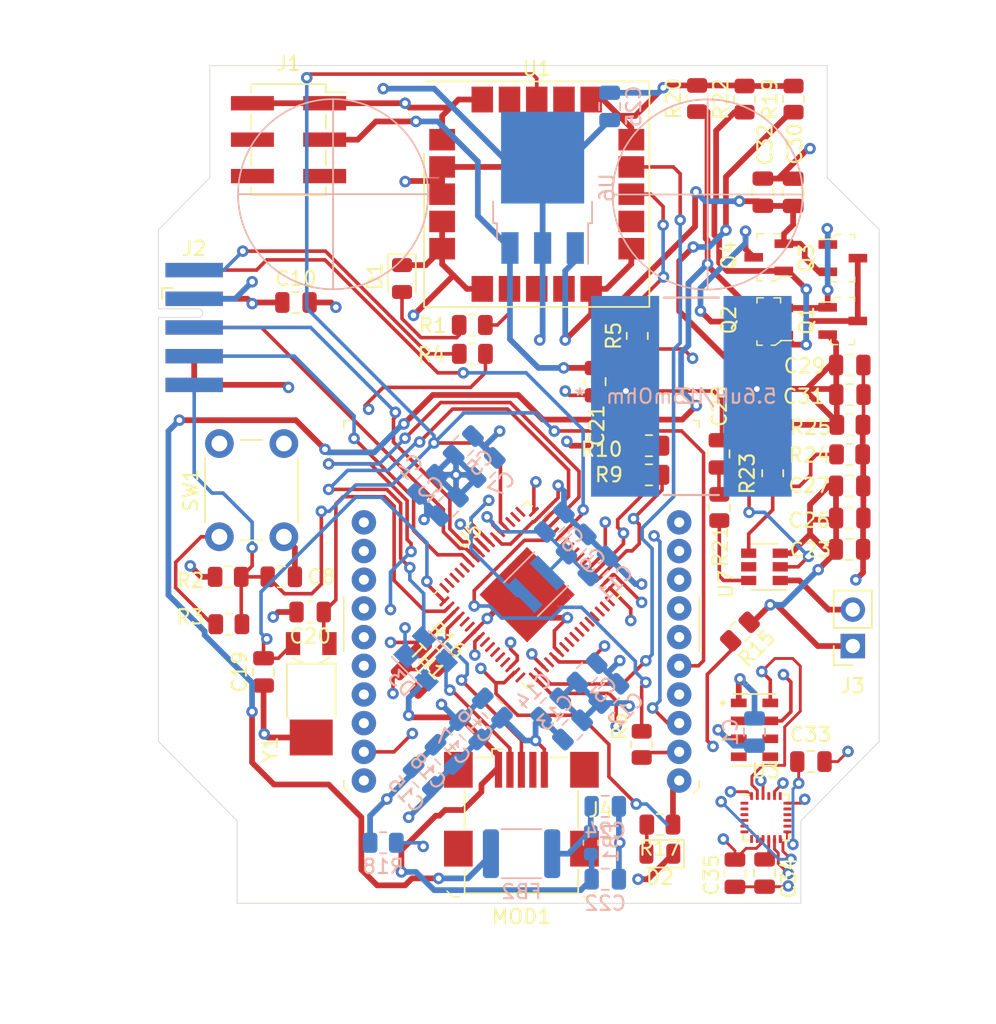
<source format=kicad_pcb>
(kicad_pcb (version 20171130) (host pcbnew 5.1.9)

  (general
    (thickness 1.6)
    (drawings 14)
    (tracks 980)
    (zones 0)
    (modules 81)
    (nets 47)
  )

  (page A4)
  (layers
    (0 F.Cu signal)
    (1 PWR power)
    (2 GND power)
    (31 B.Cu signal)
    (32 B.Adhes user)
    (33 F.Adhes user)
    (34 B.Paste user)
    (35 F.Paste user)
    (36 B.SilkS user)
    (37 F.SilkS user)
    (38 B.Mask user)
    (39 F.Mask user)
    (40 Dwgs.User user)
    (41 Cmts.User user)
    (42 Eco1.User user)
    (43 Eco2.User user)
    (44 Edge.Cuts user)
    (45 Margin user)
    (46 B.CrtYd user)
    (47 F.CrtYd user)
    (48 B.Fab user)
    (49 F.Fab user)
  )

  (setup
    (last_trace_width 0.2)
    (user_trace_width 0.2)
    (user_trace_width 0.4)
    (trace_clearance 0.127)
    (zone_clearance 0.254)
    (zone_45_only no)
    (trace_min 0.13)
    (via_size 0.8)
    (via_drill 0.4)
    (via_min_size 0.4)
    (via_min_drill 0.3)
    (blind_buried_vias_allowed yes)
    (uvia_size 0.3)
    (uvia_drill 0.1)
    (uvias_allowed yes)
    (uvia_min_size 0.2)
    (uvia_min_drill 0.1)
    (edge_width 0.05)
    (segment_width 0.2)
    (pcb_text_width 0.3)
    (pcb_text_size 1.5 1.5)
    (mod_edge_width 0.12)
    (mod_text_size 1 1)
    (mod_text_width 0.15)
    (pad_size 2 2.5)
    (pad_drill 0)
    (pad_to_mask_clearance 0.05)
    (aux_axis_origin 0 0)
    (grid_origin 116.4 66.9)
    (visible_elements FFFFFF7F)
    (pcbplotparams
      (layerselection 0x010f0_ffffffff)
      (usegerberextensions true)
      (usegerberattributes true)
      (usegerberadvancedattributes true)
      (creategerberjobfile true)
      (excludeedgelayer true)
      (linewidth 0.100000)
      (plotframeref false)
      (viasonmask false)
      (mode 1)
      (useauxorigin false)
      (hpglpennumber 1)
      (hpglpenspeed 20)
      (hpglpendiameter 15.000000)
      (psnegative false)
      (psa4output false)
      (plotreference true)
      (plotvalue false)
      (plotinvisibletext false)
      (padsonsilk true)
      (subtractmaskfromsilk false)
      (outputformat 1)
      (mirror false)
      (drillshape 0)
      (scaleselection 1)
      (outputdirectory "gerbers/"))
  )

  (net 0 "")
  (net 1 +3V3)
  (net 2 /VBUS)
  (net 3 +BATT)
  (net 4 /Power/VBUS_USB)
  (net 5 /Power/VBUS_BATT)
  (net 6 "Net-(Q2-Pad3)")
  (net 7 +5V)
  (net 8 /Brain/XOUT32)
  (net 9 /Brain/XIN32)
  (net 10 /VBattMeasure)
  (net 11 "Net-(R3-Pad2)")
  (net 12 /USB_DM)
  (net 13 /USB_DP)
  (net 14 /~SYS_RESET)
  (net 15 /Brain/SWCLK)
  (net 16 /Brain/SWDIO)
  (net 17 /XBEE_STATUS)
  (net 18 /SysTempMeasure)
  (net 19 "Net-(D2-Pad2)")
  (net 20 GND)
  (net 21 /~XBEE_ATTN)
  (net 22 /IMU_EXT_INT1)
  (net 23 /I2C_SCL)
  (net 24 /I2C_SDA)
  (net 25 /GPS_USART_RX)
  (net 26 /GPS_USART_TX)
  (net 27 /Controls/GPS_PPS)
  (net 28 "Net-(D1-Pad2)")
  (net 29 "Net-(J4-Pad6)")
  (net 30 "Net-(Q1-Pad3)")
  (net 31 /Brain/VCC_MCU_VDDCORE)
  (net 32 "Net-(C24-Pad1)")
  (net 33 "Net-(C28-Pad2)")
  (net 34 "Net-(C28-Pad1)")
  (net 35 /Brain/USART_0_RX)
  (net 36 /Brain/SWO)
  (net 37 /USART_2_TX)
  (net 38 /Brain/VCC_MCU_VSW)
  (net 39 /USART_2_RX)
  (net 40 "Net-(R4-Pad1)")
  (net 41 "Net-(R5-Pad1)")
  (net 42 "Net-(R6-Pad1)")
  (net 43 "Net-(R21-Pad1)")
  (net 44 "Net-(R23-Pad2)")
  (net 45 "Net-(C33-Pad1)")
  (net 46 "Net-(C34-Pad1)")

  (net_class Default "This is the default net class."
    (clearance 0.127)
    (trace_width 0.2)
    (via_dia 0.8)
    (via_drill 0.4)
    (uvia_dia 0.3)
    (uvia_drill 0.1)
    (add_net /Brain/SWCLK)
    (add_net /Brain/SWDIO)
    (add_net /Brain/SWO)
    (add_net /Brain/USART_0_RX)
    (add_net /Brain/VCC_MCU_VDDCORE)
    (add_net /Brain/VCC_MCU_VSW)
    (add_net /Brain/XIN32)
    (add_net /Brain/XOUT32)
    (add_net /Controls/GPS_PPS)
    (add_net /GPS_USART_RX)
    (add_net /GPS_USART_TX)
    (add_net /I2C_SCL)
    (add_net /I2C_SDA)
    (add_net /IMU_EXT_INT1)
    (add_net /SysTempMeasure)
    (add_net /USART_2_RX)
    (add_net /USART_2_TX)
    (add_net /USB_DM)
    (add_net /USB_DP)
    (add_net /VBattMeasure)
    (add_net /XBEE_STATUS)
    (add_net /~SYS_RESET)
    (add_net /~XBEE_ATTN)
    (add_net "Net-(C28-Pad1)")
    (add_net "Net-(C28-Pad2)")
    (add_net "Net-(C33-Pad1)")
    (add_net "Net-(C34-Pad1)")
    (add_net "Net-(D1-Pad2)")
    (add_net "Net-(D2-Pad2)")
    (add_net "Net-(J4-Pad6)")
    (add_net "Net-(R21-Pad1)")
    (add_net "Net-(R23-Pad2)")
    (add_net "Net-(R3-Pad2)")
    (add_net "Net-(R4-Pad1)")
    (add_net "Net-(R5-Pad1)")
    (add_net "Net-(R6-Pad1)")
  )

  (net_class POWER ""
    (clearance 0.127)
    (trace_width 0.2)
    (via_dia 0.8)
    (via_drill 0.4)
    (uvia_dia 0.3)
    (uvia_drill 0.1)
    (add_net +3V3)
    (add_net +5V)
    (add_net +BATT)
    (add_net /Power/VBUS_BATT)
    (add_net /Power/VBUS_USB)
    (add_net /VBUS)
    (add_net GND)
    (add_net "Net-(C24-Pad1)")
    (add_net "Net-(Q1-Pad3)")
    (add_net "Net-(Q2-Pad3)")
  )

  (module Capacitor_SMD:C_0805_2012Metric (layer F.Cu) (tedit 5F68FEEE) (tstamp 6040F140)
    (at 137.64 90.61 270)
    (descr "Capacitor SMD 0805 (2012 Metric), square (rectangular) end terminal, IPC_7351 nominal, (Body size source: IPC-SM-782 page 76, https://www.pcb-3d.com/wordpress/wp-content/uploads/ipc-sm-782a_amendment_1_and_2.pdf, https://docs.google.com/spreadsheets/d/1BsfQQcO9C6DZCsRaXUlFlo91Tg2WpOkGARC1WS5S8t0/edit?usp=sharing), generated with kicad-footprint-generator")
    (tags capacitor)
    (path /5F83D554/604EFA39)
    (attr smd)
    (fp_text reference C35 (at 0.12 1.64 90) (layer F.SilkS)
      (effects (font (size 1 1) (thickness 0.15)))
    )
    (fp_text value 0.1uF (at 0 1.68 90) (layer F.Fab)
      (effects (font (size 1 1) (thickness 0.15)))
    )
    (fp_text user %R (at 0 0 90) (layer F.Fab)
      (effects (font (size 0.5 0.5) (thickness 0.08)))
    )
    (fp_line (start -1 0.625) (end -1 -0.625) (layer F.Fab) (width 0.1))
    (fp_line (start -1 -0.625) (end 1 -0.625) (layer F.Fab) (width 0.1))
    (fp_line (start 1 -0.625) (end 1 0.625) (layer F.Fab) (width 0.1))
    (fp_line (start 1 0.625) (end -1 0.625) (layer F.Fab) (width 0.1))
    (fp_line (start -0.261252 -0.735) (end 0.261252 -0.735) (layer F.SilkS) (width 0.12))
    (fp_line (start -0.261252 0.735) (end 0.261252 0.735) (layer F.SilkS) (width 0.12))
    (fp_line (start -1.7 0.98) (end -1.7 -0.98) (layer F.CrtYd) (width 0.05))
    (fp_line (start -1.7 -0.98) (end 1.7 -0.98) (layer F.CrtYd) (width 0.05))
    (fp_line (start 1.7 -0.98) (end 1.7 0.98) (layer F.CrtYd) (width 0.05))
    (fp_line (start 1.7 0.98) (end -1.7 0.98) (layer F.CrtYd) (width 0.05))
    (pad 2 smd roundrect (at 0.95 0 270) (size 1 1.45) (layers F.Cu F.Paste F.Mask) (roundrect_rratio 0.25)
      (net 20 GND))
    (pad 1 smd roundrect (at -0.95 0 270) (size 1 1.45) (layers F.Cu F.Paste F.Mask) (roundrect_rratio 0.25)
      (net 1 +3V3))
    (model ${KISYS3DMOD}/Capacitor_SMD.3dshapes/C_0805_2012Metric.wrl
      (at (xyz 0 0 0))
      (scale (xyz 1 1 1))
      (rotate (xyz 0 0 0))
    )
  )

  (module Capacitor_SMD:C_0805_2012Metric (layer F.Cu) (tedit 5F68FEEE) (tstamp 6040F12F)
    (at 139.71 90.6 270)
    (descr "Capacitor SMD 0805 (2012 Metric), square (rectangular) end terminal, IPC_7351 nominal, (Body size source: IPC-SM-782 page 76, https://www.pcb-3d.com/wordpress/wp-content/uploads/ipc-sm-782a_amendment_1_and_2.pdf, https://docs.google.com/spreadsheets/d/1BsfQQcO9C6DZCsRaXUlFlo91Tg2WpOkGARC1WS5S8t0/edit?usp=sharing), generated with kicad-footprint-generator")
    (tags capacitor)
    (path /5F83D554/604F4D35)
    (attr smd)
    (fp_text reference C34 (at 0.35 -1.68 90) (layer F.SilkS)
      (effects (font (size 1 1) (thickness 0.15)))
    )
    (fp_text value 0.1uF (at 0 1.68 90) (layer F.Fab)
      (effects (font (size 1 1) (thickness 0.15)))
    )
    (fp_text user %R (at 0 0 90) (layer F.Fab)
      (effects (font (size 0.5 0.5) (thickness 0.08)))
    )
    (fp_line (start -1 0.625) (end -1 -0.625) (layer F.Fab) (width 0.1))
    (fp_line (start -1 -0.625) (end 1 -0.625) (layer F.Fab) (width 0.1))
    (fp_line (start 1 -0.625) (end 1 0.625) (layer F.Fab) (width 0.1))
    (fp_line (start 1 0.625) (end -1 0.625) (layer F.Fab) (width 0.1))
    (fp_line (start -0.261252 -0.735) (end 0.261252 -0.735) (layer F.SilkS) (width 0.12))
    (fp_line (start -0.261252 0.735) (end 0.261252 0.735) (layer F.SilkS) (width 0.12))
    (fp_line (start -1.7 0.98) (end -1.7 -0.98) (layer F.CrtYd) (width 0.05))
    (fp_line (start -1.7 -0.98) (end 1.7 -0.98) (layer F.CrtYd) (width 0.05))
    (fp_line (start 1.7 -0.98) (end 1.7 0.98) (layer F.CrtYd) (width 0.05))
    (fp_line (start 1.7 0.98) (end -1.7 0.98) (layer F.CrtYd) (width 0.05))
    (pad 2 smd roundrect (at 0.95 0 270) (size 1 1.45) (layers F.Cu F.Paste F.Mask) (roundrect_rratio 0.25)
      (net 20 GND))
    (pad 1 smd roundrect (at -0.95 0 270) (size 1 1.45) (layers F.Cu F.Paste F.Mask) (roundrect_rratio 0.25)
      (net 46 "Net-(C34-Pad1)"))
    (model ${KISYS3DMOD}/Capacitor_SMD.3dshapes/C_0805_2012Metric.wrl
      (at (xyz 0 0 0))
      (scale (xyz 1 1 1))
      (rotate (xyz 0 0 0))
    )
  )

  (module Capacitor_SMD:C_0805_2012Metric (layer F.Cu) (tedit 5F68FEEE) (tstamp 6040F11E)
    (at 142.94 82.83)
    (descr "Capacitor SMD 0805 (2012 Metric), square (rectangular) end terminal, IPC_7351 nominal, (Body size source: IPC-SM-782 page 76, https://www.pcb-3d.com/wordpress/wp-content/uploads/ipc-sm-782a_amendment_1_and_2.pdf, https://docs.google.com/spreadsheets/d/1BsfQQcO9C6DZCsRaXUlFlo91Tg2WpOkGARC1WS5S8t0/edit?usp=sharing), generated with kicad-footprint-generator")
    (tags capacitor)
    (path /5F83D554/604ED59D)
    (attr smd)
    (fp_text reference C33 (at -0.02 -1.89) (layer F.SilkS)
      (effects (font (size 1 1) (thickness 0.15)))
    )
    (fp_text value 0.1uF (at 0 1.68) (layer F.Fab)
      (effects (font (size 1 1) (thickness 0.15)))
    )
    (fp_text user %R (at 0 0) (layer F.Fab)
      (effects (font (size 0.5 0.5) (thickness 0.08)))
    )
    (fp_line (start -1 0.625) (end -1 -0.625) (layer F.Fab) (width 0.1))
    (fp_line (start -1 -0.625) (end 1 -0.625) (layer F.Fab) (width 0.1))
    (fp_line (start 1 -0.625) (end 1 0.625) (layer F.Fab) (width 0.1))
    (fp_line (start 1 0.625) (end -1 0.625) (layer F.Fab) (width 0.1))
    (fp_line (start -0.261252 -0.735) (end 0.261252 -0.735) (layer F.SilkS) (width 0.12))
    (fp_line (start -0.261252 0.735) (end 0.261252 0.735) (layer F.SilkS) (width 0.12))
    (fp_line (start -1.7 0.98) (end -1.7 -0.98) (layer F.CrtYd) (width 0.05))
    (fp_line (start -1.7 -0.98) (end 1.7 -0.98) (layer F.CrtYd) (width 0.05))
    (fp_line (start 1.7 -0.98) (end 1.7 0.98) (layer F.CrtYd) (width 0.05))
    (fp_line (start 1.7 0.98) (end -1.7 0.98) (layer F.CrtYd) (width 0.05))
    (pad 2 smd roundrect (at 0.95 0) (size 1 1.45) (layers F.Cu F.Paste F.Mask) (roundrect_rratio 0.25)
      (net 20 GND))
    (pad 1 smd roundrect (at -0.95 0) (size 1 1.45) (layers F.Cu F.Paste F.Mask) (roundrect_rratio 0.25)
      (net 45 "Net-(C33-Pad1)"))
    (model ${KISYS3DMOD}/Capacitor_SMD.3dshapes/C_0805_2012Metric.wrl
      (at (xyz 0 0 0))
      (scale (xyz 1 1 1))
      (rotate (xyz 0 0 0))
    )
  )

  (module Sensor_Motion:InvenSense_QFN-24_3x3mm_P0.4mm (layer F.Cu) (tedit 5B5A6A65) (tstamp 6040D0DD)
    (at 139.8 86.73)
    (descr "24-Lead Plastic QFN (3mm x 3mm); Pitch 0.4mm; EP 1.7x1.54mm; for InvenSense motion sensors; keepout area marked (Package see: https://store.invensense.com/datasheets/invensense/MPU9250REV1.0.pdf; See also https://www.invensense.com/wp-content/uploads/2015/02/InvenSense-MEMS-Handling.pdf)")
    (tags "QFN 0.4")
    (path /5F83D554/604E43AD)
    (attr smd)
    (fp_text reference U3 (at 0 -3.25) (layer F.SilkS)
      (effects (font (size 1 1) (thickness 0.15)))
    )
    (fp_text value ICM-20948 (at 0 3.25) (layer F.Fab)
      (effects (font (size 1 1) (thickness 0.15)))
    )
    (fp_line (start -0.535 -0.795) (end -0.875 -0.455) (layer Dwgs.User) (width 0.05))
    (fp_line (start -0.035 -0.795) (end -0.875 0.045) (layer Dwgs.User) (width 0.05))
    (fp_line (start 0.465 -0.795) (end -0.875 0.545) (layer Dwgs.User) (width 0.05))
    (fp_line (start 0.875 -0.705) (end -0.625 0.795) (layer Dwgs.User) (width 0.05))
    (fp_line (start 0.875 -0.205) (end -0.125 0.795) (layer Dwgs.User) (width 0.05))
    (fp_line (start 0.875 0.295) (end 0.375 0.795) (layer Dwgs.User) (width 0.05))
    (fp_line (start 0.875 -0.795) (end 0.875 0.795) (layer Dwgs.User) (width 0.05))
    (fp_line (start -0.875 0.795) (end 0.875 0.795) (layer Dwgs.User) (width 0.05))
    (fp_line (start -0.875 -0.795) (end -0.875 0.795) (layer Dwgs.User) (width 0.05))
    (fp_line (start -0.875 -0.795) (end 0.875 -0.795) (layer Dwgs.User) (width 0.05))
    (fp_line (start -1.6 -1.6) (end -1.2 -1.6) (layer F.SilkS) (width 0.15))
    (fp_line (start 1.6 -1.6) (end 1.2 -1.6) (layer F.SilkS) (width 0.15))
    (fp_line (start 1.6 -1.6) (end 1.6 -1.2) (layer F.SilkS) (width 0.15))
    (fp_line (start 1.6 1.6) (end 1.2 1.6) (layer F.SilkS) (width 0.15))
    (fp_line (start 1.6 1.6) (end 1.6 1.2) (layer F.SilkS) (width 0.15))
    (fp_line (start -1.6 1.6) (end -1.2 1.6) (layer F.SilkS) (width 0.15))
    (fp_line (start -1.6 1.6) (end -1.6 1.2) (layer F.SilkS) (width 0.15))
    (fp_line (start -2.05 -2.05) (end 2.05 -2.05) (layer F.CrtYd) (width 0.05))
    (fp_line (start -2.05 2.05) (end -2.05 -2.05) (layer F.CrtYd) (width 0.05))
    (fp_line (start 2.05 2.05) (end -2.05 2.05) (layer F.CrtYd) (width 0.05))
    (fp_line (start 2.05 -2.05) (end 2.05 2.05) (layer F.CrtYd) (width 0.05))
    (fp_line (start -1.5 -0.5) (end -0.5 -1.5) (layer F.Fab) (width 0.15))
    (fp_line (start -1.5 1.5) (end -1.5 -0.5) (layer F.Fab) (width 0.15))
    (fp_line (start 1.5 1.5) (end -1.5 1.5) (layer F.Fab) (width 0.15))
    (fp_line (start 1.5 -1.5) (end 1.5 1.5) (layer F.Fab) (width 0.15))
    (fp_line (start -0.5 -1.5) (end 1.5 -1.5) (layer F.Fab) (width 0.15))
    (fp_text user %R (at 0 0) (layer F.Fab)
      (effects (font (size 0.7 0.7) (thickness 0.105)))
    )
    (fp_text user KEEPOUT (at 0 -0.5) (layer Cmts.User)
      (effects (font (size 0.2 0.2) (thickness 0.04)))
    )
    (fp_text user "No Copper" (at 0 -0.1) (layer Cmts.User)
      (effects (font (size 0.2 0.2) (thickness 0.04)))
    )
    (fp_text user "Directly Below" (at 0 0.25) (layer Cmts.User)
      (effects (font (size 0.2 0.2) (thickness 0.04)))
    )
    (fp_text user Component (at 0 0.55) (layer Cmts.User)
      (effects (font (size 0.2 0.2) (thickness 0.04)))
    )
    (pad 1 smd roundrect (at -1.5 -1) (size 0.55 0.2) (layers F.Cu F.Paste F.Mask) (roundrect_rratio 0.25))
    (pad 2 smd roundrect (at -1.5 -0.6) (size 0.55 0.2) (layers F.Cu F.Paste F.Mask) (roundrect_rratio 0.25))
    (pad 3 smd roundrect (at -1.5 -0.2) (size 0.55 0.2) (layers F.Cu F.Paste F.Mask) (roundrect_rratio 0.25))
    (pad 4 smd roundrect (at -1.5 0.2) (size 0.55 0.2) (layers F.Cu F.Paste F.Mask) (roundrect_rratio 0.25))
    (pad 5 smd roundrect (at -1.5 0.6) (size 0.55 0.2) (layers F.Cu F.Paste F.Mask) (roundrect_rratio 0.25))
    (pad 6 smd roundrect (at -1.5 1) (size 0.55 0.2) (layers F.Cu F.Paste F.Mask) (roundrect_rratio 0.25))
    (pad 7 smd roundrect (at -1 1.5 90) (size 0.55 0.2) (layers F.Cu F.Paste F.Mask) (roundrect_rratio 0.25))
    (pad 8 smd roundrect (at -0.6 1.5 90) (size 0.55 0.2) (layers F.Cu F.Paste F.Mask) (roundrect_rratio 0.25)
      (net 1 +3V3))
    (pad 9 smd roundrect (at -0.2 1.5 90) (size 0.55 0.2) (layers F.Cu F.Paste F.Mask) (roundrect_rratio 0.25)
      (net 1 +3V3))
    (pad 10 smd roundrect (at 0.2 1.5 90) (size 0.55 0.2) (layers F.Cu F.Paste F.Mask) (roundrect_rratio 0.25)
      (net 46 "Net-(C34-Pad1)"))
    (pad 11 smd roundrect (at 0.6 1.5 90) (size 0.55 0.2) (layers F.Cu F.Paste F.Mask) (roundrect_rratio 0.25)
      (net 20 GND))
    (pad 12 smd roundrect (at 1 1.5 90) (size 0.55 0.2) (layers F.Cu F.Paste F.Mask) (roundrect_rratio 0.25)
      (net 22 /IMU_EXT_INT1))
    (pad 13 smd roundrect (at 1.5 1) (size 0.55 0.2) (layers F.Cu F.Paste F.Mask) (roundrect_rratio 0.25)
      (net 45 "Net-(C33-Pad1)"))
    (pad 14 smd roundrect (at 1.5 0.6) (size 0.55 0.2) (layers F.Cu F.Paste F.Mask) (roundrect_rratio 0.25))
    (pad 15 smd roundrect (at 1.5 0.2) (size 0.55 0.2) (layers F.Cu F.Paste F.Mask) (roundrect_rratio 0.25))
    (pad 16 smd roundrect (at 1.5 -0.2) (size 0.55 0.2) (layers F.Cu F.Paste F.Mask) (roundrect_rratio 0.25))
    (pad 17 smd roundrect (at 1.5 -0.6) (size 0.55 0.2) (layers F.Cu F.Paste F.Mask) (roundrect_rratio 0.25))
    (pad 18 smd roundrect (at 1.5 -1) (size 0.55 0.2) (layers F.Cu F.Paste F.Mask) (roundrect_rratio 0.25)
      (net 20 GND))
    (pad 19 smd roundrect (at 1 -1.5 90) (size 0.55 0.2) (layers F.Cu F.Paste F.Mask) (roundrect_rratio 0.25))
    (pad 20 smd roundrect (at 0.6 -1.5 90) (size 0.55 0.2) (layers F.Cu F.Paste F.Mask) (roundrect_rratio 0.25)
      (net 20 GND))
    (pad 21 smd roundrect (at 0.2 -1.5 90) (size 0.55 0.2) (layers F.Cu F.Paste F.Mask) (roundrect_rratio 0.25))
    (pad 22 smd roundrect (at -0.2 -1.5 90) (size 0.55 0.2) (layers F.Cu F.Paste F.Mask) (roundrect_rratio 0.25)
      (net 1 +3V3))
    (pad 23 smd roundrect (at -0.6 -1.5 90) (size 0.55 0.2) (layers F.Cu F.Paste F.Mask) (roundrect_rratio 0.25)
      (net 23 /I2C_SCL))
    (pad 24 smd roundrect (at -1 -1.5 90) (size 0.55 0.2) (layers F.Cu F.Paste F.Mask) (roundrect_rratio 0.25)
      (net 24 /I2C_SDA))
    (model ${KISYS3DMOD}/Package_DFN_QFN.3dshapes/QFN-24_3x3mm_P0.4mm_EP1.7x1.54mm.wrl
      (at (xyz 0 0 0))
      (scale (xyz 1 1 1))
      (rotate (xyz 0 0 0))
    )
  )

  (module Connector_PinSocket_2.54mm:PinSocket_2x03_P2.54mm_Vertical_SMD (layer F.Cu) (tedit 5A19A41D) (tstamp 5FD5BF42)
    (at 106.494 39.468)
    (descr "surface-mounted straight socket strip, 2x03, 2.54mm pitch, double cols (from Kicad 4.0.7), script generated")
    (tags "Surface mounted socket strip SMD 2x03 2.54mm double row")
    (path /5F83D554/5FE29883)
    (attr smd)
    (fp_text reference J1 (at 0 -5.31) (layer F.SilkS)
      (effects (font (size 1 1) (thickness 0.15)))
    )
    (fp_text value ESC_SERVO_HEADER (at 0 5.31) (layer F.Fab)
      (effects (font (size 1 1) (thickness 0.15)))
    )
    (fp_line (start -4.55 4.3) (end -4.55 -4.35) (layer F.CrtYd) (width 0.05))
    (fp_line (start 4.5 4.3) (end -4.55 4.3) (layer F.CrtYd) (width 0.05))
    (fp_line (start 4.5 -4.35) (end 4.5 4.3) (layer F.CrtYd) (width 0.05))
    (fp_line (start -4.55 -4.35) (end 4.5 -4.35) (layer F.CrtYd) (width 0.05))
    (fp_line (start 3.92 2.86) (end 2.54 2.86) (layer F.Fab) (width 0.1))
    (fp_line (start 3.92 2.22) (end 3.92 2.86) (layer F.Fab) (width 0.1))
    (fp_line (start 2.54 2.22) (end 3.92 2.22) (layer F.Fab) (width 0.1))
    (fp_line (start -3.92 2.86) (end -3.92 2.22) (layer F.Fab) (width 0.1))
    (fp_line (start -2.54 2.86) (end -3.92 2.86) (layer F.Fab) (width 0.1))
    (fp_line (start -3.92 2.22) (end -2.54 2.22) (layer F.Fab) (width 0.1))
    (fp_line (start 3.92 0.32) (end 2.54 0.32) (layer F.Fab) (width 0.1))
    (fp_line (start 3.92 -0.32) (end 3.92 0.32) (layer F.Fab) (width 0.1))
    (fp_line (start 2.54 -0.32) (end 3.92 -0.32) (layer F.Fab) (width 0.1))
    (fp_line (start -3.92 0.32) (end -3.92 -0.32) (layer F.Fab) (width 0.1))
    (fp_line (start -2.54 0.32) (end -3.92 0.32) (layer F.Fab) (width 0.1))
    (fp_line (start -3.92 -0.32) (end -2.54 -0.32) (layer F.Fab) (width 0.1))
    (fp_line (start 3.92 -2.22) (end 2.54 -2.22) (layer F.Fab) (width 0.1))
    (fp_line (start 3.92 -2.86) (end 3.92 -2.22) (layer F.Fab) (width 0.1))
    (fp_line (start 2.54 -2.86) (end 3.92 -2.86) (layer F.Fab) (width 0.1))
    (fp_line (start -3.92 -2.22) (end -3.92 -2.86) (layer F.Fab) (width 0.1))
    (fp_line (start -2.54 -2.22) (end -3.92 -2.22) (layer F.Fab) (width 0.1))
    (fp_line (start -3.92 -2.86) (end -2.54 -2.86) (layer F.Fab) (width 0.1))
    (fp_line (start -2.54 3.81) (end -2.54 -3.81) (layer F.Fab) (width 0.1))
    (fp_line (start 2.54 3.81) (end -2.54 3.81) (layer F.Fab) (width 0.1))
    (fp_line (start 2.54 -2.81) (end 2.54 3.81) (layer F.Fab) (width 0.1))
    (fp_line (start 1.54 -3.81) (end 2.54 -2.81) (layer F.Fab) (width 0.1))
    (fp_line (start -2.54 -3.81) (end 1.54 -3.81) (layer F.Fab) (width 0.1))
    (fp_line (start 2.6 -3.3) (end 3.96 -3.3) (layer F.SilkS) (width 0.12))
    (fp_line (start -2.6 3.3) (end -2.6 3.87) (layer F.SilkS) (width 0.12))
    (fp_line (start -2.6 0.76) (end -2.6 1.78) (layer F.SilkS) (width 0.12))
    (fp_line (start -2.6 -1.78) (end -2.6 -0.76) (layer F.SilkS) (width 0.12))
    (fp_line (start -2.6 -3.87) (end -2.6 -3.3) (layer F.SilkS) (width 0.12))
    (fp_line (start -2.6 3.87) (end 2.6 3.87) (layer F.SilkS) (width 0.12))
    (fp_line (start 2.6 3.3) (end 2.6 3.87) (layer F.SilkS) (width 0.12))
    (fp_line (start 2.6 0.76) (end 2.6 1.78) (layer F.SilkS) (width 0.12))
    (fp_line (start 2.6 -1.78) (end 2.6 -0.76) (layer F.SilkS) (width 0.12))
    (fp_line (start 2.6 -3.87) (end 2.6 -3.3) (layer F.SilkS) (width 0.12))
    (fp_line (start -2.6 -3.87) (end 2.6 -3.87) (layer F.SilkS) (width 0.12))
    (fp_text user %R (at 0 0 90) (layer F.Fab)
      (effects (font (size 1 1) (thickness 0.15)))
    )
    (pad 6 smd rect (at -2.52 2.54) (size 3 1) (layers F.Cu F.Paste F.Mask))
    (pad 5 smd rect (at 2.52 2.54) (size 3 1) (layers F.Cu F.Paste F.Mask))
    (pad 4 smd rect (at -2.52 0) (size 3 1) (layers F.Cu F.Paste F.Mask))
    (pad 3 smd rect (at 2.52 0) (size 3 1) (layers F.Cu F.Paste F.Mask)
      (net 7 +5V))
    (pad 2 smd rect (at -2.52 -2.54) (size 3 1) (layers F.Cu F.Paste F.Mask)
      (net 20 GND))
    (pad 1 smd rect (at 2.52 -2.54) (size 3 1) (layers F.Cu F.Paste F.Mask)
      (net 20 GND))
    (model ${KISYS3DMOD}/Connector_PinSocket_2.54mm.3dshapes/PinSocket_2x03_P2.54mm_Vertical_SMD.wrl
      (at (xyz 0 0 0))
      (scale (xyz 1 1 1))
      (rotate (xyz 0 0 0))
    )
  )

  (module Button_Switch_THT:SW_PUSH_6mm_H5mm (layer F.Cu) (tedit 5FD402E3) (tstamp 5FD55DB9)
    (at 101.668 67.154 90)
    (descr "tactile push button, 6x6mm e.g. PHAP33xx series, height=5mm")
    (tags "tact sw push 6mm")
    (path /5F7734A5/601E3B43)
    (fp_text reference SW1 (at 3.25 -2 90) (layer F.SilkS)
      (effects (font (size 1 1) (thickness 0.15)))
    )
    (fp_text value ~RST_BTN (at 3.75 6.7 90) (layer F.Fab)
      (effects (font (size 1 1) (thickness 0.15)))
    )
    (fp_circle (center 3.25 2.25) (end 1.25 2.5) (layer F.Fab) (width 0.1))
    (fp_line (start 6.75 3) (end 6.75 1.5) (layer F.SilkS) (width 0.12))
    (fp_line (start 5.5 -1) (end 1 -1) (layer F.SilkS) (width 0.12))
    (fp_line (start -0.25 1.5) (end -0.25 3) (layer F.SilkS) (width 0.12))
    (fp_line (start 1 5.5) (end 5.5 5.5) (layer F.SilkS) (width 0.12))
    (fp_line (start 8 -1.25) (end 8 5.75) (layer F.CrtYd) (width 0.05))
    (fp_line (start 7.75 6) (end -1.25 6) (layer F.CrtYd) (width 0.05))
    (fp_line (start -1.5 5.75) (end -1.5 -1.25) (layer F.CrtYd) (width 0.05))
    (fp_line (start -1.25 -1.5) (end 7.75 -1.5) (layer F.CrtYd) (width 0.05))
    (fp_line (start -1.5 6) (end -1.25 6) (layer F.CrtYd) (width 0.05))
    (fp_line (start -1.5 5.75) (end -1.5 6) (layer F.CrtYd) (width 0.05))
    (fp_line (start -1.5 -1.5) (end -1.25 -1.5) (layer F.CrtYd) (width 0.05))
    (fp_line (start -1.5 -1.25) (end -1.5 -1.5) (layer F.CrtYd) (width 0.05))
    (fp_line (start 8 -1.5) (end 8 -1.25) (layer F.CrtYd) (width 0.05))
    (fp_line (start 7.75 -1.5) (end 8 -1.5) (layer F.CrtYd) (width 0.05))
    (fp_line (start 8 6) (end 8 5.75) (layer F.CrtYd) (width 0.05))
    (fp_line (start 7.75 6) (end 8 6) (layer F.CrtYd) (width 0.05))
    (fp_line (start 0.25 -0.75) (end 3.25 -0.75) (layer F.Fab) (width 0.1))
    (fp_line (start 0.25 5.25) (end 0.25 -0.75) (layer F.Fab) (width 0.1))
    (fp_line (start 6.25 5.25) (end 0.25 5.25) (layer F.Fab) (width 0.1))
    (fp_line (start 6.25 -0.75) (end 6.25 5.25) (layer F.Fab) (width 0.1))
    (fp_line (start 3.25 -0.75) (end 6.25 -0.75) (layer F.Fab) (width 0.1))
    (fp_text user %R (at 3.25 2.25 90) (layer F.Fab)
      (effects (font (size 1 1) (thickness 0.15)))
    )
    (pad 1 thru_hole circle (at 6.5 0 180) (size 2 2) (drill 1.1) (layers *.Cu *.Mask)
      (net 11 "Net-(R3-Pad2)"))
    (pad 2 thru_hole circle (at 6.5 4.5 180) (size 2 2) (drill 1.1) (layers *.Cu *.Mask)
      (net 20 GND))
    (pad 1 thru_hole circle (at 0 0 180) (size 2 2) (drill 1.1) (layers *.Cu *.Mask)
      (net 11 "Net-(R3-Pad2)"))
    (pad 2 thru_hole circle (at 0 4.5 180) (size 2 2) (drill 1.1) (layers *.Cu *.Mask)
      (net 20 GND))
    (model ${KISYS3DMOD}/Button_Switch_THT.3dshapes/SW_PUSH_6mm_H5mm.wrl
      (at (xyz 0 0 0))
      (scale (xyz 1 1 1))
      (rotate (xyz 0 0 0))
    )
  )

  (module Resistor_SMD:R_0805_2012Metric (layer F.Cu) (tedit 5F68FEEE) (tstamp 5FD55C6A)
    (at 131.132 81.632 270)
    (descr "Resistor SMD 0805 (2012 Metric), square (rectangular) end terminal, IPC_7351 nominal, (Body size source: IPC-SM-782 page 72, https://www.pcb-3d.com/wordpress/wp-content/uploads/ipc-sm-782a_amendment_1_and_2.pdf), generated with kicad-footprint-generator")
    (tags resistor)
    (path /5F7734A5/6039A35B)
    (attr smd)
    (fp_text reference R6 (at -1.27 1.524 90) (layer F.SilkS)
      (effects (font (size 1 1) (thickness 0.15)))
    )
    (fp_text value 330R (at 0 1.65 90) (layer F.Fab)
      (effects (font (size 1 1) (thickness 0.15)))
    )
    (fp_line (start 1.68 0.95) (end -1.68 0.95) (layer F.CrtYd) (width 0.05))
    (fp_line (start 1.68 -0.95) (end 1.68 0.95) (layer F.CrtYd) (width 0.05))
    (fp_line (start -1.68 -0.95) (end 1.68 -0.95) (layer F.CrtYd) (width 0.05))
    (fp_line (start -1.68 0.95) (end -1.68 -0.95) (layer F.CrtYd) (width 0.05))
    (fp_line (start -0.227064 0.735) (end 0.227064 0.735) (layer F.SilkS) (width 0.12))
    (fp_line (start -0.227064 -0.735) (end 0.227064 -0.735) (layer F.SilkS) (width 0.12))
    (fp_line (start 1 0.625) (end -1 0.625) (layer F.Fab) (width 0.1))
    (fp_line (start 1 -0.625) (end 1 0.625) (layer F.Fab) (width 0.1))
    (fp_line (start -1 -0.625) (end 1 -0.625) (layer F.Fab) (width 0.1))
    (fp_line (start -1 0.625) (end -1 -0.625) (layer F.Fab) (width 0.1))
    (fp_text user %R (at 0 0 90) (layer F.Fab)
      (effects (font (size 0.5 0.5) (thickness 0.08)))
    )
    (pad 2 smd roundrect (at 0.9125 0 270) (size 1.025 1.4) (layers F.Cu F.Paste F.Mask) (roundrect_rratio 0.243902)
      (net 39 /USART_2_RX))
    (pad 1 smd roundrect (at -0.9125 0 270) (size 1.025 1.4) (layers F.Cu F.Paste F.Mask) (roundrect_rratio 0.243902)
      (net 42 "Net-(R6-Pad1)"))
    (model ${KISYS3DMOD}/Resistor_SMD.3dshapes/R_0805_2012Metric.wrl
      (at (xyz 0 0 0))
      (scale (xyz 1 1 1))
      (rotate (xyz 0 0 0))
    )
  )

  (module Resistor_SMD:R_0805_2012Metric (layer F.Cu) (tedit 5F68FEEE) (tstamp 5FD55C59)
    (at 130.825 53.15 90)
    (descr "Resistor SMD 0805 (2012 Metric), square (rectangular) end terminal, IPC_7351 nominal, (Body size source: IPC-SM-782 page 72, https://www.pcb-3d.com/wordpress/wp-content/uploads/ipc-sm-782a_amendment_1_and_2.pdf), generated with kicad-footprint-generator")
    (tags resistor)
    (path /5F7734A5/60361782)
    (attr smd)
    (fp_text reference R5 (at 0 -1.65 90) (layer F.SilkS)
      (effects (font (size 1 1) (thickness 0.15)))
    )
    (fp_text value 330R (at 0 1.65 90) (layer F.Fab)
      (effects (font (size 1 1) (thickness 0.15)))
    )
    (fp_line (start 1.68 0.95) (end -1.68 0.95) (layer F.CrtYd) (width 0.05))
    (fp_line (start 1.68 -0.95) (end 1.68 0.95) (layer F.CrtYd) (width 0.05))
    (fp_line (start -1.68 -0.95) (end 1.68 -0.95) (layer F.CrtYd) (width 0.05))
    (fp_line (start -1.68 0.95) (end -1.68 -0.95) (layer F.CrtYd) (width 0.05))
    (fp_line (start -0.227064 0.735) (end 0.227064 0.735) (layer F.SilkS) (width 0.12))
    (fp_line (start -0.227064 -0.735) (end 0.227064 -0.735) (layer F.SilkS) (width 0.12))
    (fp_line (start 1 0.625) (end -1 0.625) (layer F.Fab) (width 0.1))
    (fp_line (start 1 -0.625) (end 1 0.625) (layer F.Fab) (width 0.1))
    (fp_line (start -1 -0.625) (end 1 -0.625) (layer F.Fab) (width 0.1))
    (fp_line (start -1 0.625) (end -1 -0.625) (layer F.Fab) (width 0.1))
    (fp_text user %R (at 0 0 90) (layer F.Fab)
      (effects (font (size 0.5 0.5) (thickness 0.08)))
    )
    (pad 2 smd roundrect (at 0.9125 0 90) (size 1.025 1.4) (layers F.Cu F.Paste F.Mask) (roundrect_rratio 0.243902)
      (net 26 /GPS_USART_TX))
    (pad 1 smd roundrect (at -0.9125 0 90) (size 1.025 1.4) (layers F.Cu F.Paste F.Mask) (roundrect_rratio 0.243902)
      (net 41 "Net-(R5-Pad1)"))
    (model ${KISYS3DMOD}/Resistor_SMD.3dshapes/R_0805_2012Metric.wrl
      (at (xyz 0 0 0))
      (scale (xyz 1 1 1))
      (rotate (xyz 0 0 0))
    )
  )

  (module Resistor_SMD:R_0805_2012Metric (layer F.Cu) (tedit 5F68FEEE) (tstamp 5FD55C48)
    (at 119.32 54.4 180)
    (descr "Resistor SMD 0805 (2012 Metric), square (rectangular) end terminal, IPC_7351 nominal, (Body size source: IPC-SM-782 page 72, https://www.pcb-3d.com/wordpress/wp-content/uploads/ipc-sm-782a_amendment_1_and_2.pdf), generated with kicad-footprint-generator")
    (tags resistor)
    (path /5F7734A5/60333622)
    (attr smd)
    (fp_text reference R4 (at 2.85 -0.075) (layer F.SilkS)
      (effects (font (size 1 1) (thickness 0.15)))
    )
    (fp_text value 330R (at 0 1.65) (layer F.Fab)
      (effects (font (size 1 1) (thickness 0.15)))
    )
    (fp_line (start 1.68 0.95) (end -1.68 0.95) (layer F.CrtYd) (width 0.05))
    (fp_line (start 1.68 -0.95) (end 1.68 0.95) (layer F.CrtYd) (width 0.05))
    (fp_line (start -1.68 -0.95) (end 1.68 -0.95) (layer F.CrtYd) (width 0.05))
    (fp_line (start -1.68 0.95) (end -1.68 -0.95) (layer F.CrtYd) (width 0.05))
    (fp_line (start -0.227064 0.735) (end 0.227064 0.735) (layer F.SilkS) (width 0.12))
    (fp_line (start -0.227064 -0.735) (end 0.227064 -0.735) (layer F.SilkS) (width 0.12))
    (fp_line (start 1 0.625) (end -1 0.625) (layer F.Fab) (width 0.1))
    (fp_line (start 1 -0.625) (end 1 0.625) (layer F.Fab) (width 0.1))
    (fp_line (start -1 -0.625) (end 1 -0.625) (layer F.Fab) (width 0.1))
    (fp_line (start -1 0.625) (end -1 -0.625) (layer F.Fab) (width 0.1))
    (fp_text user %R (at 0 0) (layer F.Fab)
      (effects (font (size 0.5 0.5) (thickness 0.08)))
    )
    (pad 2 smd roundrect (at 0.9125 0 180) (size 1.025 1.4) (layers F.Cu F.Paste F.Mask) (roundrect_rratio 0.243902)
      (net 35 /Brain/USART_0_RX))
    (pad 1 smd roundrect (at -0.9125 0 180) (size 1.025 1.4) (layers F.Cu F.Paste F.Mask) (roundrect_rratio 0.243902)
      (net 40 "Net-(R4-Pad1)"))
    (model ${KISYS3DMOD}/Resistor_SMD.3dshapes/R_0805_2012Metric.wrl
      (at (xyz 0 0 0))
      (scale (xyz 1 1 1))
      (rotate (xyz 0 0 0))
    )
  )

  (module Resistor_SMD:R_0805_2012Metric (layer F.Cu) (tedit 5F68FEEE) (tstamp 5FD55C37)
    (at 102.3265 73.25 180)
    (descr "Resistor SMD 0805 (2012 Metric), square (rectangular) end terminal, IPC_7351 nominal, (Body size source: IPC-SM-782 page 72, https://www.pcb-3d.com/wordpress/wp-content/uploads/ipc-sm-782a_amendment_1_and_2.pdf), generated with kicad-footprint-generator")
    (tags resistor)
    (path /5F7734A5/601A6EA8)
    (attr smd)
    (fp_text reference R3 (at 2.6905 0.508) (layer F.SilkS)
      (effects (font (size 1 1) (thickness 0.15)))
    )
    (fp_text value 39R (at 0 1.65) (layer F.Fab)
      (effects (font (size 1 1) (thickness 0.15)))
    )
    (fp_line (start 1.68 0.95) (end -1.68 0.95) (layer F.CrtYd) (width 0.05))
    (fp_line (start 1.68 -0.95) (end 1.68 0.95) (layer F.CrtYd) (width 0.05))
    (fp_line (start -1.68 -0.95) (end 1.68 -0.95) (layer F.CrtYd) (width 0.05))
    (fp_line (start -1.68 0.95) (end -1.68 -0.95) (layer F.CrtYd) (width 0.05))
    (fp_line (start -0.227064 0.735) (end 0.227064 0.735) (layer F.SilkS) (width 0.12))
    (fp_line (start -0.227064 -0.735) (end 0.227064 -0.735) (layer F.SilkS) (width 0.12))
    (fp_line (start 1 0.625) (end -1 0.625) (layer F.Fab) (width 0.1))
    (fp_line (start 1 -0.625) (end 1 0.625) (layer F.Fab) (width 0.1))
    (fp_line (start -1 -0.625) (end 1 -0.625) (layer F.Fab) (width 0.1))
    (fp_line (start -1 0.625) (end -1 -0.625) (layer F.Fab) (width 0.1))
    (fp_text user %R (at 0 0) (layer F.Fab)
      (effects (font (size 0.5 0.5) (thickness 0.08)))
    )
    (pad 2 smd roundrect (at 0.9125 0 180) (size 1.025 1.4) (layers F.Cu F.Paste F.Mask) (roundrect_rratio 0.243902)
      (net 11 "Net-(R3-Pad2)"))
    (pad 1 smd roundrect (at -0.9125 0 180) (size 1.025 1.4) (layers F.Cu F.Paste F.Mask) (roundrect_rratio 0.243902)
      (net 14 /~SYS_RESET))
    (model ${KISYS3DMOD}/Resistor_SMD.3dshapes/R_0805_2012Metric.wrl
      (at (xyz 0 0 0))
      (scale (xyz 1 1 1))
      (rotate (xyz 0 0 0))
    )
  )

  (module Resistor_SMD:R_0805_2012Metric (layer F.Cu) (tedit 5F68FEEE) (tstamp 5FD55C26)
    (at 102.2795 69.948)
    (descr "Resistor SMD 0805 (2012 Metric), square (rectangular) end terminal, IPC_7351 nominal, (Body size source: IPC-SM-782 page 72, https://www.pcb-3d.com/wordpress/wp-content/uploads/ipc-sm-782a_amendment_1_and_2.pdf), generated with kicad-footprint-generator")
    (tags resistor)
    (path /5F7734A5/601A682F)
    (attr smd)
    (fp_text reference R2 (at -2.6435 0.254) (layer F.SilkS)
      (effects (font (size 1 1) (thickness 0.15)))
    )
    (fp_text value 100k (at 0 1.65) (layer F.Fab)
      (effects (font (size 1 1) (thickness 0.15)))
    )
    (fp_line (start 1.68 0.95) (end -1.68 0.95) (layer F.CrtYd) (width 0.05))
    (fp_line (start 1.68 -0.95) (end 1.68 0.95) (layer F.CrtYd) (width 0.05))
    (fp_line (start -1.68 -0.95) (end 1.68 -0.95) (layer F.CrtYd) (width 0.05))
    (fp_line (start -1.68 0.95) (end -1.68 -0.95) (layer F.CrtYd) (width 0.05))
    (fp_line (start -0.227064 0.735) (end 0.227064 0.735) (layer F.SilkS) (width 0.12))
    (fp_line (start -0.227064 -0.735) (end 0.227064 -0.735) (layer F.SilkS) (width 0.12))
    (fp_line (start 1 0.625) (end -1 0.625) (layer F.Fab) (width 0.1))
    (fp_line (start 1 -0.625) (end 1 0.625) (layer F.Fab) (width 0.1))
    (fp_line (start -1 -0.625) (end 1 -0.625) (layer F.Fab) (width 0.1))
    (fp_line (start -1 0.625) (end -1 -0.625) (layer F.Fab) (width 0.1))
    (fp_text user %R (at 0 0) (layer F.Fab)
      (effects (font (size 0.5 0.5) (thickness 0.08)))
    )
    (pad 2 smd roundrect (at 0.9125 0) (size 1.025 1.4) (layers F.Cu F.Paste F.Mask) (roundrect_rratio 0.243902)
      (net 14 /~SYS_RESET))
    (pad 1 smd roundrect (at -0.9125 0) (size 1.025 1.4) (layers F.Cu F.Paste F.Mask) (roundrect_rratio 0.243902)
      (net 1 +3V3))
    (model ${KISYS3DMOD}/Resistor_SMD.3dshapes/R_0805_2012Metric.wrl
      (at (xyz 0 0 0))
      (scale (xyz 1 1 1))
      (rotate (xyz 0 0 0))
    )
  )

  (module plib:IND_LQH3NPZ100MMEL (layer B.Cu) (tedit 5FBC5A67) (tstamp 5FD55AA5)
    (at 123.766 70.456 45)
    (path /5F7734A5/5FFE50DF)
    (fp_text reference L1 (at 0.395 2.635 45) (layer B.SilkS)
      (effects (font (size 1 1) (thickness 0.015)) (justify mirror))
    )
    (fp_text value LQH3NPN100MJ0 (at 8.65 -2.635 45) (layer B.Fab)
      (effects (font (size 1 1) (thickness 0.015)) (justify mirror))
    )
    (fp_line (start -1.75 -1.75) (end -1.75 1.75) (layer B.CrtYd) (width 0.05))
    (fp_line (start 1.75 -1.75) (end -1.75 -1.75) (layer B.CrtYd) (width 0.05))
    (fp_line (start 1.75 1.75) (end 1.75 -1.75) (layer B.CrtYd) (width 0.05))
    (fp_line (start -1.75 1.75) (end 1.75 1.75) (layer B.CrtYd) (width 0.05))
    (fp_line (start -1.5 -1.67) (end 1.5 -1.67) (layer B.SilkS) (width 0.127))
    (fp_line (start -1.5 1.67) (end 1.5 1.67) (layer B.SilkS) (width 0.127))
    (fp_line (start -1.5 -1.5) (end -1.5 1.5) (layer B.Fab) (width 0.127))
    (fp_line (start 1.5 -1.5) (end -1.5 -1.5) (layer B.Fab) (width 0.127))
    (fp_line (start 1.5 1.5) (end 1.5 -1.5) (layer B.Fab) (width 0.127))
    (fp_line (start -1.5 1.5) (end 1.5 1.5) (layer B.Fab) (width 0.127))
    (pad 2 smd rect (at 1.1 0 45) (size 0.8 2.7) (layers B.Cu B.Paste B.Mask)
      (net 31 /Brain/VCC_MCU_VDDCORE))
    (pad 1 smd rect (at -1.1 0 45) (size 0.8 2.7) (layers B.Cu B.Paste B.Mask)
      (net 38 /Brain/VCC_MCU_VSW))
  )

  (module Capacitor_SMD:C_0805_2012Metric (layer B.Cu) (tedit 5F68FEEE) (tstamp 5FD557DD)
    (at 117.416 82.328 315)
    (descr "Capacitor SMD 0805 (2012 Metric), square (rectangular) end terminal, IPC_7351 nominal, (Body size source: IPC-SM-782 page 76, https://www.pcb-3d.com/wordpress/wp-content/uploads/ipc-sm-782a_amendment_1_and_2.pdf, https://docs.google.com/spreadsheets/d/1BsfQQcO9C6DZCsRaXUlFlo91Tg2WpOkGARC1WS5S8t0/edit?usp=sharing), generated with kicad-footprint-generator")
    (tags capacitor)
    (path /5F7734A5/6003B59B)
    (attr smd)
    (fp_text reference C18 (at 0 1.68 135) (layer B.SilkS)
      (effects (font (size 1 1) (thickness 0.15)) (justify mirror))
    )
    (fp_text value 1uF (at 0 -1.68 135) (layer B.Fab)
      (effects (font (size 1 1) (thickness 0.15)) (justify mirror))
    )
    (fp_line (start 1.7 -0.98) (end -1.7 -0.98) (layer B.CrtYd) (width 0.05))
    (fp_line (start 1.7 0.98) (end 1.7 -0.98) (layer B.CrtYd) (width 0.05))
    (fp_line (start -1.7 0.98) (end 1.7 0.98) (layer B.CrtYd) (width 0.05))
    (fp_line (start -1.7 -0.98) (end -1.7 0.98) (layer B.CrtYd) (width 0.05))
    (fp_line (start -0.261252 -0.735) (end 0.261252 -0.735) (layer B.SilkS) (width 0.12))
    (fp_line (start -0.261252 0.735) (end 0.261252 0.735) (layer B.SilkS) (width 0.12))
    (fp_line (start 1 -0.625) (end -1 -0.625) (layer B.Fab) (width 0.1))
    (fp_line (start 1 0.625) (end 1 -0.625) (layer B.Fab) (width 0.1))
    (fp_line (start -1 0.625) (end 1 0.625) (layer B.Fab) (width 0.1))
    (fp_line (start -1 -0.625) (end -1 0.625) (layer B.Fab) (width 0.1))
    (fp_text user %R (at 0 0 135) (layer B.Fab)
      (effects (font (size 0.5 0.5) (thickness 0.08)) (justify mirror))
    )
    (pad 2 smd roundrect (at 0.95 0 315) (size 1 1.45) (layers B.Cu B.Paste B.Mask) (roundrect_rratio 0.25)
      (net 20 GND))
    (pad 1 smd roundrect (at -0.95 0 315) (size 1 1.45) (layers B.Cu B.Paste B.Mask) (roundrect_rratio 0.25)
      (net 1 +3V3))
    (model ${KISYS3DMOD}/Capacitor_SMD.3dshapes/C_0805_2012Metric.wrl
      (at (xyz 0 0 0))
      (scale (xyz 1 1 1))
      (rotate (xyz 0 0 0))
    )
  )

  (module Capacitor_SMD:C_0805_2012Metric (layer B.Cu) (tedit 5F68FEEE) (tstamp 5FD557CC)
    (at 119.128 80.616 315)
    (descr "Capacitor SMD 0805 (2012 Metric), square (rectangular) end terminal, IPC_7351 nominal, (Body size source: IPC-SM-782 page 76, https://www.pcb-3d.com/wordpress/wp-content/uploads/ipc-sm-782a_amendment_1_and_2.pdf, https://docs.google.com/spreadsheets/d/1BsfQQcO9C6DZCsRaXUlFlo91Tg2WpOkGARC1WS5S8t0/edit?usp=sharing), generated with kicad-footprint-generator")
    (tags capacitor)
    (path /5F7734A5/60036580)
    (attr smd)
    (fp_text reference C17 (at 0 1.679999 315) (layer B.SilkS)
      (effects (font (size 1 1) (thickness 0.15)) (justify mirror))
    )
    (fp_text value 1uF (at 0 -1.679999 315) (layer B.Fab)
      (effects (font (size 1 1) (thickness 0.15)) (justify mirror))
    )
    (fp_line (start 1.7 -0.98) (end -1.7 -0.98) (layer B.CrtYd) (width 0.05))
    (fp_line (start 1.7 0.98) (end 1.7 -0.98) (layer B.CrtYd) (width 0.05))
    (fp_line (start -1.7 0.98) (end 1.7 0.98) (layer B.CrtYd) (width 0.05))
    (fp_line (start -1.7 -0.98) (end -1.7 0.98) (layer B.CrtYd) (width 0.05))
    (fp_line (start -0.261252 -0.735) (end 0.261252 -0.735) (layer B.SilkS) (width 0.12))
    (fp_line (start -0.261252 0.735) (end 0.261252 0.735) (layer B.SilkS) (width 0.12))
    (fp_line (start 1 -0.625) (end -1 -0.625) (layer B.Fab) (width 0.1))
    (fp_line (start 1 0.625) (end 1 -0.625) (layer B.Fab) (width 0.1))
    (fp_line (start -1 0.625) (end 1 0.625) (layer B.Fab) (width 0.1))
    (fp_line (start -1 -0.625) (end -1 0.625) (layer B.Fab) (width 0.1))
    (fp_text user %R (at 0 0 315) (layer B.Fab)
      (effects (font (size 0.5 0.5) (thickness 0.08)) (justify mirror))
    )
    (pad 2 smd roundrect (at 0.95 0 315) (size 1 1.45) (layers B.Cu B.Paste B.Mask) (roundrect_rratio 0.25)
      (net 20 GND))
    (pad 1 smd roundrect (at -0.95 0 315) (size 1 1.45) (layers B.Cu B.Paste B.Mask) (roundrect_rratio 0.25)
      (net 1 +3V3))
    (model ${KISYS3DMOD}/Capacitor_SMD.3dshapes/C_0805_2012Metric.wrl
      (at (xyz 0 0 0))
      (scale (xyz 1 1 1))
      (rotate (xyz 0 0 0))
    )
  )

  (module Capacitor_SMD:C_0805_2012Metric (layer B.Cu) (tedit 5F68FEEE) (tstamp 5FD557BB)
    (at 120.718 79.092 315)
    (descr "Capacitor SMD 0805 (2012 Metric), square (rectangular) end terminal, IPC_7351 nominal, (Body size source: IPC-SM-782 page 76, https://www.pcb-3d.com/wordpress/wp-content/uploads/ipc-sm-782a_amendment_1_and_2.pdf, https://docs.google.com/spreadsheets/d/1BsfQQcO9C6DZCsRaXUlFlo91Tg2WpOkGARC1WS5S8t0/edit?usp=sharing), generated with kicad-footprint-generator")
    (tags capacitor)
    (path /5F7734A5/60035B68)
    (attr smd)
    (fp_text reference C16 (at 0 1.679999 315) (layer B.SilkS)
      (effects (font (size 1 1) (thickness 0.15)) (justify mirror))
    )
    (fp_text value 1uF (at 0 -1.679999 315) (layer B.Fab)
      (effects (font (size 1 1) (thickness 0.15)) (justify mirror))
    )
    (fp_line (start 1.7 -0.98) (end -1.7 -0.98) (layer B.CrtYd) (width 0.05))
    (fp_line (start 1.7 0.98) (end 1.7 -0.98) (layer B.CrtYd) (width 0.05))
    (fp_line (start -1.7 0.98) (end 1.7 0.98) (layer B.CrtYd) (width 0.05))
    (fp_line (start -1.7 -0.98) (end -1.7 0.98) (layer B.CrtYd) (width 0.05))
    (fp_line (start -0.261252 -0.735) (end 0.261252 -0.735) (layer B.SilkS) (width 0.12))
    (fp_line (start -0.261252 0.735) (end 0.261252 0.735) (layer B.SilkS) (width 0.12))
    (fp_line (start 1 -0.625) (end -1 -0.625) (layer B.Fab) (width 0.1))
    (fp_line (start 1 0.625) (end 1 -0.625) (layer B.Fab) (width 0.1))
    (fp_line (start -1 0.625) (end 1 0.625) (layer B.Fab) (width 0.1))
    (fp_line (start -1 -0.625) (end -1 0.625) (layer B.Fab) (width 0.1))
    (fp_text user %R (at 0 0 315) (layer B.Fab)
      (effects (font (size 0.5 0.5) (thickness 0.08)) (justify mirror))
    )
    (pad 2 smd roundrect (at 0.95 0 315) (size 1 1.45) (layers B.Cu B.Paste B.Mask) (roundrect_rratio 0.25)
      (net 20 GND))
    (pad 1 smd roundrect (at -0.95 0 315) (size 1 1.45) (layers B.Cu B.Paste B.Mask) (roundrect_rratio 0.25)
      (net 1 +3V3))
    (model ${KISYS3DMOD}/Capacitor_SMD.3dshapes/C_0805_2012Metric.wrl
      (at (xyz 0 0 0))
      (scale (xyz 1 1 1))
      (rotate (xyz 0 0 0))
    )
  )

  (module Capacitor_SMD:C_0805_2012Metric (layer B.Cu) (tedit 5F68FEEE) (tstamp 5FD557AA)
    (at 115.892 83.918 315)
    (descr "Capacitor SMD 0805 (2012 Metric), square (rectangular) end terminal, IPC_7351 nominal, (Body size source: IPC-SM-782 page 76, https://www.pcb-3d.com/wordpress/wp-content/uploads/ipc-sm-782a_amendment_1_and_2.pdf, https://docs.google.com/spreadsheets/d/1BsfQQcO9C6DZCsRaXUlFlo91Tg2WpOkGARC1WS5S8t0/edit?usp=sharing), generated with kicad-footprint-generator")
    (tags capacitor)
    (path /5F7734A5/600B4FC7)
    (attr smd)
    (fp_text reference C15 (at 0 1.679999 315) (layer B.SilkS)
      (effects (font (size 1 1) (thickness 0.15)) (justify mirror))
    )
    (fp_text value 1uF (at 0 -1.679999 315) (layer B.Fab)
      (effects (font (size 1 1) (thickness 0.15)) (justify mirror))
    )
    (fp_line (start 1.7 -0.98) (end -1.7 -0.98) (layer B.CrtYd) (width 0.05))
    (fp_line (start 1.7 0.98) (end 1.7 -0.98) (layer B.CrtYd) (width 0.05))
    (fp_line (start -1.7 0.98) (end 1.7 0.98) (layer B.CrtYd) (width 0.05))
    (fp_line (start -1.7 -0.98) (end -1.7 0.98) (layer B.CrtYd) (width 0.05))
    (fp_line (start -0.261252 -0.735) (end 0.261252 -0.735) (layer B.SilkS) (width 0.12))
    (fp_line (start -0.261252 0.735) (end 0.261252 0.735) (layer B.SilkS) (width 0.12))
    (fp_line (start 1 -0.625) (end -1 -0.625) (layer B.Fab) (width 0.1))
    (fp_line (start 1 0.625) (end 1 -0.625) (layer B.Fab) (width 0.1))
    (fp_line (start -1 0.625) (end 1 0.625) (layer B.Fab) (width 0.1))
    (fp_line (start -1 -0.625) (end -1 0.625) (layer B.Fab) (width 0.1))
    (fp_text user %R (at 0 0 315) (layer B.Fab)
      (effects (font (size 0.5 0.5) (thickness 0.08)) (justify mirror))
    )
    (pad 2 smd roundrect (at 0.95 0 315) (size 1 1.45) (layers B.Cu B.Paste B.Mask) (roundrect_rratio 0.25)
      (net 20 GND))
    (pad 1 smd roundrect (at -0.95 0 315) (size 1 1.45) (layers B.Cu B.Paste B.Mask) (roundrect_rratio 0.25)
      (net 1 +3V3))
    (model ${KISYS3DMOD}/Capacitor_SMD.3dshapes/C_0805_2012Metric.wrl
      (at (xyz 0 0 0))
      (scale (xyz 1 1 1))
      (rotate (xyz 0 0 0))
    )
  )

  (module Capacitor_SMD:C_0805_2012Metric (layer B.Cu) (tedit 5F68FEEE) (tstamp 5FD55799)
    (at 124.782 79.092 225)
    (descr "Capacitor SMD 0805 (2012 Metric), square (rectangular) end terminal, IPC_7351 nominal, (Body size source: IPC-SM-782 page 76, https://www.pcb-3d.com/wordpress/wp-content/uploads/ipc-sm-782a_amendment_1_and_2.pdf, https://docs.google.com/spreadsheets/d/1BsfQQcO9C6DZCsRaXUlFlo91Tg2WpOkGARC1WS5S8t0/edit?usp=sharing), generated with kicad-footprint-generator")
    (tags capacitor)
    (path /5F7734A5/600B4957)
    (attr smd)
    (fp_text reference C14 (at 0 1.679999 225) (layer B.SilkS)
      (effects (font (size 1 1) (thickness 0.15)) (justify mirror))
    )
    (fp_text value 1uF (at 0 -1.679999 225) (layer B.Fab)
      (effects (font (size 1 1) (thickness 0.15)) (justify mirror))
    )
    (fp_line (start 1.7 -0.98) (end -1.7 -0.98) (layer B.CrtYd) (width 0.05))
    (fp_line (start 1.7 0.98) (end 1.7 -0.98) (layer B.CrtYd) (width 0.05))
    (fp_line (start -1.7 0.98) (end 1.7 0.98) (layer B.CrtYd) (width 0.05))
    (fp_line (start -1.7 -0.98) (end -1.7 0.98) (layer B.CrtYd) (width 0.05))
    (fp_line (start -0.261252 -0.735) (end 0.261252 -0.735) (layer B.SilkS) (width 0.12))
    (fp_line (start -0.261252 0.735) (end 0.261252 0.735) (layer B.SilkS) (width 0.12))
    (fp_line (start 1 -0.625) (end -1 -0.625) (layer B.Fab) (width 0.1))
    (fp_line (start 1 0.625) (end 1 -0.625) (layer B.Fab) (width 0.1))
    (fp_line (start -1 0.625) (end 1 0.625) (layer B.Fab) (width 0.1))
    (fp_line (start -1 -0.625) (end -1 0.625) (layer B.Fab) (width 0.1))
    (fp_text user %R (at 0 0 225) (layer B.Fab)
      (effects (font (size 0.5 0.5) (thickness 0.08)) (justify mirror))
    )
    (pad 2 smd roundrect (at 0.95 0 225) (size 1 1.45) (layers B.Cu B.Paste B.Mask) (roundrect_rratio 0.25)
      (net 20 GND))
    (pad 1 smd roundrect (at -0.95 0 225) (size 1 1.45) (layers B.Cu B.Paste B.Mask) (roundrect_rratio 0.25)
      (net 1 +3V3))
    (model ${KISYS3DMOD}/Capacitor_SMD.3dshapes/C_0805_2012Metric.wrl
      (at (xyz 0 0 0))
      (scale (xyz 1 1 1))
      (rotate (xyz 0 0 0))
    )
  )

  (module Capacitor_SMD:C_0805_2012Metric (layer B.Cu) (tedit 5F68FEEE) (tstamp 5FD55788)
    (at 126.306 80.616 225)
    (descr "Capacitor SMD 0805 (2012 Metric), square (rectangular) end terminal, IPC_7351 nominal, (Body size source: IPC-SM-782 page 76, https://www.pcb-3d.com/wordpress/wp-content/uploads/ipc-sm-782a_amendment_1_and_2.pdf, https://docs.google.com/spreadsheets/d/1BsfQQcO9C6DZCsRaXUlFlo91Tg2WpOkGARC1WS5S8t0/edit?usp=sharing), generated with kicad-footprint-generator")
    (tags capacitor)
    (path /5F7734A5/6008C593)
    (attr smd)
    (fp_text reference C13 (at 0 1.679999 225) (layer B.SilkS)
      (effects (font (size 1 1) (thickness 0.15)) (justify mirror))
    )
    (fp_text value 1uF (at 0 -1.679999 225) (layer B.Fab)
      (effects (font (size 1 1) (thickness 0.15)) (justify mirror))
    )
    (fp_line (start 1.7 -0.98) (end -1.7 -0.98) (layer B.CrtYd) (width 0.05))
    (fp_line (start 1.7 0.98) (end 1.7 -0.98) (layer B.CrtYd) (width 0.05))
    (fp_line (start -1.7 0.98) (end 1.7 0.98) (layer B.CrtYd) (width 0.05))
    (fp_line (start -1.7 -0.98) (end -1.7 0.98) (layer B.CrtYd) (width 0.05))
    (fp_line (start -0.261252 -0.735) (end 0.261252 -0.735) (layer B.SilkS) (width 0.12))
    (fp_line (start -0.261252 0.735) (end 0.261252 0.735) (layer B.SilkS) (width 0.12))
    (fp_line (start 1 -0.625) (end -1 -0.625) (layer B.Fab) (width 0.1))
    (fp_line (start 1 0.625) (end 1 -0.625) (layer B.Fab) (width 0.1))
    (fp_line (start -1 0.625) (end 1 0.625) (layer B.Fab) (width 0.1))
    (fp_line (start -1 -0.625) (end -1 0.625) (layer B.Fab) (width 0.1))
    (fp_text user %R (at 0 0 225) (layer B.Fab)
      (effects (font (size 0.5 0.5) (thickness 0.08)) (justify mirror))
    )
    (pad 2 smd roundrect (at 0.95 0 225) (size 1 1.45) (layers B.Cu B.Paste B.Mask) (roundrect_rratio 0.25)
      (net 20 GND))
    (pad 1 smd roundrect (at -0.95 0 225) (size 1 1.45) (layers B.Cu B.Paste B.Mask) (roundrect_rratio 0.25)
      (net 1 +3V3))
    (model ${KISYS3DMOD}/Capacitor_SMD.3dshapes/C_0805_2012Metric.wrl
      (at (xyz 0 0 0))
      (scale (xyz 1 1 1))
      (rotate (xyz 0 0 0))
    )
  )

  (module Capacitor_SMD:C_0805_2012Metric (layer B.Cu) (tedit 5F68FEEE) (tstamp 5FD55777)
    (at 128.846 78.076 45)
    (descr "Capacitor SMD 0805 (2012 Metric), square (rectangular) end terminal, IPC_7351 nominal, (Body size source: IPC-SM-782 page 76, https://www.pcb-3d.com/wordpress/wp-content/uploads/ipc-sm-782a_amendment_1_and_2.pdf, https://docs.google.com/spreadsheets/d/1BsfQQcO9C6DZCsRaXUlFlo91Tg2WpOkGARC1WS5S8t0/edit?usp=sharing), generated with kicad-footprint-generator")
    (tags capacitor)
    (path /5F7734A5/60080FD0)
    (attr smd)
    (fp_text reference C12 (at 0 1.679999 225) (layer B.SilkS)
      (effects (font (size 1 1) (thickness 0.15)) (justify mirror))
    )
    (fp_text value 1uF (at 0 -1.679999 225) (layer B.Fab)
      (effects (font (size 1 1) (thickness 0.15)) (justify mirror))
    )
    (fp_line (start 1.7 -0.98) (end -1.7 -0.98) (layer B.CrtYd) (width 0.05))
    (fp_line (start 1.7 0.98) (end 1.7 -0.98) (layer B.CrtYd) (width 0.05))
    (fp_line (start -1.7 0.98) (end 1.7 0.98) (layer B.CrtYd) (width 0.05))
    (fp_line (start -1.7 -0.98) (end -1.7 0.98) (layer B.CrtYd) (width 0.05))
    (fp_line (start -0.261252 -0.735) (end 0.261252 -0.735) (layer B.SilkS) (width 0.12))
    (fp_line (start -0.261252 0.735) (end 0.261252 0.735) (layer B.SilkS) (width 0.12))
    (fp_line (start 1 -0.625) (end -1 -0.625) (layer B.Fab) (width 0.1))
    (fp_line (start 1 0.625) (end 1 -0.625) (layer B.Fab) (width 0.1))
    (fp_line (start -1 0.625) (end 1 0.625) (layer B.Fab) (width 0.1))
    (fp_line (start -1 -0.625) (end -1 0.625) (layer B.Fab) (width 0.1))
    (fp_text user %R (at 0 0 225) (layer B.Fab)
      (effects (font (size 0.5 0.5) (thickness 0.08)) (justify mirror))
    )
    (pad 2 smd roundrect (at 0.95 0 45) (size 1 1.45) (layers B.Cu B.Paste B.Mask) (roundrect_rratio 0.25)
      (net 20 GND))
    (pad 1 smd roundrect (at -0.95 0 45) (size 1 1.45) (layers B.Cu B.Paste B.Mask) (roundrect_rratio 0.25)
      (net 1 +3V3))
    (model ${KISYS3DMOD}/Capacitor_SMD.3dshapes/C_0805_2012Metric.wrl
      (at (xyz 0 0 0))
      (scale (xyz 1 1 1))
      (rotate (xyz 0 0 0))
    )
  )

  (module Capacitor_SMD:C_0805_2012Metric (layer B.Cu) (tedit 5F68FEEE) (tstamp 5FD55766)
    (at 128.084 69.186 45)
    (descr "Capacitor SMD 0805 (2012 Metric), square (rectangular) end terminal, IPC_7351 nominal, (Body size source: IPC-SM-782 page 76, https://www.pcb-3d.com/wordpress/wp-content/uploads/ipc-sm-782a_amendment_1_and_2.pdf, https://docs.google.com/spreadsheets/d/1BsfQQcO9C6DZCsRaXUlFlo91Tg2WpOkGARC1WS5S8t0/edit?usp=sharing), generated with kicad-footprint-generator")
    (tags capacitor)
    (path /5F7734A5/5FFED7B3)
    (attr smd)
    (fp_text reference C11 (at 0 1.679999 225) (layer B.SilkS)
      (effects (font (size 1 1) (thickness 0.15)) (justify mirror))
    )
    (fp_text value 1uF (at 0 -1.679999 225) (layer B.Fab)
      (effects (font (size 1 1) (thickness 0.15)) (justify mirror))
    )
    (fp_line (start 1.7 -0.98) (end -1.7 -0.98) (layer B.CrtYd) (width 0.05))
    (fp_line (start 1.7 0.98) (end 1.7 -0.98) (layer B.CrtYd) (width 0.05))
    (fp_line (start -1.7 0.98) (end 1.7 0.98) (layer B.CrtYd) (width 0.05))
    (fp_line (start -1.7 -0.98) (end -1.7 0.98) (layer B.CrtYd) (width 0.05))
    (fp_line (start -0.261252 -0.735) (end 0.261252 -0.735) (layer B.SilkS) (width 0.12))
    (fp_line (start -0.261252 0.735) (end 0.261252 0.735) (layer B.SilkS) (width 0.12))
    (fp_line (start 1 -0.625) (end -1 -0.625) (layer B.Fab) (width 0.1))
    (fp_line (start 1 0.625) (end 1 -0.625) (layer B.Fab) (width 0.1))
    (fp_line (start -1 0.625) (end 1 0.625) (layer B.Fab) (width 0.1))
    (fp_line (start -1 -0.625) (end -1 0.625) (layer B.Fab) (width 0.1))
    (fp_text user %R (at 0 0 225) (layer B.Fab)
      (effects (font (size 0.5 0.5) (thickness 0.08)) (justify mirror))
    )
    (pad 2 smd roundrect (at 0.95 0 45) (size 1 1.45) (layers B.Cu B.Paste B.Mask) (roundrect_rratio 0.25)
      (net 20 GND))
    (pad 1 smd roundrect (at -0.95 0 45) (size 1 1.45) (layers B.Cu B.Paste B.Mask) (roundrect_rratio 0.25)
      (net 31 /Brain/VCC_MCU_VDDCORE))
    (model ${KISYS3DMOD}/Capacitor_SMD.3dshapes/C_0805_2012Metric.wrl
      (at (xyz 0 0 0))
      (scale (xyz 1 1 1))
      (rotate (xyz 0 0 0))
    )
  )

  (module Capacitor_SMD:C_0805_2012Metric (layer F.Cu) (tedit 5F68FEEE) (tstamp 5FD55755)
    (at 107.01 50.82)
    (descr "Capacitor SMD 0805 (2012 Metric), square (rectangular) end terminal, IPC_7351 nominal, (Body size source: IPC-SM-782 page 76, https://www.pcb-3d.com/wordpress/wp-content/uploads/ipc-sm-782a_amendment_1_and_2.pdf, https://docs.google.com/spreadsheets/d/1BsfQQcO9C6DZCsRaXUlFlo91Tg2WpOkGARC1WS5S8t0/edit?usp=sharing), generated with kicad-footprint-generator")
    (tags capacitor)
    (path /5F7734A5/60080658)
    (attr smd)
    (fp_text reference C10 (at 0 -1.68) (layer F.SilkS)
      (effects (font (size 1 1) (thickness 0.15)))
    )
    (fp_text value 1uF (at 0 1.68) (layer F.Fab)
      (effects (font (size 1 1) (thickness 0.15)))
    )
    (fp_line (start 1.7 0.98) (end -1.7 0.98) (layer F.CrtYd) (width 0.05))
    (fp_line (start 1.7 -0.98) (end 1.7 0.98) (layer F.CrtYd) (width 0.05))
    (fp_line (start -1.7 -0.98) (end 1.7 -0.98) (layer F.CrtYd) (width 0.05))
    (fp_line (start -1.7 0.98) (end -1.7 -0.98) (layer F.CrtYd) (width 0.05))
    (fp_line (start -0.261252 0.735) (end 0.261252 0.735) (layer F.SilkS) (width 0.12))
    (fp_line (start -0.261252 -0.735) (end 0.261252 -0.735) (layer F.SilkS) (width 0.12))
    (fp_line (start 1 0.625) (end -1 0.625) (layer F.Fab) (width 0.1))
    (fp_line (start 1 -0.625) (end 1 0.625) (layer F.Fab) (width 0.1))
    (fp_line (start -1 -0.625) (end 1 -0.625) (layer F.Fab) (width 0.1))
    (fp_line (start -1 0.625) (end -1 -0.625) (layer F.Fab) (width 0.1))
    (fp_text user %R (at 0 0) (layer F.Fab)
      (effects (font (size 0.5 0.5) (thickness 0.08)))
    )
    (pad 2 smd roundrect (at 0.95 0) (size 1 1.45) (layers F.Cu F.Paste F.Mask) (roundrect_rratio 0.25)
      (net 20 GND))
    (pad 1 smd roundrect (at -0.95 0) (size 1 1.45) (layers F.Cu F.Paste F.Mask) (roundrect_rratio 0.25)
      (net 1 +3V3))
    (model ${KISYS3DMOD}/Capacitor_SMD.3dshapes/C_0805_2012Metric.wrl
      (at (xyz 0 0 0))
      (scale (xyz 1 1 1))
      (rotate (xyz 0 0 0))
    )
  )

  (module Capacitor_SMD:C_0805_2012Metric (layer B.Cu) (tedit 5F68FEEE) (tstamp 5FD55744)
    (at 126.56 67.662 45)
    (descr "Capacitor SMD 0805 (2012 Metric), square (rectangular) end terminal, IPC_7351 nominal, (Body size source: IPC-SM-782 page 76, https://www.pcb-3d.com/wordpress/wp-content/uploads/ipc-sm-782a_amendment_1_and_2.pdf, https://docs.google.com/spreadsheets/d/1BsfQQcO9C6DZCsRaXUlFlo91Tg2WpOkGARC1WS5S8t0/edit?usp=sharing), generated with kicad-footprint-generator")
    (tags capacitor)
    (path /5F7734A5/5FFED1E4)
    (attr smd)
    (fp_text reference C9 (at 0 1.679999 225) (layer B.SilkS)
      (effects (font (size 1 1) (thickness 0.15)) (justify mirror))
    )
    (fp_text value 1uF (at 0 -1.679999 225) (layer B.Fab)
      (effects (font (size 1 1) (thickness 0.15)) (justify mirror))
    )
    (fp_line (start 1.7 -0.98) (end -1.7 -0.98) (layer B.CrtYd) (width 0.05))
    (fp_line (start 1.7 0.98) (end 1.7 -0.98) (layer B.CrtYd) (width 0.05))
    (fp_line (start -1.7 0.98) (end 1.7 0.98) (layer B.CrtYd) (width 0.05))
    (fp_line (start -1.7 -0.98) (end -1.7 0.98) (layer B.CrtYd) (width 0.05))
    (fp_line (start -0.261252 -0.735) (end 0.261252 -0.735) (layer B.SilkS) (width 0.12))
    (fp_line (start -0.261252 0.735) (end 0.261252 0.735) (layer B.SilkS) (width 0.12))
    (fp_line (start 1 -0.625) (end -1 -0.625) (layer B.Fab) (width 0.1))
    (fp_line (start 1 0.625) (end 1 -0.625) (layer B.Fab) (width 0.1))
    (fp_line (start -1 0.625) (end 1 0.625) (layer B.Fab) (width 0.1))
    (fp_line (start -1 -0.625) (end -1 0.625) (layer B.Fab) (width 0.1))
    (fp_text user %R (at 0 0 225) (layer B.Fab)
      (effects (font (size 0.5 0.5) (thickness 0.08)) (justify mirror))
    )
    (pad 2 smd roundrect (at 0.95 0 45) (size 1 1.45) (layers B.Cu B.Paste B.Mask) (roundrect_rratio 0.25)
      (net 20 GND))
    (pad 1 smd roundrect (at -0.95 0 45) (size 1 1.45) (layers B.Cu B.Paste B.Mask) (roundrect_rratio 0.25)
      (net 31 /Brain/VCC_MCU_VDDCORE))
    (model ${KISYS3DMOD}/Capacitor_SMD.3dshapes/C_0805_2012Metric.wrl
      (at (xyz 0 0 0))
      (scale (xyz 1 1 1))
      (rotate (xyz 0 0 0))
    )
  )

  (module Capacitor_SMD:C_0805_2012Metric (layer F.Cu) (tedit 5F68FEEE) (tstamp 5FD55733)
    (at 105.986 69.948)
    (descr "Capacitor SMD 0805 (2012 Metric), square (rectangular) end terminal, IPC_7351 nominal, (Body size source: IPC-SM-782 page 76, https://www.pcb-3d.com/wordpress/wp-content/uploads/ipc-sm-782a_amendment_1_and_2.pdf, https://docs.google.com/spreadsheets/d/1BsfQQcO9C6DZCsRaXUlFlo91Tg2WpOkGARC1WS5S8t0/edit?usp=sharing), generated with kicad-footprint-generator")
    (tags capacitor)
    (path /5F7734A5/601C192F)
    (attr smd)
    (fp_text reference C8 (at 2.794 0) (layer F.SilkS)
      (effects (font (size 1 1) (thickness 0.15)))
    )
    (fp_text value 1uF (at 0 1.68) (layer F.Fab)
      (effects (font (size 1 1) (thickness 0.15)))
    )
    (fp_line (start 1.7 0.98) (end -1.7 0.98) (layer F.CrtYd) (width 0.05))
    (fp_line (start 1.7 -0.98) (end 1.7 0.98) (layer F.CrtYd) (width 0.05))
    (fp_line (start -1.7 -0.98) (end 1.7 -0.98) (layer F.CrtYd) (width 0.05))
    (fp_line (start -1.7 0.98) (end -1.7 -0.98) (layer F.CrtYd) (width 0.05))
    (fp_line (start -0.261252 0.735) (end 0.261252 0.735) (layer F.SilkS) (width 0.12))
    (fp_line (start -0.261252 -0.735) (end 0.261252 -0.735) (layer F.SilkS) (width 0.12))
    (fp_line (start 1 0.625) (end -1 0.625) (layer F.Fab) (width 0.1))
    (fp_line (start 1 -0.625) (end 1 0.625) (layer F.Fab) (width 0.1))
    (fp_line (start -1 -0.625) (end 1 -0.625) (layer F.Fab) (width 0.1))
    (fp_line (start -1 0.625) (end -1 -0.625) (layer F.Fab) (width 0.1))
    (fp_text user %R (at 0 0) (layer F.Fab)
      (effects (font (size 0.5 0.5) (thickness 0.08)))
    )
    (pad 2 smd roundrect (at 0.95 0) (size 1 1.45) (layers F.Cu F.Paste F.Mask) (roundrect_rratio 0.25)
      (net 20 GND))
    (pad 1 smd roundrect (at -0.95 0) (size 1 1.45) (layers F.Cu F.Paste F.Mask) (roundrect_rratio 0.25)
      (net 14 /~SYS_RESET))
    (model ${KISYS3DMOD}/Capacitor_SMD.3dshapes/C_0805_2012Metric.wrl
      (at (xyz 0 0 0))
      (scale (xyz 1 1 1))
      (rotate (xyz 0 0 0))
    )
  )

  (module Capacitor_SMD:C_0805_2012Metric (layer B.Cu) (tedit 5F68FEEE) (tstamp 5FD55722)
    (at 120.21 62.328 45)
    (descr "Capacitor SMD 0805 (2012 Metric), square (rectangular) end terminal, IPC_7351 nominal, (Body size source: IPC-SM-782 page 76, https://www.pcb-3d.com/wordpress/wp-content/uploads/ipc-sm-782a_amendment_1_and_2.pdf, https://docs.google.com/spreadsheets/d/1BsfQQcO9C6DZCsRaXUlFlo91Tg2WpOkGARC1WS5S8t0/edit?usp=sharing), generated with kicad-footprint-generator")
    (tags capacitor)
    (path /5F7734A5/600802D4)
    (attr smd)
    (fp_text reference C7 (at 0 1.68 45) (layer B.SilkS)
      (effects (font (size 1 1) (thickness 0.15)) (justify mirror))
    )
    (fp_text value 1uF (at -5.88 -2.72 135) (layer B.Fab)
      (effects (font (size 1 1) (thickness 0.15)) (justify mirror))
    )
    (fp_line (start 1.7 -0.98) (end -1.7 -0.98) (layer B.CrtYd) (width 0.05))
    (fp_line (start 1.7 0.98) (end 1.7 -0.98) (layer B.CrtYd) (width 0.05))
    (fp_line (start -1.7 0.98) (end 1.7 0.98) (layer B.CrtYd) (width 0.05))
    (fp_line (start -1.7 -0.98) (end -1.7 0.98) (layer B.CrtYd) (width 0.05))
    (fp_line (start -0.261252 -0.735) (end 0.261252 -0.735) (layer B.SilkS) (width 0.12))
    (fp_line (start -0.261252 0.735) (end 0.261252 0.735) (layer B.SilkS) (width 0.12))
    (fp_line (start 1 -0.625) (end -1 -0.625) (layer B.Fab) (width 0.1))
    (fp_line (start 1 0.625) (end 1 -0.625) (layer B.Fab) (width 0.1))
    (fp_line (start -1 0.625) (end 1 0.625) (layer B.Fab) (width 0.1))
    (fp_line (start -1 -0.625) (end -1 0.625) (layer B.Fab) (width 0.1))
    (fp_text user %R (at 0 0 45) (layer B.Fab)
      (effects (font (size 0.5 0.5) (thickness 0.08)) (justify mirror))
    )
    (pad 2 smd roundrect (at 0.95 0 45) (size 1 1.45) (layers B.Cu B.Paste B.Mask) (roundrect_rratio 0.25)
      (net 20 GND))
    (pad 1 smd roundrect (at -0.95 0 45) (size 1 1.45) (layers B.Cu B.Paste B.Mask) (roundrect_rratio 0.25)
      (net 1 +3V3))
    (model ${KISYS3DMOD}/Capacitor_SMD.3dshapes/C_0805_2012Metric.wrl
      (at (xyz 0 0 0))
      (scale (xyz 1 1 1))
      (rotate (xyz 0 0 0))
    )
  )

  (module Capacitor_SMD:C_0805_2012Metric (layer B.Cu) (tedit 5F68FEEE) (tstamp 5FD55711)
    (at 125.036 66.138 45)
    (descr "Capacitor SMD 0805 (2012 Metric), square (rectangular) end terminal, IPC_7351 nominal, (Body size source: IPC-SM-782 page 76, https://www.pcb-3d.com/wordpress/wp-content/uploads/ipc-sm-782a_amendment_1_and_2.pdf, https://docs.google.com/spreadsheets/d/1BsfQQcO9C6DZCsRaXUlFlo91Tg2WpOkGARC1WS5S8t0/edit?usp=sharing), generated with kicad-footprint-generator")
    (tags capacitor)
    (path /5F7734A5/5FFEC169)
    (attr smd)
    (fp_text reference C6 (at 0 1.68 45) (layer B.SilkS)
      (effects (font (size 1 1) (thickness 0.15)) (justify mirror))
    )
    (fp_text value 10uF (at 0 -1.68 45) (layer B.Fab)
      (effects (font (size 1 1) (thickness 0.15)) (justify mirror))
    )
    (fp_line (start 1.7 -0.98) (end -1.7 -0.98) (layer B.CrtYd) (width 0.05))
    (fp_line (start 1.7 0.98) (end 1.7 -0.98) (layer B.CrtYd) (width 0.05))
    (fp_line (start -1.7 0.98) (end 1.7 0.98) (layer B.CrtYd) (width 0.05))
    (fp_line (start -1.7 -0.98) (end -1.7 0.98) (layer B.CrtYd) (width 0.05))
    (fp_line (start -0.261252 -0.735) (end 0.261252 -0.735) (layer B.SilkS) (width 0.12))
    (fp_line (start -0.261252 0.735) (end 0.261252 0.735) (layer B.SilkS) (width 0.12))
    (fp_line (start 1 -0.625) (end -1 -0.625) (layer B.Fab) (width 0.1))
    (fp_line (start 1 0.625) (end 1 -0.625) (layer B.Fab) (width 0.1))
    (fp_line (start -1 0.625) (end 1 0.625) (layer B.Fab) (width 0.1))
    (fp_line (start -1 -0.625) (end -1 0.625) (layer B.Fab) (width 0.1))
    (fp_text user %R (at 0 0 45) (layer B.Fab)
      (effects (font (size 0.5 0.5) (thickness 0.08)) (justify mirror))
    )
    (pad 2 smd roundrect (at 0.95 0 45) (size 1 1.45) (layers B.Cu B.Paste B.Mask) (roundrect_rratio 0.25)
      (net 20 GND))
    (pad 1 smd roundrect (at -0.95 0 45) (size 1 1.45) (layers B.Cu B.Paste B.Mask) (roundrect_rratio 0.25)
      (net 31 /Brain/VCC_MCU_VDDCORE))
    (model ${KISYS3DMOD}/Capacitor_SMD.3dshapes/C_0805_2012Metric.wrl
      (at (xyz 0 0 0))
      (scale (xyz 1 1 1))
      (rotate (xyz 0 0 0))
    )
  )

  (module Capacitor_SMD:C_0805_2012Metric (layer B.Cu) (tedit 5F68FEEE) (tstamp 5FD55700)
    (at 118.686 60.804 45)
    (descr "Capacitor SMD 0805 (2012 Metric), square (rectangular) end terminal, IPC_7351 nominal, (Body size source: IPC-SM-782 page 76, https://www.pcb-3d.com/wordpress/wp-content/uploads/ipc-sm-782a_amendment_1_and_2.pdf, https://docs.google.com/spreadsheets/d/1BsfQQcO9C6DZCsRaXUlFlo91Tg2WpOkGARC1WS5S8t0/edit?usp=sharing), generated with kicad-footprint-generator")
    (tags capacitor)
    (path /5F7734A5/6007FEEB)
    (attr smd)
    (fp_text reference C5 (at 0 1.68 45) (layer B.SilkS)
      (effects (font (size 1 1) (thickness 0.15)) (justify mirror))
    )
    (fp_text value 1uF (at 0 -1.68 45) (layer B.Fab)
      (effects (font (size 1 1) (thickness 0.15)) (justify mirror))
    )
    (fp_line (start 1.7 -0.98) (end -1.7 -0.98) (layer B.CrtYd) (width 0.05))
    (fp_line (start 1.7 0.98) (end 1.7 -0.98) (layer B.CrtYd) (width 0.05))
    (fp_line (start -1.7 0.98) (end 1.7 0.98) (layer B.CrtYd) (width 0.05))
    (fp_line (start -1.7 -0.98) (end -1.7 0.98) (layer B.CrtYd) (width 0.05))
    (fp_line (start -0.261252 -0.735) (end 0.261252 -0.735) (layer B.SilkS) (width 0.12))
    (fp_line (start -0.261252 0.735) (end 0.261252 0.735) (layer B.SilkS) (width 0.12))
    (fp_line (start 1 -0.625) (end -1 -0.625) (layer B.Fab) (width 0.1))
    (fp_line (start 1 0.625) (end 1 -0.625) (layer B.Fab) (width 0.1))
    (fp_line (start -1 0.625) (end 1 0.625) (layer B.Fab) (width 0.1))
    (fp_line (start -1 -0.625) (end -1 0.625) (layer B.Fab) (width 0.1))
    (fp_text user %R (at 0 0 45) (layer B.Fab)
      (effects (font (size 0.5 0.5) (thickness 0.08)) (justify mirror))
    )
    (pad 2 smd roundrect (at 0.95 0 45) (size 1 1.45) (layers B.Cu B.Paste B.Mask) (roundrect_rratio 0.25)
      (net 20 GND))
    (pad 1 smd roundrect (at -0.95 0 45) (size 1 1.45) (layers B.Cu B.Paste B.Mask) (roundrect_rratio 0.25)
      (net 1 +3V3))
    (model ${KISYS3DMOD}/Capacitor_SMD.3dshapes/C_0805_2012Metric.wrl
      (at (xyz 0 0 0))
      (scale (xyz 1 1 1))
      (rotate (xyz 0 0 0))
    )
  )

  (module Capacitor_SMD:C_0805_2012Metric (layer B.Cu) (tedit 5F68FEEE) (tstamp 5FD56216)
    (at 116.17 63.5 225)
    (descr "Capacitor SMD 0805 (2012 Metric), square (rectangular) end terminal, IPC_7351 nominal, (Body size source: IPC-SM-782 page 76, https://www.pcb-3d.com/wordpress/wp-content/uploads/ipc-sm-782a_amendment_1_and_2.pdf, https://docs.google.com/spreadsheets/d/1BsfQQcO9C6DZCsRaXUlFlo91Tg2WpOkGARC1WS5S8t0/edit?usp=sharing), generated with kicad-footprint-generator")
    (tags capacitor)
    (path /5F7734A5/6007FA48)
    (attr smd)
    (fp_text reference C4 (at 0 1.68 45) (layer B.SilkS)
      (effects (font (size 1 1) (thickness 0.15)) (justify mirror))
    )
    (fp_text value 1uF (at 0 -1.68 45) (layer B.Fab)
      (effects (font (size 1 1) (thickness 0.15)) (justify mirror))
    )
    (fp_line (start 1.7 -0.98) (end -1.7 -0.98) (layer B.CrtYd) (width 0.05))
    (fp_line (start 1.7 0.98) (end 1.7 -0.98) (layer B.CrtYd) (width 0.05))
    (fp_line (start -1.7 0.98) (end 1.7 0.98) (layer B.CrtYd) (width 0.05))
    (fp_line (start -1.7 -0.98) (end -1.7 0.98) (layer B.CrtYd) (width 0.05))
    (fp_line (start -0.261252 -0.735) (end 0.261252 -0.735) (layer B.SilkS) (width 0.12))
    (fp_line (start -0.261252 0.735) (end 0.261252 0.735) (layer B.SilkS) (width 0.12))
    (fp_line (start 1 -0.625) (end -1 -0.625) (layer B.Fab) (width 0.1))
    (fp_line (start 1 0.625) (end 1 -0.625) (layer B.Fab) (width 0.1))
    (fp_line (start -1 0.625) (end 1 0.625) (layer B.Fab) (width 0.1))
    (fp_line (start -1 -0.625) (end -1 0.625) (layer B.Fab) (width 0.1))
    (fp_text user %R (at 0 0 45) (layer B.Fab)
      (effects (font (size 0.5 0.5) (thickness 0.08)) (justify mirror))
    )
    (pad 2 smd roundrect (at 0.95 0 225) (size 1 1.45) (layers B.Cu B.Paste B.Mask) (roundrect_rratio 0.25)
      (net 20 GND))
    (pad 1 smd roundrect (at -0.95 0 225) (size 1 1.45) (layers B.Cu B.Paste B.Mask) (roundrect_rratio 0.25)
      (net 1 +3V3))
    (model ${KISYS3DMOD}/Capacitor_SMD.3dshapes/C_0805_2012Metric.wrl
      (at (xyz 0 0 0))
      (scale (xyz 1 1 1))
      (rotate (xyz 0 0 0))
    )
  )

  (module Capacitor_SMD:C_0805_2012Metric (layer B.Cu) (tedit 5F68FEEE) (tstamp 5FD556DE)
    (at 127.32 76.64 45)
    (descr "Capacitor SMD 0805 (2012 Metric), square (rectangular) end terminal, IPC_7351 nominal, (Body size source: IPC-SM-782 page 76, https://www.pcb-3d.com/wordpress/wp-content/uploads/ipc-sm-782a_amendment_1_and_2.pdf, https://docs.google.com/spreadsheets/d/1BsfQQcO9C6DZCsRaXUlFlo91Tg2WpOkGARC1WS5S8t0/edit?usp=sharing), generated with kicad-footprint-generator")
    (tags capacitor)
    (path /5F7734A5/6007F767)
    (attr smd)
    (fp_text reference C3 (at 0 1.68 45) (layer B.SilkS)
      (effects (font (size 1 1) (thickness 0.15)) (justify mirror))
    )
    (fp_text value 1uF (at 0 -1.68 45) (layer B.Fab)
      (effects (font (size 1 1) (thickness 0.15)) (justify mirror))
    )
    (fp_line (start 1.7 -0.98) (end -1.7 -0.98) (layer B.CrtYd) (width 0.05))
    (fp_line (start 1.7 0.98) (end 1.7 -0.98) (layer B.CrtYd) (width 0.05))
    (fp_line (start -1.7 0.98) (end 1.7 0.98) (layer B.CrtYd) (width 0.05))
    (fp_line (start -1.7 -0.98) (end -1.7 0.98) (layer B.CrtYd) (width 0.05))
    (fp_line (start -0.261252 -0.735) (end 0.261252 -0.735) (layer B.SilkS) (width 0.12))
    (fp_line (start -0.261252 0.735) (end 0.261252 0.735) (layer B.SilkS) (width 0.12))
    (fp_line (start 1 -0.625) (end -1 -0.625) (layer B.Fab) (width 0.1))
    (fp_line (start 1 0.625) (end 1 -0.625) (layer B.Fab) (width 0.1))
    (fp_line (start -1 0.625) (end 1 0.625) (layer B.Fab) (width 0.1))
    (fp_line (start -1 -0.625) (end -1 0.625) (layer B.Fab) (width 0.1))
    (fp_text user %R (at 0 0 45) (layer B.Fab)
      (effects (font (size 0.5 0.5) (thickness 0.08)) (justify mirror))
    )
    (pad 2 smd roundrect (at 0.95 0 45) (size 1 1.45) (layers B.Cu B.Paste B.Mask) (roundrect_rratio 0.25)
      (net 20 GND))
    (pad 1 smd roundrect (at -0.95 0 45) (size 1 1.45) (layers B.Cu B.Paste B.Mask) (roundrect_rratio 0.25)
      (net 1 +3V3))
    (model ${KISYS3DMOD}/Capacitor_SMD.3dshapes/C_0805_2012Metric.wrl
      (at (xyz 0 0 0))
      (scale (xyz 1 1 1))
      (rotate (xyz 0 0 0))
    )
  )

  (module Package_DFN_QFN:QFN-64-1EP_9x9mm_P0.5mm_EP4.7x4.7mm (layer F.Cu) (tedit 5DC5F6A6) (tstamp 5FD53B07)
    (at 123.14 71.19 45)
    (descr "QFN, 64 Pin (http://ww1.microchip.com/downloads/en/DeviceDoc/60001477A.pdf (page 1083)), generated with kicad-footprint-generator ipc_noLead_generator.py")
    (tags "QFN NoLead")
    (path /5F7734A5/5FF456C4)
    (attr smd)
    (fp_text reference U5 (at 0 -5.8 45) (layer F.SilkS)
      (effects (font (size 1 1) (thickness 0.15)))
    )
    (fp_text value ATSAMD51J20A-M (at 0 5.8 45) (layer F.Fab)
      (effects (font (size 1 1) (thickness 0.15)))
    )
    (fp_line (start 5.1 -5.1) (end -5.1 -5.1) (layer F.CrtYd) (width 0.05))
    (fp_line (start 5.1 5.1) (end 5.1 -5.1) (layer F.CrtYd) (width 0.05))
    (fp_line (start -5.1 5.1) (end 5.1 5.1) (layer F.CrtYd) (width 0.05))
    (fp_line (start -5.1 -5.1) (end -5.1 5.1) (layer F.CrtYd) (width 0.05))
    (fp_line (start -4.5 -3.5) (end -3.5 -4.5) (layer F.Fab) (width 0.1))
    (fp_line (start -4.5 4.5) (end -4.5 -3.5) (layer F.Fab) (width 0.1))
    (fp_line (start 4.5 4.5) (end -4.5 4.5) (layer F.Fab) (width 0.1))
    (fp_line (start 4.5 -4.5) (end 4.5 4.5) (layer F.Fab) (width 0.1))
    (fp_line (start -3.5 -4.5) (end 4.5 -4.5) (layer F.Fab) (width 0.1))
    (fp_line (start -4.11 -4.61) (end -4.61 -4.61) (layer F.SilkS) (width 0.12))
    (fp_line (start 4.61 4.61) (end 4.61 4.11) (layer F.SilkS) (width 0.12))
    (fp_line (start 4.11 4.61) (end 4.61 4.61) (layer F.SilkS) (width 0.12))
    (fp_line (start -4.61 4.61) (end -4.61 4.11) (layer F.SilkS) (width 0.12))
    (fp_line (start -4.11 4.61) (end -4.61 4.61) (layer F.SilkS) (width 0.12))
    (fp_line (start 4.61 -4.61) (end 4.61 -4.11) (layer F.SilkS) (width 0.12))
    (fp_line (start 4.11 -4.61) (end 4.61 -4.61) (layer F.SilkS) (width 0.12))
    (fp_text user %R (at 0 0 45) (layer F.Fab)
      (effects (font (size 1 1) (thickness 0.15)))
    )
    (pad "" smd roundrect (at 1.57 1.57 45) (size 1.26 1.26) (layers F.Paste) (roundrect_rratio 0.198413))
    (pad "" smd roundrect (at 1.57 0 45) (size 1.26 1.26) (layers F.Paste) (roundrect_rratio 0.198413))
    (pad "" smd roundrect (at 1.57 -1.57 45) (size 1.26 1.26) (layers F.Paste) (roundrect_rratio 0.198413))
    (pad "" smd roundrect (at 0 1.57 45) (size 1.26 1.26) (layers F.Paste) (roundrect_rratio 0.198413))
    (pad "" smd roundrect (at 0 0 45) (size 1.26 1.26) (layers F.Paste) (roundrect_rratio 0.198413))
    (pad "" smd roundrect (at 0 -1.57 45) (size 1.26 1.26) (layers F.Paste) (roundrect_rratio 0.198413))
    (pad "" smd roundrect (at -1.57 1.57 45) (size 1.26 1.26) (layers F.Paste) (roundrect_rratio 0.198413))
    (pad "" smd roundrect (at -1.57 0 45) (size 1.26 1.26) (layers F.Paste) (roundrect_rratio 0.198413))
    (pad "" smd roundrect (at -1.57 -1.57 45) (size 1.26 1.26) (layers F.Paste) (roundrect_rratio 0.198413))
    (pad 65 smd rect (at 0 0 45) (size 4.7 4.7) (layers F.Cu F.Mask)
      (net 20 GND))
    (pad 64 smd roundrect (at -3.75 -4.4125 45) (size 0.2 0.875) (layers F.Cu F.Paste F.Mask) (roundrect_rratio 0.25))
    (pad 63 smd roundrect (at -3.25 -4.4125 45) (size 0.2 0.875) (layers F.Cu F.Paste F.Mask) (roundrect_rratio 0.25))
    (pad 62 smd roundrect (at -2.75 -4.4125 45) (size 0.2 0.875) (layers F.Cu F.Paste F.Mask) (roundrect_rratio 0.25))
    (pad 61 smd roundrect (at -2.25 -4.4125 45) (size 0.2 0.875) (layers F.Cu F.Paste F.Mask) (roundrect_rratio 0.25))
    (pad 60 smd roundrect (at -1.75 -4.4125 45) (size 0.2 0.875) (layers F.Cu F.Paste F.Mask) (roundrect_rratio 0.25))
    (pad 59 smd roundrect (at -1.25 -4.4125 45) (size 0.2 0.875) (layers F.Cu F.Paste F.Mask) (roundrect_rratio 0.25)
      (net 36 /Brain/SWO))
    (pad 58 smd roundrect (at -0.75 -4.4125 45) (size 0.2 0.875) (layers F.Cu F.Paste F.Mask) (roundrect_rratio 0.25)
      (net 16 /Brain/SWDIO))
    (pad 57 smd roundrect (at -0.25 -4.4125 45) (size 0.2 0.875) (layers F.Cu F.Paste F.Mask) (roundrect_rratio 0.25)
      (net 15 /Brain/SWCLK))
    (pad 56 smd roundrect (at 0.25 -4.4125 45) (size 0.2 0.875) (layers F.Cu F.Paste F.Mask) (roundrect_rratio 0.25)
      (net 1 +3V3))
    (pad 55 smd roundrect (at 0.75 -4.4125 45) (size 0.2 0.875) (layers F.Cu F.Paste F.Mask) (roundrect_rratio 0.25)
      (net 38 /Brain/VCC_MCU_VSW))
    (pad 54 smd roundrect (at 1.25 -4.4125 45) (size 0.2 0.875) (layers F.Cu F.Paste F.Mask) (roundrect_rratio 0.25)
      (net 20 GND))
    (pad 53 smd roundrect (at 1.75 -4.4125 45) (size 0.2 0.875) (layers F.Cu F.Paste F.Mask) (roundrect_rratio 0.25)
      (net 31 /Brain/VCC_MCU_VDDCORE))
    (pad 52 smd roundrect (at 2.25 -4.4125 45) (size 0.2 0.875) (layers F.Cu F.Paste F.Mask) (roundrect_rratio 0.25)
      (net 14 /~SYS_RESET))
    (pad 51 smd roundrect (at 2.75 -4.4125 45) (size 0.2 0.875) (layers F.Cu F.Paste F.Mask) (roundrect_rratio 0.25))
    (pad 50 smd roundrect (at 3.25 -4.4125 45) (size 0.2 0.875) (layers F.Cu F.Paste F.Mask) (roundrect_rratio 0.25))
    (pad 49 smd roundrect (at 3.75 -4.4125 45) (size 0.2 0.875) (layers F.Cu F.Paste F.Mask) (roundrect_rratio 0.25))
    (pad 48 smd roundrect (at 4.4125 -3.75 45) (size 0.875 0.2) (layers F.Cu F.Paste F.Mask) (roundrect_rratio 0.25)
      (net 1 +3V3))
    (pad 47 smd roundrect (at 4.4125 -3.25 45) (size 0.875 0.2) (layers F.Cu F.Paste F.Mask) (roundrect_rratio 0.25)
      (net 20 GND))
    (pad 46 smd roundrect (at 4.4125 -2.75 45) (size 0.875 0.2) (layers F.Cu F.Paste F.Mask) (roundrect_rratio 0.25)
      (net 13 /USB_DP))
    (pad 45 smd roundrect (at 4.4125 -2.25 45) (size 0.875 0.2) (layers F.Cu F.Paste F.Mask) (roundrect_rratio 0.25)
      (net 12 /USB_DM))
    (pad 44 smd roundrect (at 4.4125 -1.75 45) (size 0.875 0.2) (layers F.Cu F.Paste F.Mask) (roundrect_rratio 0.25)
      (net 42 "Net-(R6-Pad1)"))
    (pad 43 smd roundrect (at 4.4125 -1.25 45) (size 0.875 0.2) (layers F.Cu F.Paste F.Mask) (roundrect_rratio 0.25)
      (net 37 /USART_2_TX))
    (pad 42 smd roundrect (at 4.4125 -0.75 45) (size 0.875 0.2) (layers F.Cu F.Paste F.Mask) (roundrect_rratio 0.25))
    (pad 41 smd roundrect (at 4.4125 -0.25 45) (size 0.875 0.2) (layers F.Cu F.Paste F.Mask) (roundrect_rratio 0.25))
    (pad 40 smd roundrect (at 4.4125 0.25 45) (size 0.875 0.2) (layers F.Cu F.Paste F.Mask) (roundrect_rratio 0.25))
    (pad 39 smd roundrect (at 4.4125 0.75 45) (size 0.875 0.2) (layers F.Cu F.Paste F.Mask) (roundrect_rratio 0.25))
    (pad 38 smd roundrect (at 4.4125 1.25 45) (size 0.875 0.2) (layers F.Cu F.Paste F.Mask) (roundrect_rratio 0.25))
    (pad 37 smd roundrect (at 4.4125 1.75 45) (size 0.875 0.2) (layers F.Cu F.Paste F.Mask) (roundrect_rratio 0.25)
      (net 17 /XBEE_STATUS))
    (pad 36 smd roundrect (at 4.4125 2.25 45) (size 0.875 0.2) (layers F.Cu F.Paste F.Mask) (roundrect_rratio 0.25)
      (net 23 /I2C_SCL))
    (pad 35 smd roundrect (at 4.4125 2.75 45) (size 0.875 0.2) (layers F.Cu F.Paste F.Mask) (roundrect_rratio 0.25)
      (net 24 /I2C_SDA))
    (pad 34 smd roundrect (at 4.4125 3.25 45) (size 0.875 0.2) (layers F.Cu F.Paste F.Mask) (roundrect_rratio 0.25)
      (net 1 +3V3))
    (pad 33 smd roundrect (at 4.4125 3.75 45) (size 0.875 0.2) (layers F.Cu F.Paste F.Mask) (roundrect_rratio 0.25)
      (net 20 GND))
    (pad 32 smd roundrect (at 3.75 4.4125 45) (size 0.2 0.875) (layers F.Cu F.Paste F.Mask) (roundrect_rratio 0.25))
    (pad 31 smd roundrect (at 3.25 4.4125 45) (size 0.2 0.875) (layers F.Cu F.Paste F.Mask) (roundrect_rratio 0.25))
    (pad 30 smd roundrect (at 2.75 4.4125 45) (size 0.2 0.875) (layers F.Cu F.Paste F.Mask) (roundrect_rratio 0.25))
    (pad 29 smd roundrect (at 2.25 4.4125 45) (size 0.2 0.875) (layers F.Cu F.Paste F.Mask) (roundrect_rratio 0.25))
    (pad 28 smd roundrect (at 1.75 4.4125 45) (size 0.2 0.875) (layers F.Cu F.Paste F.Mask) (roundrect_rratio 0.25))
    (pad 27 smd roundrect (at 1.25 4.4125 45) (size 0.2 0.875) (layers F.Cu F.Paste F.Mask) (roundrect_rratio 0.25))
    (pad 26 smd roundrect (at 0.75 4.4125 45) (size 0.2 0.875) (layers F.Cu F.Paste F.Mask) (roundrect_rratio 0.25))
    (pad 25 smd roundrect (at 0.25 4.4125 45) (size 0.2 0.875) (layers F.Cu F.Paste F.Mask) (roundrect_rratio 0.25))
    (pad 24 smd roundrect (at -0.25 4.4125 45) (size 0.2 0.875) (layers F.Cu F.Paste F.Mask) (roundrect_rratio 0.25))
    (pad 23 smd roundrect (at -0.75 4.4125 45) (size 0.2 0.875) (layers F.Cu F.Paste F.Mask) (roundrect_rratio 0.25))
    (pad 22 smd roundrect (at -1.25 4.4125 45) (size 0.2 0.875) (layers F.Cu F.Paste F.Mask) (roundrect_rratio 0.25)
      (net 20 GND))
    (pad 21 smd roundrect (at -1.75 4.4125 45) (size 0.2 0.875) (layers F.Cu F.Paste F.Mask) (roundrect_rratio 0.25)
      (net 1 +3V3))
    (pad 20 smd roundrect (at -2.25 4.4125 45) (size 0.2 0.875) (layers F.Cu F.Paste F.Mask) (roundrect_rratio 0.25))
    (pad 19 smd roundrect (at -2.75 4.4125 45) (size 0.2 0.875) (layers F.Cu F.Paste F.Mask) (roundrect_rratio 0.25)
      (net 22 /IMU_EXT_INT1))
    (pad 18 smd roundrect (at -3.25 4.4125 45) (size 0.2 0.875) (layers F.Cu F.Paste F.Mask) (roundrect_rratio 0.25)
      (net 25 /GPS_USART_RX))
    (pad 17 smd roundrect (at -3.75 4.4125 45) (size 0.2 0.875) (layers F.Cu F.Paste F.Mask) (roundrect_rratio 0.25)
      (net 41 "Net-(R5-Pad1)"))
    (pad 16 smd roundrect (at -4.4125 3.75 45) (size 0.875 0.2) (layers F.Cu F.Paste F.Mask) (roundrect_rratio 0.25))
    (pad 15 smd roundrect (at -4.4125 3.25 45) (size 0.875 0.2) (layers F.Cu F.Paste F.Mask) (roundrect_rratio 0.25)
      (net 21 /~XBEE_ATTN))
    (pad 14 smd roundrect (at -4.4125 2.75 45) (size 0.875 0.2) (layers F.Cu F.Paste F.Mask) (roundrect_rratio 0.25)
      (net 40 "Net-(R4-Pad1)"))
    (pad 13 smd roundrect (at -4.4125 2.25 45) (size 0.875 0.2) (layers F.Cu F.Paste F.Mask) (roundrect_rratio 0.25))
    (pad 12 smd roundrect (at -4.4125 1.75 45) (size 0.875 0.2) (layers F.Cu F.Paste F.Mask) (roundrect_rratio 0.25))
    (pad 11 smd roundrect (at -4.4125 1.25 45) (size 0.875 0.2) (layers F.Cu F.Paste F.Mask) (roundrect_rratio 0.25))
    (pad 10 smd roundrect (at -4.4125 0.75 45) (size 0.875 0.2) (layers F.Cu F.Paste F.Mask) (roundrect_rratio 0.25))
    (pad 9 smd roundrect (at -4.4125 0.25 45) (size 0.875 0.2) (layers F.Cu F.Paste F.Mask) (roundrect_rratio 0.25))
    (pad 8 smd roundrect (at -4.4125 -0.25 45) (size 0.875 0.2) (layers F.Cu F.Paste F.Mask) (roundrect_rratio 0.25)
      (net 1 +3V3))
    (pad 7 smd roundrect (at -4.4125 -0.75 45) (size 0.875 0.2) (layers F.Cu F.Paste F.Mask) (roundrect_rratio 0.25)
      (net 20 GND))
    (pad 6 smd roundrect (at -4.4125 -1.25 45) (size 0.875 0.2) (layers F.Cu F.Paste F.Mask) (roundrect_rratio 0.25))
    (pad 5 smd roundrect (at -4.4125 -1.75 45) (size 0.875 0.2) (layers F.Cu F.Paste F.Mask) (roundrect_rratio 0.25))
    (pad 4 smd roundrect (at -4.4125 -2.25 45) (size 0.875 0.2) (layers F.Cu F.Paste F.Mask) (roundrect_rratio 0.25)
      (net 18 /SysTempMeasure))
    (pad 3 smd roundrect (at -4.4125 -2.75 45) (size 0.875 0.2) (layers F.Cu F.Paste F.Mask) (roundrect_rratio 0.25)
      (net 10 /VBattMeasure))
    (pad 2 smd roundrect (at -4.4125 -3.25 45) (size 0.875 0.2) (layers F.Cu F.Paste F.Mask) (roundrect_rratio 0.25)
      (net 8 /Brain/XOUT32))
    (pad 1 smd roundrect (at -4.4125 -3.75 45) (size 0.875 0.2) (layers F.Cu F.Paste F.Mask) (roundrect_rratio 0.25)
      (net 9 /Brain/XIN32))
    (model ${KISYS3DMOD}/Package_DFN_QFN.3dshapes/QFN-64-1EP_9x9mm_P0.5mm_EP4.7x4.7mm.wrl
      (at (xyz 0 0 0))
      (scale (xyz 1 1 1))
      (rotate (xyz 0 0 0))
    )
  )

  (module plib:rubber_foot locked (layer F.Cu) (tedit 5FC40EF2) (tstamp 5FD45904)
    (at 135.73 43.29)
    (fp_text reference REF** (at 0 7.62) (layer F.SilkS) hide
      (effects (font (size 1 1) (thickness 0.15)))
    )
    (fp_text value rubber_foot (at 0 -7.62) (layer F.Fab) hide
      (effects (font (size 1 1) (thickness 0.15)))
    )
    (fp_line (start -6.629448 0) (end 6.629448 0) (layer B.SilkS) (width 0.12))
    (fp_line (start 0 -6.629448) (end 0 6.629448) (layer B.SilkS) (width 0.12))
    (fp_circle (center 0 0) (end 6.6294 0.0254) (layer B.SilkS) (width 0.12))
  )

  (module plib:rubber_foot locked (layer F.Cu) (tedit 5FC40EF2) (tstamp 5FD45902)
    (at 109.6 43.27)
    (fp_text reference REF** (at 0 7.62) (layer F.SilkS) hide
      (effects (font (size 1 1) (thickness 0.15)))
    )
    (fp_text value rubber_foot (at 0 -7.62) (layer F.Fab) hide
      (effects (font (size 1 1) (thickness 0.15)))
    )
    (fp_circle (center 0 0) (end 6.6294 0.0254) (layer B.SilkS) (width 0.12))
    (fp_line (start 0 -6.629448) (end 0 6.629448) (layer B.SilkS) (width 0.12))
    (fp_line (start -6.629448 0) (end 6.629448 0) (layer B.SilkS) (width 0.12))
  )

  (module plib:DebugEdge_TARGET locked (layer F.Cu) (tedit 5F47DF5F) (tstamp 5FD44C7A)
    (at 97.41 52.56 270)
    (path /5F7734A5/5FD93545)
    (fp_text reference J2 (at -5.5 -2.5 180) (layer F.SilkS)
      (effects (font (size 1 1) (thickness 0.15)))
    )
    (fp_text value Conn_ARM_SWD_10_DEBUG (at 0 2 270) (layer F.Fab)
      (effects (font (size 1 1) (thickness 0.15)))
    )
    (fp_line (start -2.75 -0.25) (end -2.75 -1) (layer F.SilkS) (width 0.12))
    (fp_line (start -2 -0.25) (end -2.75 -0.25) (layer F.SilkS) (width 0.12))
    (fp_line (start -1.3 0) (end -1.3 -2.8) (layer Edge.Cuts) (width 0.05))
    (fp_line (start -0.7 -2.8) (end -0.7 0) (layer Edge.Cuts) (width 0.05))
    (fp_line (start -5 0) (end -1.3 0) (layer Edge.Cuts) (width 0.05))
    (fp_line (start -0.7 0) (end 5 0) (layer Edge.Cuts) (width 0.05))
    (fp_line (start -5 -5) (end 5 -5) (layer F.CrtYd) (width 0.05))
    (fp_line (start 5 -5) (end 5 0.5) (layer F.CrtYd) (width 0.05))
    (fp_line (start 5 0.5) (end -5 0.5) (layer F.CrtYd) (width 0.05))
    (fp_line (start -5 0.5) (end -5 -5) (layer F.CrtYd) (width 0.05))
    (fp_line (start 5 -5) (end -5 -5) (layer B.CrtYd) (width 0.05))
    (fp_line (start -5 -5) (end -5 0.5) (layer B.CrtYd) (width 0.05))
    (fp_line (start -5 0.5) (end 5 0.5) (layer B.CrtYd) (width 0.05))
    (fp_line (start 5 0.5) (end 5 -5) (layer B.CrtYd) (width 0.05))
    (fp_arc (start -1 -2.8) (end -1.3 -2.8) (angle 180) (layer Edge.Cuts) (width 0.05))
    (pad 4 smd rect (at 0 -2.5 90) (size 1 4) (layers B.Cu B.Mask)
      (net 15 /Brain/SWCLK))
    (pad 8 smd rect (at -4 -2.5 90) (size 1 4) (layers B.Cu B.Mask)
      (net 35 /Brain/USART_0_RX))
    (pad 3 smd rect (at -2 -2.5 90) (size 1 4) (layers B.Cu B.Mask)
      (net 20 GND))
    (pad 6 smd rect (at 2 -2.5 90) (size 1 4) (layers B.Cu B.Mask)
      (net 36 /Brain/SWO))
    (pad 10 smd rect (at 4 -2.5 90) (size 1 4) (layers B.Cu B.Mask)
      (net 14 /~SYS_RESET))
    (pad 7 smd rect (at -4 -2.5 90) (size 1 4) (layers F.Cu F.Mask)
      (net 37 /USART_2_TX))
    (pad 1 smd rect (at -2 -2.5 90) (size 1 4) (layers F.Cu F.Mask)
      (net 1 +3V3))
    (pad 2 smd rect (at 0 -2.5 90) (size 1 4) (layers F.Cu F.Mask)
      (net 16 /Brain/SWDIO))
    (pad 5 smd rect (at 2 -2.5 90) (size 1 4) (layers F.Cu F.Mask)
      (net 20 GND))
    (pad 9 smd rect (at 4 -2.5 90) (size 1 4) (layers F.Cu F.Mask)
      (net 20 GND))
  )

  (module Crystal:Crystal_SMD_MicroCrystal_MS1V-T1K (layer F.Cu) (tedit 5A1AD604) (tstamp 5FD430D1)
    (at 108.075 78.1)
    (descr "SMD Watch Crystal MicroCrystal MS1V-T1K 6.1mm length 2.0mm diameter http://www.microcrystal.com/images/_Product-Documentation/03_TF_metal_Packages/01_Datasheet/MS1V-T1K.pdf")
    (tags ['MS1V-T1K'])
    (path /5F7734A5/5FB42AB5)
    (attr smd)
    (fp_text reference Y1 (at -2.85 3.875 90) (layer F.SilkS)
      (effects (font (size 1 1) (thickness 0.15)))
    )
    (fp_text value "32.768kHz +/-20PPM 7pF " (at 3.02 -2.275 90) (layer F.Fab)
      (effects (font (size 1 1) (thickness 0.15)))
    )
    (fp_line (start 2.1 -4.63) (end -2.1 -4.63) (layer F.CrtYd) (width 0.05))
    (fp_line (start 2.1 4.57) (end 2.1 -4.63) (layer F.CrtYd) (width 0.05))
    (fp_line (start -2.1 4.57) (end 2.1 4.57) (layer F.CrtYd) (width 0.05))
    (fp_line (start -2.1 -4.63) (end -2.1 4.57) (layer F.CrtYd) (width 0.05))
    (fp_line (start 1.27 -2.5) (end 1.27 -2.5) (layer F.SilkS) (width 0.12))
    (fp_line (start 0.5 -2.1) (end 1.27 -2.5) (layer F.SilkS) (width 0.12))
    (fp_line (start -1.27 -2.5) (end -1.27 -2.5) (layer F.SilkS) (width 0.12))
    (fp_line (start -0.5 -2.1) (end -1.27 -2.5) (layer F.SilkS) (width 0.12))
    (fp_line (start 1.7 -2.1) (end 1.7 1.6) (layer F.SilkS) (width 0.12))
    (fp_line (start -1.7 -2.1) (end 1.7 -2.1) (layer F.SilkS) (width 0.12))
    (fp_line (start -1.7 1.6) (end -1.7 -2.1) (layer F.SilkS) (width 0.12))
    (fp_line (start 1.27 -2.7) (end 1.27 -3.5) (layer F.Fab) (width 0.1))
    (fp_line (start 0.5 -1.9) (end 1.27 -2.7) (layer F.Fab) (width 0.1))
    (fp_line (start -1.27 -2.7) (end -1.27 -3.5) (layer F.Fab) (width 0.1))
    (fp_line (start -0.5 -1.9) (end -1.27 -2.7) (layer F.Fab) (width 0.1))
    (fp_line (start 1 -1.9) (end -1 -1.9) (layer F.Fab) (width 0.1))
    (fp_line (start 1 4.2) (end 1 -1.9) (layer F.Fab) (width 0.1))
    (fp_line (start -1 4.2) (end 1 4.2) (layer F.Fab) (width 0.1))
    (fp_line (start -1 -1.9) (end -1 4.2) (layer F.Fab) (width 0.1))
    (fp_text user %R (at 0 0.35) (layer F.Fab)
      (effects (font (size 0.6 0.6) (thickness 0.09)))
    )
    (pad 3 smd rect (at 0 3.05) (size 3 2.5) (layers F.Cu F.Paste F.Mask)
      (net 20 GND))
    (pad 2 smd rect (at 1.27 -3.5) (size 1 1.6) (layers F.Cu F.Paste F.Mask)
      (net 8 /Brain/XOUT32))
    (pad 1 smd rect (at -1.27 -3.5) (size 1 1.6) (layers F.Cu F.Paste F.Mask)
      (net 9 /Brain/XIN32))
    (model ${KISYS3DMOD}/Crystal.3dshapes/Crystal_SMD_MicroCrystal_MS1V-T1K.wrl
      (offset (xyz 0 0.224999996200839 0))
      (scale (xyz 1 1 1))
      (rotate (xyz 0 0 0))
    )
  )

  (module plib:TE_MS860702BA01-50 (layer F.Cu) (tedit 5F7CF61B) (tstamp 5FD4306D)
    (at 139.006 80.616)
    (path /5F83D554/5F7D6208)
    (fp_text reference U2 (at -0.366363 -3.368176) (layer F.SilkS)
      (effects (font (size 0.480481 0.480481) (thickness 0.015)))
    )
    (fp_text value MS860702BA01-50 (at 3.702178 3.620446) (layer F.Fab)
      (effects (font (size 0.48075 0.48075) (thickness 0.015)))
    )
    (fp_poly (pts (xy -1.65 -1.875) (xy 1.65 -1.875) (xy 1.65 1.875) (xy -1.65 1.875)) (layer Dwgs.User) (width 0.0001))
    (fp_line (start -1.9 2.8) (end -1.9 -2.8) (layer F.CrtYd) (width 0.05))
    (fp_line (start 1.9 2.8) (end -1.9 2.8) (layer F.CrtYd) (width 0.05))
    (fp_line (start 1.9 -2.8) (end 1.9 2.8) (layer F.CrtYd) (width 0.05))
    (fp_line (start -1.9 -2.8) (end 1.9 -2.8) (layer F.CrtYd) (width 0.05))
    (fp_circle (center -2.2 -1.875) (end -2.1 -1.875) (layer F.SilkS) (width 0.2))
    (fp_line (start -1.5 2.5) (end 1.5 2.5) (layer F.SilkS) (width 0.127))
    (fp_line (start -1.5 -2.5) (end 1.5 -2.5) (layer F.SilkS) (width 0.127))
    (fp_line (start -1.5 2.5) (end -1.5 -2.5) (layer F.Fab) (width 0.127))
    (fp_line (start 1.5 2.5) (end -1.5 2.5) (layer F.Fab) (width 0.127))
    (fp_line (start 1.5 -2.5) (end 1.5 2.5) (layer F.Fab) (width 0.127))
    (fp_line (start -1.5 -2.5) (end 1.5 -2.5) (layer F.Fab) (width 0.127))
    (pad 1 smd rect (at -1.1 -1.875) (size 1.1 0.6) (layers F.Cu F.Paste F.Mask)
      (net 1 +3V3))
    (pad 2 smd rect (at -1.1 -0.625) (size 1.1 0.6) (layers F.Cu F.Paste F.Mask))
    (pad 3 smd rect (at -1.1 0.625) (size 1.1 0.6) (layers F.Cu F.Paste F.Mask)
      (net 20 GND))
    (pad 4 smd rect (at -1.1 1.875) (size 1.1 0.6) (layers F.Cu F.Paste F.Mask))
    (pad 5 smd rect (at 1.1 1.875) (size 1.1 0.6) (layers F.Cu F.Paste F.Mask))
    (pad 6 smd rect (at 1.1 0.625) (size 1.1 0.6) (layers F.Cu F.Paste F.Mask))
    (pad 7 smd rect (at 1.1 -0.625) (size 1.1 0.6) (layers F.Cu F.Paste F.Mask)
      (net 24 /I2C_SDA))
    (pad 8 smd rect (at 1.1 -1.875) (size 1.1 0.6) (layers F.Cu F.Paste F.Mask)
      (net 23 /I2C_SCL))
    (model /storage/Shared/KiCad/penguin-kicad/penguin-3d/MS860702BA01-50--3DModel-STEP-1.STEP
      (offset (xyz 0 0 1))
      (scale (xyz 1 1 1))
      (rotate (xyz 0 0 90))
    )
  )

  (module RF_GPS:ublox_SAM-M8Q (layer F.Cu) (tedit 5C292C10) (tstamp 5FD43055)
    (at 123.81 43.27)
    (descr "GPS Module, 15.5x15.5x6.3mm, https://www.u-blox.com/sites/default/files/SAM-M8Q_HardwareIntegrationManual_%28UBX-16018358%29.pdf")
    (tags "ublox SAM-M8Q")
    (path /5F83D554/5FCDBB35)
    (solder_mask_margin 0.000001)
    (attr smd)
    (fp_text reference U1 (at 0 -8.75) (layer F.SilkS)
      (effects (font (size 1 1) (thickness 0.15)))
    )
    (fp_text value ublox_SAM-M8Q (at 0 8.75) (layer F.Fab)
      (effects (font (size 1 1) (thickness 0.15)))
    )
    (fp_line (start -6 -3.8) (end -7.75 -4.5) (layer F.Fab) (width 0.1))
    (fp_line (start -6 -3.8) (end -7.75 -3.1) (layer F.Fab) (width 0.1))
    (fp_line (start 7.75 7.75) (end 7.75 -7.75) (layer F.Fab) (width 0.1))
    (fp_line (start 7.75 -7.75) (end -7.75 -7.75) (layer F.Fab) (width 0.1))
    (fp_line (start -7.75 -7.75) (end -7.75 7.75) (layer F.Fab) (width 0.1))
    (fp_line (start -7.75 7.75) (end 7.75 7.75) (layer F.Fab) (width 0.1))
    (fp_line (start -5.5 -4.5) (end -5.5 4.5) (layer F.Fab) (width 0.1))
    (fp_line (start -4.5 5.5) (end 4.5 5.5) (layer F.Fab) (width 0.1))
    (fp_line (start 5.5 4.5) (end 5.5 -4.5) (layer F.Fab) (width 0.1))
    (fp_line (start 4.5 -5.5) (end -4.5 -5.5) (layer F.Fab) (width 0.1))
    (fp_line (start -8 -8) (end -8 8) (layer F.CrtYd) (width 0.05))
    (fp_line (start -8 8) (end 8 8) (layer F.CrtYd) (width 0.05))
    (fp_line (start 8 8) (end 8 -8) (layer F.CrtYd) (width 0.05))
    (fp_line (start 8 -8) (end -8 -8) (layer F.CrtYd) (width 0.05))
    (fp_line (start -7.75 -7.86) (end 7.86 -7.86) (layer F.SilkS) (width 0.12))
    (fp_line (start 7.86 -7.86) (end 7.86 7.86) (layer F.SilkS) (width 0.12))
    (fp_line (start -7.86 7.86) (end 7.86 7.86) (layer F.SilkS) (width 0.12))
    (fp_line (start -7.86 -2.8) (end -7.86 7.86) (layer F.SilkS) (width 0.12))
    (fp_arc (start -4.5 4.5) (end -4.5 5.5) (angle 90) (layer F.Fab) (width 0.1))
    (fp_arc (start 4.5 4.5) (end 5.5 4.5) (angle 90) (layer F.Fab) (width 0.1))
    (fp_arc (start 4.5 -4.5) (end 4.5 -5.5) (angle 90) (layer F.Fab) (width 0.1))
    (fp_arc (start -4.5 -4.5) (end -5.5 -4.5) (angle 90) (layer F.Fab) (width 0.1))
    (fp_text user %R (at 0 0) (layer F.Fab)
      (effects (font (size 1 1) (thickness 0.15)))
    )
    (pad 20 smd rect (at -3.8 -6.6) (size 1.5 1.8) (layers F.Cu F.Mask)
      (net 20 GND))
    (pad 19 smd rect (at -1.9 -6.6) (size 1.5 1.8) (layers F.Cu F.Mask))
    (pad 18 smd rect (at 0 -6.6) (size 1.5 1.8) (layers F.Cu F.Mask)
      (net 14 /~SYS_RESET))
    (pad 17 smd rect (at 1.9 -6.6) (size 1.5 1.8) (layers F.Cu F.Mask)
      (net 1 +3V3))
    (pad 16 smd rect (at 3.8 -6.6) (size 1.5 1.8) (layers F.Cu F.Mask)
      (net 20 GND))
    (pad 15 smd rect (at 6.6 -3.8) (size 1.8 1.5) (layers F.Cu F.Mask)
      (net 20 GND))
    (pad 14 smd rect (at 6.6 -1.9) (size 1.8 1.5) (layers F.Cu F.Mask)
      (net 25 /GPS_USART_RX))
    (pad 13 smd rect (at 6.6 0) (size 1.8 1.5) (layers F.Cu F.Mask)
      (net 26 /GPS_USART_TX))
    (pad 12 smd rect (at 6.6 1.9) (size 1.8 1.5) (layers F.Cu F.Mask))
    (pad 11 smd rect (at 6.6 3.8) (size 1.8 1.5) (layers F.Cu F.Mask)
      (net 20 GND))
    (pad 10 smd rect (at 3.8 6.6) (size 1.5 1.8) (layers F.Cu F.Mask)
      (net 20 GND))
    (pad 9 smd rect (at 1.9 6.6) (size 1.5 1.8) (layers F.Cu F.Mask))
    (pad 8 smd rect (at 0 6.6) (size 1.5 1.8) (layers F.Cu F.Mask))
    (pad 7 smd rect (at -1.9 6.6) (size 1.5 1.8) (layers F.Cu F.Mask)
      (net 27 /Controls/GPS_PPS))
    (pad 6 smd rect (at -3.8 6.6) (size 1.5 1.8) (layers F.Cu F.Mask)
      (net 20 GND))
    (pad 5 smd rect (at -6.6 3.8) (size 1.8 1.5) (layers F.Cu F.Mask)
      (net 20 GND))
    (pad 4 smd rect (at -6.6 1.9) (size 1.8 1.5) (layers F.Cu F.Mask)
      (net 20 GND))
    (pad 3 smd rect (at -6.6 0) (size 1.8 1.5) (layers F.Cu F.Mask)
      (net 1 +3V3))
    (pad 2 smd rect (at -6.6 -1.9) (size 1.8 1.5) (layers F.Cu F.Mask)
      (net 1 +3V3))
    (pad 1 smd rect (at -6.6 -3.8) (size 1.8 1.5) (layers F.Cu F.Mask)
      (net 20 GND))
    (pad "" smd rect (at -4.225 6.1) (size 0.58 0.72) (layers F.Paste))
    (pad "" smd rect (at -3.375 6.1) (size 0.58 0.72) (layers F.Paste))
    (pad "" smd rect (at -4.225 7.1) (size 0.58 0.72) (layers F.Paste))
    (pad "" smd rect (at -3.375 7.1) (size 0.58 0.72) (layers F.Paste))
    (pad "" smd rect (at -2.325 6.1) (size 0.58 0.72) (layers F.Paste))
    (pad "" smd rect (at -1.475 6.1) (size 0.58 0.72) (layers F.Paste))
    (pad "" smd rect (at -2.325 7.1) (size 0.58 0.72) (layers F.Paste))
    (pad "" smd rect (at -1.475 7.1) (size 0.58 0.72) (layers F.Paste))
    (pad "" smd rect (at -0.425 6.1) (size 0.58 0.72) (layers F.Paste))
    (pad "" smd rect (at 0.425 6.1) (size 0.58 0.72) (layers F.Paste))
    (pad "" smd rect (at -0.425 7.1) (size 0.58 0.72) (layers F.Paste))
    (pad "" smd rect (at 0.425 7.1) (size 0.58 0.72) (layers F.Paste))
    (pad "" smd rect (at 2.325 6.1) (size 0.58 0.72) (layers F.Paste))
    (pad "" smd rect (at 1.475 6.1) (size 0.58 0.72) (layers F.Paste))
    (pad "" smd rect (at 2.325 7.1) (size 0.58 0.72) (layers F.Paste))
    (pad "" smd rect (at 1.475 7.1) (size 0.58 0.72) (layers F.Paste))
    (pad "" smd rect (at 3.375 6.1) (size 0.58 0.72) (layers F.Paste))
    (pad "" smd rect (at 4.225 6.1) (size 0.58 0.72) (layers F.Paste))
    (pad "" smd rect (at 3.375 7.1) (size 0.58 0.72) (layers F.Paste))
    (pad "" smd rect (at 4.225 7.1) (size 0.58 0.72) (layers F.Paste))
    (pad "" smd rect (at -4.225 -6.1) (size 0.58 0.72) (layers F.Paste))
    (pad "" smd rect (at -1.475 -6.1) (size 0.58 0.72) (layers F.Paste))
    (pad "" smd rect (at -4.225 -7.1) (size 0.58 0.72) (layers F.Paste))
    (pad "" smd rect (at -1.475 -7.1) (size 0.58 0.72) (layers F.Paste))
    (pad "" smd rect (at -2.325 -6.1) (size 0.58 0.72) (layers F.Paste))
    (pad "" smd rect (at -3.375 -6.1) (size 0.58 0.72) (layers F.Paste))
    (pad "" smd rect (at -2.325 -7.1) (size 0.58 0.72) (layers F.Paste))
    (pad "" smd rect (at -3.375 -7.1) (size 0.58 0.72) (layers F.Paste))
    (pad "" smd rect (at -0.425 -6.1) (size 0.58 0.72) (layers F.Paste))
    (pad "" smd rect (at 0.425 -6.1) (size 0.58 0.72) (layers F.Paste))
    (pad "" smd rect (at -0.425 -7.1) (size 0.58 0.72) (layers F.Paste))
    (pad "" smd rect (at 0.425 -7.1) (size 0.58 0.72) (layers F.Paste))
    (pad "" smd rect (at 1.475 -6.1) (size 0.58 0.72) (layers F.Paste))
    (pad "" smd rect (at 2.325 -6.1) (size 0.58 0.72) (layers F.Paste))
    (pad "" smd rect (at 1.475 -7.1) (size 0.58 0.72) (layers F.Paste))
    (pad "" smd rect (at 2.325 -7.1) (size 0.58 0.72) (layers F.Paste))
    (pad "" smd rect (at 3.375 -6.1) (size 0.58 0.72) (layers F.Paste))
    (pad "" smd rect (at 4.225 -6.1) (size 0.58 0.72) (layers F.Paste))
    (pad "" smd rect (at 3.375 -7.1) (size 0.58 0.72) (layers F.Paste))
    (pad "" smd rect (at 4.225 -7.1) (size 0.58 0.72) (layers F.Paste))
    (pad "" smd rect (at -7.1 -4.225) (size 0.72 0.58) (layers F.Paste))
    (pad "" smd rect (at -7.1 -3.375) (size 0.72 0.58) (layers F.Paste))
    (pad "" smd rect (at -6.1 -4.225) (size 0.72 0.58) (layers F.Paste))
    (pad "" smd rect (at -6.1 -3.375) (size 0.72 0.58) (layers F.Paste))
    (pad "" smd rect (at -7.1 -2.325) (size 0.72 0.58) (layers F.Paste))
    (pad "" smd rect (at -6.1 -2.325) (size 0.72 0.58) (layers F.Paste))
    (pad "" smd rect (at -7.1 -1.475) (size 0.72 0.58) (layers F.Paste))
    (pad "" smd rect (at -6.1 -1.475) (size 0.72 0.58) (layers F.Paste))
    (pad "" smd rect (at -7.1 -0.425) (size 0.72 0.58) (layers F.Paste))
    (pad "" smd rect (at -6.1 -0.425) (size 0.72 0.58) (layers F.Paste))
    (pad "" smd rect (at -7.1 0.425) (size 0.72 0.58) (layers F.Paste))
    (pad "" smd rect (at -6.1 0.425) (size 0.72 0.58) (layers F.Paste))
    (pad "" smd rect (at -7.1 1.475) (size 0.72 0.58) (layers F.Paste))
    (pad "" smd rect (at -6.1 1.475) (size 0.72 0.58) (layers F.Paste))
    (pad "" smd rect (at -7.1 2.325) (size 0.72 0.58) (layers F.Paste))
    (pad "" smd rect (at -6.1 2.325) (size 0.72 0.58) (layers F.Paste))
    (pad "" smd rect (at -7.1 3.375) (size 0.72 0.58) (layers F.Paste))
    (pad "" smd rect (at -6.1 3.375) (size 0.72 0.58) (layers F.Paste))
    (pad "" smd rect (at -7.1 4.225) (size 0.72 0.58) (layers F.Paste))
    (pad "" smd rect (at -6.1 4.225) (size 0.72 0.58) (layers F.Paste))
    (pad "" smd rect (at 6.1 -4.225) (size 0.72 0.58) (layers F.Paste))
    (pad "" smd rect (at 7.1 -4.225) (size 0.72 0.58) (layers F.Paste))
    (pad "" smd rect (at 6.1 -3.375) (size 0.72 0.58) (layers F.Paste))
    (pad "" smd rect (at 7.1 -3.375) (size 0.72 0.58) (layers F.Paste))
    (pad "" smd rect (at 6.1 -2.325) (size 0.72 0.58) (layers F.Paste))
    (pad "" smd rect (at 7.1 -2.325) (size 0.72 0.58) (layers F.Paste))
    (pad "" smd rect (at 6.1 -1.475) (size 0.72 0.58) (layers F.Paste))
    (pad "" smd rect (at 7.1 -1.475) (size 0.72 0.58) (layers F.Paste))
    (pad "" smd rect (at 6.1 -0.425) (size 0.72 0.58) (layers F.Paste))
    (pad "" smd rect (at 7.1 -0.425) (size 0.72 0.58) (layers F.Paste))
    (pad "" smd rect (at 6.1 0.425) (size 0.72 0.58) (layers F.Paste))
    (pad "" smd rect (at 7.1 0.425) (size 0.72 0.58) (layers F.Paste))
    (pad "" smd rect (at 6.1 1.475) (size 0.72 0.58) (layers F.Paste))
    (pad "" smd rect (at 7.1 1.475) (size 0.72 0.58) (layers F.Paste))
    (pad "" smd rect (at 6.1 2.325) (size 0.72 0.58) (layers F.Paste))
    (pad "" smd rect (at 7.1 2.325) (size 0.72 0.58) (layers F.Paste))
    (pad "" smd rect (at 6.1 3.375) (size 0.72 0.58) (layers F.Paste))
    (pad "" smd rect (at 7.1 3.375) (size 0.72 0.58) (layers F.Paste))
    (pad "" smd rect (at 6.1 4.225) (size 0.72 0.58) (layers F.Paste))
    (pad "" smd rect (at 7.1 4.225) (size 0.72 0.58) (layers F.Paste))
    (model ${KISYS3DMOD}/RF_GPS.3dshapes/ublox_SAM-M8Q.wrl
      (at (xyz 0 0 0))
      (scale (xyz 1 1 1))
      (rotate (xyz 0 0 0))
    )
  )

  (module Package_TO_SOT_SMD:TO-252-3_TabPin2 (layer B.Cu) (tedit 5A70F30B) (tstamp 5FD42FD6)
    (at 124.22 42.82 90)
    (descr "TO-252 / DPAK SMD package, http://www.infineon.com/cms/en/product/packages/PG-TO252/PG-TO252-3-1/")
    (tags "DPAK TO-252 DPAK-3 TO-252-3 SOT-428")
    (path /5F774081/5F88D7AD)
    (attr smd)
    (fp_text reference U6 (at 0 4.5 90) (layer B.SilkS)
      (effects (font (size 1 1) (thickness 0.15)) (justify mirror))
    )
    (fp_text value IFX27001TFV33 (at 0 -4.5 90) (layer B.Fab)
      (effects (font (size 1 1) (thickness 0.15)) (justify mirror))
    )
    (fp_line (start 5.55 3.5) (end -5.55 3.5) (layer B.CrtYd) (width 0.05))
    (fp_line (start 5.55 -3.5) (end 5.55 3.5) (layer B.CrtYd) (width 0.05))
    (fp_line (start -5.55 -3.5) (end 5.55 -3.5) (layer B.CrtYd) (width 0.05))
    (fp_line (start -5.55 3.5) (end -5.55 -3.5) (layer B.CrtYd) (width 0.05))
    (fp_line (start -2.47 -3.18) (end -3.57 -3.18) (layer B.SilkS) (width 0.12))
    (fp_line (start -2.47 -3.45) (end -2.47 -3.18) (layer B.SilkS) (width 0.12))
    (fp_line (start -0.97 -3.45) (end -2.47 -3.45) (layer B.SilkS) (width 0.12))
    (fp_line (start -2.47 3.18) (end -5.3 3.18) (layer B.SilkS) (width 0.12))
    (fp_line (start -2.47 3.45) (end -2.47 3.18) (layer B.SilkS) (width 0.12))
    (fp_line (start -0.97 3.45) (end -2.47 3.45) (layer B.SilkS) (width 0.12))
    (fp_line (start -4.97 -2.655) (end -2.27 -2.655) (layer B.Fab) (width 0.1))
    (fp_line (start -4.97 -1.905) (end -4.97 -2.655) (layer B.Fab) (width 0.1))
    (fp_line (start -2.27 -1.905) (end -4.97 -1.905) (layer B.Fab) (width 0.1))
    (fp_line (start -4.97 -0.375) (end -2.27 -0.375) (layer B.Fab) (width 0.1))
    (fp_line (start -4.97 0.375) (end -4.97 -0.375) (layer B.Fab) (width 0.1))
    (fp_line (start -2.27 0.375) (end -4.97 0.375) (layer B.Fab) (width 0.1))
    (fp_line (start -4.97 1.905) (end -2.27 1.905) (layer B.Fab) (width 0.1))
    (fp_line (start -4.97 2.655) (end -4.97 1.905) (layer B.Fab) (width 0.1))
    (fp_line (start -1.865 2.655) (end -4.97 2.655) (layer B.Fab) (width 0.1))
    (fp_line (start -1.27 3.25) (end 3.95 3.25) (layer B.Fab) (width 0.1))
    (fp_line (start -2.27 2.25) (end -1.27 3.25) (layer B.Fab) (width 0.1))
    (fp_line (start -2.27 -3.25) (end -2.27 2.25) (layer B.Fab) (width 0.1))
    (fp_line (start 3.95 -3.25) (end -2.27 -3.25) (layer B.Fab) (width 0.1))
    (fp_line (start 3.95 3.25) (end 3.95 -3.25) (layer B.Fab) (width 0.1))
    (fp_line (start 4.95 -2.7) (end 3.95 -2.7) (layer B.Fab) (width 0.1))
    (fp_line (start 4.95 2.7) (end 4.95 -2.7) (layer B.Fab) (width 0.1))
    (fp_line (start 3.95 2.7) (end 4.95 2.7) (layer B.Fab) (width 0.1))
    (fp_text user %R (at 0 0 90) (layer B.Fab)
      (effects (font (size 1 1) (thickness 0.15)) (justify mirror))
    )
    (pad "" smd rect (at 0.425 -1.525 90) (size 3.05 2.75) (layers B.Paste))
    (pad "" smd rect (at 3.775 1.525 90) (size 3.05 2.75) (layers B.Paste))
    (pad "" smd rect (at 0.425 1.525 90) (size 3.05 2.75) (layers B.Paste))
    (pad "" smd rect (at 3.775 -1.525 90) (size 3.05 2.75) (layers B.Paste))
    (pad 2 smd rect (at 2.1 0 90) (size 6.4 5.8) (layers B.Cu B.Mask)
      (net 1 +3V3))
    (pad 3 smd rect (at -4.2 -2.28 90) (size 2.2 1.2) (layers B.Cu B.Paste B.Mask)
      (net 7 +5V))
    (pad 2 smd rect (at -4.2 0 90) (size 2.2 1.2) (layers B.Cu B.Paste B.Mask)
      (net 1 +3V3))
    (pad 1 smd rect (at -4.2 2.28 90) (size 2.2 1.2) (layers B.Cu B.Paste B.Mask)
      (net 20 GND))
    (model ${KISYS3DMOD}/Package_TO_SOT_SMD.3dshapes/TO-252-3_TabPin2.wrl
      (at (xyz 0 0 0))
      (scale (xyz 1 1 1))
      (rotate (xyz 0 0 0))
    )
  )

  (module Package_TO_SOT_SMD:SOT-23-6 (layer F.Cu) (tedit 5A02FF57) (tstamp 5FD61CA9)
    (at 139.7 69.25 180)
    (descr "6-pin SOT-23 package")
    (tags SOT-23-6)
    (path /5F774081/5FD8E5A4)
    (attr smd)
    (fp_text reference U7 (at 2.69 -1.21 270) (layer F.SilkS)
      (effects (font (size 1 1) (thickness 0.15)))
    )
    (fp_text value TPS56339DDC (at 0 2.9) (layer F.Fab)
      (effects (font (size 1 1) (thickness 0.15)))
    )
    (fp_line (start 0.9 -1.55) (end 0.9 1.55) (layer F.Fab) (width 0.1))
    (fp_line (start 0.9 1.55) (end -0.9 1.55) (layer F.Fab) (width 0.1))
    (fp_line (start -0.9 -0.9) (end -0.9 1.55) (layer F.Fab) (width 0.1))
    (fp_line (start 0.9 -1.55) (end -0.25 -1.55) (layer F.Fab) (width 0.1))
    (fp_line (start -0.9 -0.9) (end -0.25 -1.55) (layer F.Fab) (width 0.1))
    (fp_line (start -1.9 -1.8) (end -1.9 1.8) (layer F.CrtYd) (width 0.05))
    (fp_line (start -1.9 1.8) (end 1.9 1.8) (layer F.CrtYd) (width 0.05))
    (fp_line (start 1.9 1.8) (end 1.9 -1.8) (layer F.CrtYd) (width 0.05))
    (fp_line (start 1.9 -1.8) (end -1.9 -1.8) (layer F.CrtYd) (width 0.05))
    (fp_line (start 0.9 -1.61) (end -1.55 -1.61) (layer F.SilkS) (width 0.12))
    (fp_line (start -0.9 1.61) (end 0.9 1.61) (layer F.SilkS) (width 0.12))
    (fp_text user %R (at 0 0 90) (layer F.Fab)
      (effects (font (size 0.5 0.5) (thickness 0.075)))
    )
    (pad 5 smd rect (at 1.1 0 180) (size 1.06 0.65) (layers F.Cu F.Paste F.Mask))
    (pad 6 smd rect (at 1.1 -0.95 180) (size 1.06 0.65) (layers F.Cu F.Paste F.Mask)
      (net 43 "Net-(R21-Pad1)"))
    (pad 4 smd rect (at 1.1 0.95 180) (size 1.06 0.65) (layers F.Cu F.Paste F.Mask)
      (net 44 "Net-(R23-Pad2)"))
    (pad 3 smd rect (at -1.1 0.95 180) (size 1.06 0.65) (layers F.Cu F.Paste F.Mask)
      (net 3 +BATT))
    (pad 2 smd rect (at -1.1 0 180) (size 1.06 0.65) (layers F.Cu F.Paste F.Mask)
      (net 33 "Net-(C28-Pad2)"))
    (pad 1 smd rect (at -1.1 -0.95 180) (size 1.06 0.65) (layers F.Cu F.Paste F.Mask)
      (net 20 GND))
    (model ${KISYS3DMOD}/Package_TO_SOT_SMD.3dshapes/SOT-23-6.wrl
      (at (xyz 0 0 0))
      (scale (xyz 1 1 1))
      (rotate (xyz 0 0 0))
    )
  )

  (module Resistor_SMD:R_0805_2012Metric (layer F.Cu) (tedit 5F68FEEE) (tstamp 5FD42F42)
    (at 115.0265 77.06 315)
    (descr "Resistor SMD 0805 (2012 Metric), square (rectangular) end terminal, IPC_7351 nominal, (Body size source: IPC-SM-782 page 72, https://www.pcb-3d.com/wordpress/wp-content/uploads/ipc-sm-782a_amendment_1_and_2.pdf), generated with kicad-footprint-generator")
    (tags resistor)
    (path /5F774081/5FA83037)
    (attr smd)
    (fp_text reference TH1 (at 0 -1.65 315) (layer F.SilkS)
      (effects (font (size 1 1) (thickness 0.15)))
    )
    (fp_text value 25C@10k (at 0 1.65 315) (layer F.Fab)
      (effects (font (size 1 1) (thickness 0.15)))
    )
    (fp_line (start 1.68 0.95) (end -1.68 0.95) (layer F.CrtYd) (width 0.05))
    (fp_line (start 1.68 -0.95) (end 1.68 0.95) (layer F.CrtYd) (width 0.05))
    (fp_line (start -1.68 -0.95) (end 1.68 -0.95) (layer F.CrtYd) (width 0.05))
    (fp_line (start -1.68 0.95) (end -1.68 -0.95) (layer F.CrtYd) (width 0.05))
    (fp_line (start -0.227064 0.735) (end 0.227064 0.735) (layer F.SilkS) (width 0.12))
    (fp_line (start -0.227064 -0.735) (end 0.227064 -0.735) (layer F.SilkS) (width 0.12))
    (fp_line (start 1 0.625) (end -1 0.625) (layer F.Fab) (width 0.1))
    (fp_line (start 1 -0.625) (end 1 0.625) (layer F.Fab) (width 0.1))
    (fp_line (start -1 -0.625) (end 1 -0.625) (layer F.Fab) (width 0.1))
    (fp_line (start -1 0.625) (end -1 -0.625) (layer F.Fab) (width 0.1))
    (fp_text user %R (at 0 0 315) (layer F.Fab)
      (effects (font (size 0.5 0.5) (thickness 0.08)))
    )
    (pad 2 smd roundrect (at 0.9125 0 315) (size 1.025 1.4) (layers F.Cu F.Paste F.Mask) (roundrect_rratio 0.243902)
      (net 20 GND))
    (pad 1 smd roundrect (at -0.9125 0 315) (size 1.025 1.4) (layers F.Cu F.Paste F.Mask) (roundrect_rratio 0.243902)
      (net 18 /SysTempMeasure))
    (model ${KISYS3DMOD}/Resistor_SMD.3dshapes/R_0805_2012Metric.wrl
      (at (xyz 0 0 0))
      (scale (xyz 1 1 1))
      (rotate (xyz 0 0 0))
    )
  )

  (module Resistor_SMD:R_0805_2012Metric (layer F.Cu) (tedit 5F68FEEE) (tstamp 5FD42E68)
    (at 119.31 52.39 180)
    (descr "Resistor SMD 0805 (2012 Metric), square (rectangular) end terminal, IPC_7351 nominal, (Body size source: IPC-SM-782 page 72, https://www.pcb-3d.com/wordpress/wp-content/uploads/ipc-sm-782a_amendment_1_and_2.pdf), generated with kicad-footprint-generator")
    (tags resistor)
    (path /5F83D554/5FCF6EEC)
    (attr smd)
    (fp_text reference R1 (at 2.75 -0.04) (layer F.SilkS)
      (effects (font (size 1 1) (thickness 0.15)))
    )
    (fp_text value 1k (at 0 1.65) (layer F.Fab)
      (effects (font (size 1 1) (thickness 0.15)))
    )
    (fp_line (start 1.68 0.95) (end -1.68 0.95) (layer F.CrtYd) (width 0.05))
    (fp_line (start 1.68 -0.95) (end 1.68 0.95) (layer F.CrtYd) (width 0.05))
    (fp_line (start -1.68 -0.95) (end 1.68 -0.95) (layer F.CrtYd) (width 0.05))
    (fp_line (start -1.68 0.95) (end -1.68 -0.95) (layer F.CrtYd) (width 0.05))
    (fp_line (start -0.227064 0.735) (end 0.227064 0.735) (layer F.SilkS) (width 0.12))
    (fp_line (start -0.227064 -0.735) (end 0.227064 -0.735) (layer F.SilkS) (width 0.12))
    (fp_line (start 1 0.625) (end -1 0.625) (layer F.Fab) (width 0.1))
    (fp_line (start 1 -0.625) (end 1 0.625) (layer F.Fab) (width 0.1))
    (fp_line (start -1 -0.625) (end 1 -0.625) (layer F.Fab) (width 0.1))
    (fp_line (start -1 0.625) (end -1 -0.625) (layer F.Fab) (width 0.1))
    (fp_text user %R (at 0 0) (layer F.Fab)
      (effects (font (size 0.5 0.5) (thickness 0.08)))
    )
    (pad 2 smd roundrect (at 0.9125 0 180) (size 1.025 1.4) (layers F.Cu F.Paste F.Mask) (roundrect_rratio 0.243902)
      (net 28 "Net-(D1-Pad2)"))
    (pad 1 smd roundrect (at -0.9125 0 180) (size 1.025 1.4) (layers F.Cu F.Paste F.Mask) (roundrect_rratio 0.243902)
      (net 27 /Controls/GPS_PPS))
    (model ${KISYS3DMOD}/Resistor_SMD.3dshapes/R_0805_2012Metric.wrl
      (at (xyz 0 0 0))
      (scale (xyz 1 1 1))
      (rotate (xyz 0 0 0))
    )
  )

  (module Resistor_SMD:R_0805_2012Metric (layer B.Cu) (tedit 5F68FEEE) (tstamp 5FD42E57)
    (at 113.098 88.49)
    (descr "Resistor SMD 0805 (2012 Metric), square (rectangular) end terminal, IPC_7351 nominal, (Body size source: IPC-SM-782 page 72, https://www.pcb-3d.com/wordpress/wp-content/uploads/ipc-sm-782a_amendment_1_and_2.pdf), generated with kicad-footprint-generator")
    (tags resistor)
    (path /5F774081/5FA890AC)
    (attr smd)
    (fp_text reference R18 (at 0 1.65) (layer B.SilkS)
      (effects (font (size 1 1) (thickness 0.15)) (justify mirror))
    )
    (fp_text value 10k (at 0 -1.65) (layer B.Fab)
      (effects (font (size 1 1) (thickness 0.15)) (justify mirror))
    )
    (fp_line (start 1.68 -0.95) (end -1.68 -0.95) (layer B.CrtYd) (width 0.05))
    (fp_line (start 1.68 0.95) (end 1.68 -0.95) (layer B.CrtYd) (width 0.05))
    (fp_line (start -1.68 0.95) (end 1.68 0.95) (layer B.CrtYd) (width 0.05))
    (fp_line (start -1.68 -0.95) (end -1.68 0.95) (layer B.CrtYd) (width 0.05))
    (fp_line (start -0.227064 -0.735) (end 0.227064 -0.735) (layer B.SilkS) (width 0.12))
    (fp_line (start -0.227064 0.735) (end 0.227064 0.735) (layer B.SilkS) (width 0.12))
    (fp_line (start 1 -0.625) (end -1 -0.625) (layer B.Fab) (width 0.1))
    (fp_line (start 1 0.625) (end 1 -0.625) (layer B.Fab) (width 0.1))
    (fp_line (start -1 0.625) (end 1 0.625) (layer B.Fab) (width 0.1))
    (fp_line (start -1 -0.625) (end -1 0.625) (layer B.Fab) (width 0.1))
    (fp_text user %R (at 0 0) (layer B.Fab)
      (effects (font (size 0.5 0.5) (thickness 0.08)) (justify mirror))
    )
    (pad 2 smd roundrect (at 0.9125 0) (size 1.025 1.4) (layers B.Cu B.Paste B.Mask) (roundrect_rratio 0.243902)
      (net 18 /SysTempMeasure))
    (pad 1 smd roundrect (at -0.9125 0) (size 1.025 1.4) (layers B.Cu B.Paste B.Mask) (roundrect_rratio 0.243902)
      (net 1 +3V3))
    (model ${KISYS3DMOD}/Resistor_SMD.3dshapes/R_0805_2012Metric.wrl
      (at (xyz 0 0 0))
      (scale (xyz 1 1 1))
      (rotate (xyz 0 0 0))
    )
  )

  (module Resistor_SMD:R_0805_2012Metric (layer F.Cu) (tedit 5F68FEEE) (tstamp 5FD42E46)
    (at 131.64 60.804)
    (descr "Resistor SMD 0805 (2012 Metric), square (rectangular) end terminal, IPC_7351 nominal, (Body size source: IPC-SM-782 page 72, https://www.pcb-3d.com/wordpress/wp-content/uploads/ipc-sm-782a_amendment_1_and_2.pdf), generated with kicad-footprint-generator")
    (tags resistor)
    (path /5F7734A5/5F9FFD68)
    (attr smd)
    (fp_text reference R10 (at -3.302 0.254) (layer F.SilkS)
      (effects (font (size 1 1) (thickness 0.15)))
    )
    (fp_text value 4k7 (at 0 1.65) (layer F.Fab)
      (effects (font (size 1 1) (thickness 0.15)))
    )
    (fp_line (start 1.68 0.95) (end -1.68 0.95) (layer F.CrtYd) (width 0.05))
    (fp_line (start 1.68 -0.95) (end 1.68 0.95) (layer F.CrtYd) (width 0.05))
    (fp_line (start -1.68 -0.95) (end 1.68 -0.95) (layer F.CrtYd) (width 0.05))
    (fp_line (start -1.68 0.95) (end -1.68 -0.95) (layer F.CrtYd) (width 0.05))
    (fp_line (start -0.227064 0.735) (end 0.227064 0.735) (layer F.SilkS) (width 0.12))
    (fp_line (start -0.227064 -0.735) (end 0.227064 -0.735) (layer F.SilkS) (width 0.12))
    (fp_line (start 1 0.625) (end -1 0.625) (layer F.Fab) (width 0.1))
    (fp_line (start 1 -0.625) (end 1 0.625) (layer F.Fab) (width 0.1))
    (fp_line (start -1 -0.625) (end 1 -0.625) (layer F.Fab) (width 0.1))
    (fp_line (start -1 0.625) (end -1 -0.625) (layer F.Fab) (width 0.1))
    (fp_text user %R (at 0 0) (layer F.Fab)
      (effects (font (size 0.5 0.5) (thickness 0.08)))
    )
    (pad 2 smd roundrect (at 0.9125 0) (size 1.025 1.4) (layers F.Cu F.Paste F.Mask) (roundrect_rratio 0.243902)
      (net 23 /I2C_SCL))
    (pad 1 smd roundrect (at -0.9125 0) (size 1.025 1.4) (layers F.Cu F.Paste F.Mask) (roundrect_rratio 0.243902)
      (net 1 +3V3))
    (model ${KISYS3DMOD}/Resistor_SMD.3dshapes/R_0805_2012Metric.wrl
      (at (xyz 0 0 0))
      (scale (xyz 1 1 1))
      (rotate (xyz 0 0 0))
    )
  )

  (module Resistor_SMD:R_0805_2012Metric (layer F.Cu) (tedit 5F68FEEE) (tstamp 5FD42E35)
    (at 131.64 62.836)
    (descr "Resistor SMD 0805 (2012 Metric), square (rectangular) end terminal, IPC_7351 nominal, (Body size source: IPC-SM-782 page 72, https://www.pcb-3d.com/wordpress/wp-content/uploads/ipc-sm-782a_amendment_1_and_2.pdf), generated with kicad-footprint-generator")
    (tags resistor)
    (path /5F7734A5/5F9F6FE5)
    (attr smd)
    (fp_text reference R9 (at -2.794 0) (layer F.SilkS)
      (effects (font (size 1 1) (thickness 0.15)))
    )
    (fp_text value 4k7 (at 0 1.65) (layer F.Fab)
      (effects (font (size 1 1) (thickness 0.15)))
    )
    (fp_line (start 1.68 0.95) (end -1.68 0.95) (layer F.CrtYd) (width 0.05))
    (fp_line (start 1.68 -0.95) (end 1.68 0.95) (layer F.CrtYd) (width 0.05))
    (fp_line (start -1.68 -0.95) (end 1.68 -0.95) (layer F.CrtYd) (width 0.05))
    (fp_line (start -1.68 0.95) (end -1.68 -0.95) (layer F.CrtYd) (width 0.05))
    (fp_line (start -0.227064 0.735) (end 0.227064 0.735) (layer F.SilkS) (width 0.12))
    (fp_line (start -0.227064 -0.735) (end 0.227064 -0.735) (layer F.SilkS) (width 0.12))
    (fp_line (start 1 0.625) (end -1 0.625) (layer F.Fab) (width 0.1))
    (fp_line (start 1 -0.625) (end 1 0.625) (layer F.Fab) (width 0.1))
    (fp_line (start -1 -0.625) (end 1 -0.625) (layer F.Fab) (width 0.1))
    (fp_line (start -1 0.625) (end -1 -0.625) (layer F.Fab) (width 0.1))
    (fp_text user %R (at 0 0) (layer F.Fab)
      (effects (font (size 0.5 0.5) (thickness 0.08)))
    )
    (pad 2 smd roundrect (at 0.9125 0) (size 1.025 1.4) (layers F.Cu F.Paste F.Mask) (roundrect_rratio 0.243902)
      (net 24 /I2C_SDA))
    (pad 1 smd roundrect (at -0.9125 0) (size 1.025 1.4) (layers F.Cu F.Paste F.Mask) (roundrect_rratio 0.243902)
      (net 1 +3V3))
    (model ${KISYS3DMOD}/Resistor_SMD.3dshapes/R_0805_2012Metric.wrl
      (at (xyz 0 0 0))
      (scale (xyz 1 1 1))
      (rotate (xyz 0 0 0))
    )
  )

  (module Resistor_SMD:R_0805_2012Metric (layer F.Cu) (tedit 5F68FEEE) (tstamp 5FD42E24)
    (at 132.402 87.22 180)
    (descr "Resistor SMD 0805 (2012 Metric), square (rectangular) end terminal, IPC_7351 nominal, (Body size source: IPC-SM-782 page 72, https://www.pcb-3d.com/wordpress/wp-content/uploads/ipc-sm-782a_amendment_1_and_2.pdf), generated with kicad-footprint-generator")
    (tags resistor)
    (path /5F774081/5FB93814)
    (attr smd)
    (fp_text reference R17 (at 0 -1.65) (layer F.SilkS)
      (effects (font (size 1 1) (thickness 0.15)))
    )
    (fp_text value 1k (at 0 1.65) (layer F.Fab)
      (effects (font (size 1 1) (thickness 0.15)))
    )
    (fp_line (start 1.68 0.95) (end -1.68 0.95) (layer F.CrtYd) (width 0.05))
    (fp_line (start 1.68 -0.95) (end 1.68 0.95) (layer F.CrtYd) (width 0.05))
    (fp_line (start -1.68 -0.95) (end 1.68 -0.95) (layer F.CrtYd) (width 0.05))
    (fp_line (start -1.68 0.95) (end -1.68 -0.95) (layer F.CrtYd) (width 0.05))
    (fp_line (start -0.227064 0.735) (end 0.227064 0.735) (layer F.SilkS) (width 0.12))
    (fp_line (start -0.227064 -0.735) (end 0.227064 -0.735) (layer F.SilkS) (width 0.12))
    (fp_line (start 1 0.625) (end -1 0.625) (layer F.Fab) (width 0.1))
    (fp_line (start 1 -0.625) (end 1 0.625) (layer F.Fab) (width 0.1))
    (fp_line (start -1 -0.625) (end 1 -0.625) (layer F.Fab) (width 0.1))
    (fp_line (start -1 0.625) (end -1 -0.625) (layer F.Fab) (width 0.1))
    (fp_text user %R (at 0 0) (layer F.Fab)
      (effects (font (size 0.5 0.5) (thickness 0.08)))
    )
    (pad 2 smd roundrect (at 0.9125 0 180) (size 1.025 1.4) (layers F.Cu F.Paste F.Mask) (roundrect_rratio 0.243902)
      (net 19 "Net-(D2-Pad2)"))
    (pad 1 smd roundrect (at -0.9125 0 180) (size 1.025 1.4) (layers F.Cu F.Paste F.Mask) (roundrect_rratio 0.243902)
      (net 1 +3V3))
    (model ${KISYS3DMOD}/Resistor_SMD.3dshapes/R_0805_2012Metric.wrl
      (at (xyz 0 0 0))
      (scale (xyz 1 1 1))
      (rotate (xyz 0 0 0))
    )
  )

  (module Resistor_SMD:R_0805_2012Metric (layer F.Cu) (tedit 5F68FEEE) (tstamp 5FD42E13)
    (at 138.31 36.64 90)
    (descr "Resistor SMD 0805 (2012 Metric), square (rectangular) end terminal, IPC_7351 nominal, (Body size source: IPC-SM-782 page 72, https://www.pcb-3d.com/wordpress/wp-content/uploads/ipc-sm-782a_amendment_1_and_2.pdf), generated with kicad-footprint-generator")
    (tags resistor)
    (path /5F774081/5F954132)
    (attr smd)
    (fp_text reference R22 (at 0 -1.65 90) (layer F.SilkS)
      (effects (font (size 1 1) (thickness 0.15)))
    )
    (fp_text value 100k (at 0 1.65 90) (layer F.Fab)
      (effects (font (size 1 1) (thickness 0.15)))
    )
    (fp_line (start 1.68 0.95) (end -1.68 0.95) (layer F.CrtYd) (width 0.05))
    (fp_line (start 1.68 -0.95) (end 1.68 0.95) (layer F.CrtYd) (width 0.05))
    (fp_line (start -1.68 -0.95) (end 1.68 -0.95) (layer F.CrtYd) (width 0.05))
    (fp_line (start -1.68 0.95) (end -1.68 -0.95) (layer F.CrtYd) (width 0.05))
    (fp_line (start -0.227064 0.735) (end 0.227064 0.735) (layer F.SilkS) (width 0.12))
    (fp_line (start -0.227064 -0.735) (end 0.227064 -0.735) (layer F.SilkS) (width 0.12))
    (fp_line (start 1 0.625) (end -1 0.625) (layer F.Fab) (width 0.1))
    (fp_line (start 1 -0.625) (end 1 0.625) (layer F.Fab) (width 0.1))
    (fp_line (start -1 -0.625) (end 1 -0.625) (layer F.Fab) (width 0.1))
    (fp_line (start -1 0.625) (end -1 -0.625) (layer F.Fab) (width 0.1))
    (fp_text user %R (at 0 0 90) (layer F.Fab)
      (effects (font (size 0.5 0.5) (thickness 0.08)))
    )
    (pad 2 smd roundrect (at 0.9125 0 90) (size 1.025 1.4) (layers F.Cu F.Paste F.Mask) (roundrect_rratio 0.243902)
      (net 20 GND))
    (pad 1 smd roundrect (at -0.9125 0 90) (size 1.025 1.4) (layers F.Cu F.Paste F.Mask) (roundrect_rratio 0.243902)
      (net 30 "Net-(Q1-Pad3)"))
    (model ${KISYS3DMOD}/Resistor_SMD.3dshapes/R_0805_2012Metric.wrl
      (at (xyz 0 0 0))
      (scale (xyz 1 1 1))
      (rotate (xyz 0 0 0))
    )
  )

  (module Resistor_SMD:R_0805_2012Metric (layer F.Cu) (tedit 5F68FEEE) (tstamp 5FD42E02)
    (at 135 36.6 90)
    (descr "Resistor SMD 0805 (2012 Metric), square (rectangular) end terminal, IPC_7351 nominal, (Body size source: IPC-SM-782 page 72, https://www.pcb-3d.com/wordpress/wp-content/uploads/ipc-sm-782a_amendment_1_and_2.pdf), generated with kicad-footprint-generator")
    (tags resistor)
    (path /5F774081/5F9699F8)
    (attr smd)
    (fp_text reference R20 (at 0 -1.65 90) (layer F.SilkS)
      (effects (font (size 1 1) (thickness 0.15)))
    )
    (fp_text value 100k (at 0 1.65 90) (layer F.Fab)
      (effects (font (size 1 1) (thickness 0.15)))
    )
    (fp_line (start 1.68 0.95) (end -1.68 0.95) (layer F.CrtYd) (width 0.05))
    (fp_line (start 1.68 -0.95) (end 1.68 0.95) (layer F.CrtYd) (width 0.05))
    (fp_line (start -1.68 -0.95) (end 1.68 -0.95) (layer F.CrtYd) (width 0.05))
    (fp_line (start -1.68 0.95) (end -1.68 -0.95) (layer F.CrtYd) (width 0.05))
    (fp_line (start -0.227064 0.735) (end 0.227064 0.735) (layer F.SilkS) (width 0.12))
    (fp_line (start -0.227064 -0.735) (end 0.227064 -0.735) (layer F.SilkS) (width 0.12))
    (fp_line (start 1 0.625) (end -1 0.625) (layer F.Fab) (width 0.1))
    (fp_line (start 1 -0.625) (end 1 0.625) (layer F.Fab) (width 0.1))
    (fp_line (start -1 -0.625) (end 1 -0.625) (layer F.Fab) (width 0.1))
    (fp_line (start -1 0.625) (end -1 -0.625) (layer F.Fab) (width 0.1))
    (fp_text user %R (at 0 0 90) (layer F.Fab)
      (effects (font (size 0.5 0.5) (thickness 0.08)))
    )
    (pad 2 smd roundrect (at 0.9125 0 90) (size 1.025 1.4) (layers F.Cu F.Paste F.Mask) (roundrect_rratio 0.243902)
      (net 20 GND))
    (pad 1 smd roundrect (at -0.9125 0 90) (size 1.025 1.4) (layers F.Cu F.Paste F.Mask) (roundrect_rratio 0.243902)
      (net 4 /Power/VBUS_USB))
    (model ${KISYS3DMOD}/Resistor_SMD.3dshapes/R_0805_2012Metric.wrl
      (at (xyz 0 0 0))
      (scale (xyz 1 1 1))
      (rotate (xyz 0 0 0))
    )
  )

  (module Resistor_SMD:R_0805_2012Metric (layer F.Cu) (tedit 5F68FEEE) (tstamp 5FD42DF1)
    (at 141.73 36.64 90)
    (descr "Resistor SMD 0805 (2012 Metric), square (rectangular) end terminal, IPC_7351 nominal, (Body size source: IPC-SM-782 page 72, https://www.pcb-3d.com/wordpress/wp-content/uploads/ipc-sm-782a_amendment_1_and_2.pdf), generated with kicad-footprint-generator")
    (tags resistor)
    (path /5F774081/5F97D126)
    (attr smd)
    (fp_text reference R19 (at 0 -1.65 90) (layer F.SilkS)
      (effects (font (size 1 1) (thickness 0.15)))
    )
    (fp_text value 100k (at 0 1.65 90) (layer F.Fab)
      (effects (font (size 1 1) (thickness 0.15)))
    )
    (fp_line (start 1.68 0.95) (end -1.68 0.95) (layer F.CrtYd) (width 0.05))
    (fp_line (start 1.68 -0.95) (end 1.68 0.95) (layer F.CrtYd) (width 0.05))
    (fp_line (start -1.68 -0.95) (end 1.68 -0.95) (layer F.CrtYd) (width 0.05))
    (fp_line (start -1.68 0.95) (end -1.68 -0.95) (layer F.CrtYd) (width 0.05))
    (fp_line (start -0.227064 0.735) (end 0.227064 0.735) (layer F.SilkS) (width 0.12))
    (fp_line (start -0.227064 -0.735) (end 0.227064 -0.735) (layer F.SilkS) (width 0.12))
    (fp_line (start 1 0.625) (end -1 0.625) (layer F.Fab) (width 0.1))
    (fp_line (start 1 -0.625) (end 1 0.625) (layer F.Fab) (width 0.1))
    (fp_line (start -1 -0.625) (end 1 -0.625) (layer F.Fab) (width 0.1))
    (fp_line (start -1 0.625) (end -1 -0.625) (layer F.Fab) (width 0.1))
    (fp_text user %R (at 0 0 90) (layer F.Fab)
      (effects (font (size 0.5 0.5) (thickness 0.08)))
    )
    (pad 2 smd roundrect (at 0.9125 0 90) (size 1.025 1.4) (layers F.Cu F.Paste F.Mask) (roundrect_rratio 0.243902)
      (net 20 GND))
    (pad 1 smd roundrect (at -0.9125 0 90) (size 1.025 1.4) (layers F.Cu F.Paste F.Mask) (roundrect_rratio 0.243902)
      (net 5 /Power/VBUS_BATT))
    (model ${KISYS3DMOD}/Resistor_SMD.3dshapes/R_0805_2012Metric.wrl
      (at (xyz 0 0 0))
      (scale (xyz 1 1 1))
      (rotate (xyz 0 0 0))
    )
  )

  (module Resistor_SMD:R_0805_2012Metric (layer F.Cu) (tedit 5F68FEEE) (tstamp 5FD42DE0)
    (at 145.66 59.35)
    (descr "Resistor SMD 0805 (2012 Metric), square (rectangular) end terminal, IPC_7351 nominal, (Body size source: IPC-SM-782 page 72, https://www.pcb-3d.com/wordpress/wp-content/uploads/ipc-sm-782a_amendment_1_and_2.pdf), generated with kicad-footprint-generator")
    (tags resistor)
    (path /5F774081/5FE33AC6)
    (attr smd)
    (fp_text reference R25 (at -2.75 0.18) (layer F.SilkS)
      (effects (font (size 1 1) (thickness 0.15)))
    )
    (fp_text value 100k (at 0 1.65) (layer F.Fab)
      (effects (font (size 1 1) (thickness 0.15)))
    )
    (fp_line (start 1.68 0.95) (end -1.68 0.95) (layer F.CrtYd) (width 0.05))
    (fp_line (start 1.68 -0.95) (end 1.68 0.95) (layer F.CrtYd) (width 0.05))
    (fp_line (start -1.68 -0.95) (end 1.68 -0.95) (layer F.CrtYd) (width 0.05))
    (fp_line (start -1.68 0.95) (end -1.68 -0.95) (layer F.CrtYd) (width 0.05))
    (fp_line (start -0.227064 0.735) (end 0.227064 0.735) (layer F.SilkS) (width 0.12))
    (fp_line (start -0.227064 -0.735) (end 0.227064 -0.735) (layer F.SilkS) (width 0.12))
    (fp_line (start 1 0.625) (end -1 0.625) (layer F.Fab) (width 0.1))
    (fp_line (start 1 -0.625) (end 1 0.625) (layer F.Fab) (width 0.1))
    (fp_line (start -1 -0.625) (end 1 -0.625) (layer F.Fab) (width 0.1))
    (fp_line (start -1 0.625) (end -1 -0.625) (layer F.Fab) (width 0.1))
    (fp_text user %R (at 0 0) (layer F.Fab)
      (effects (font (size 0.5 0.5) (thickness 0.08)))
    )
    (pad 2 smd roundrect (at 0.9125 0) (size 1.025 1.4) (layers F.Cu F.Paste F.Mask) (roundrect_rratio 0.243902)
      (net 20 GND))
    (pad 1 smd roundrect (at -0.9125 0) (size 1.025 1.4) (layers F.Cu F.Paste F.Mask) (roundrect_rratio 0.243902)
      (net 5 /Power/VBUS_BATT))
    (model ${KISYS3DMOD}/Resistor_SMD.3dshapes/R_0805_2012Metric.wrl
      (at (xyz 0 0 0))
      (scale (xyz 1 1 1))
      (rotate (xyz 0 0 0))
    )
  )

  (module Resistor_SMD:R_0805_2012Metric (layer F.Cu) (tedit 5F68FEEE) (tstamp 5FD42D9C)
    (at 145.64 61.41)
    (descr "Resistor SMD 0805 (2012 Metric), square (rectangular) end terminal, IPC_7351 nominal, (Body size source: IPC-SM-782 page 72, https://www.pcb-3d.com/wordpress/wp-content/uploads/ipc-sm-782a_amendment_1_and_2.pdf), generated with kicad-footprint-generator")
    (tags resistor)
    (path /5F774081/5FDEAD84)
    (attr smd)
    (fp_text reference R24 (at -2.8 0.06) (layer F.SilkS)
      (effects (font (size 1 1) (thickness 0.15)))
    )
    (fp_text value 10k (at 0 1.65) (layer F.Fab)
      (effects (font (size 1 1) (thickness 0.15)))
    )
    (fp_line (start 1.68 0.95) (end -1.68 0.95) (layer F.CrtYd) (width 0.05))
    (fp_line (start 1.68 -0.95) (end 1.68 0.95) (layer F.CrtYd) (width 0.05))
    (fp_line (start -1.68 -0.95) (end 1.68 -0.95) (layer F.CrtYd) (width 0.05))
    (fp_line (start -1.68 0.95) (end -1.68 -0.95) (layer F.CrtYd) (width 0.05))
    (fp_line (start -0.227064 0.735) (end 0.227064 0.735) (layer F.SilkS) (width 0.12))
    (fp_line (start -0.227064 -0.735) (end 0.227064 -0.735) (layer F.SilkS) (width 0.12))
    (fp_line (start 1 0.625) (end -1 0.625) (layer F.Fab) (width 0.1))
    (fp_line (start 1 -0.625) (end 1 0.625) (layer F.Fab) (width 0.1))
    (fp_line (start -1 -0.625) (end 1 -0.625) (layer F.Fab) (width 0.1))
    (fp_line (start -1 0.625) (end -1 -0.625) (layer F.Fab) (width 0.1))
    (fp_text user %R (at 0 0) (layer F.Fab)
      (effects (font (size 0.5 0.5) (thickness 0.08)))
    )
    (pad 2 smd roundrect (at 0.9125 0) (size 1.025 1.4) (layers F.Cu F.Paste F.Mask) (roundrect_rratio 0.243902)
      (net 20 GND))
    (pad 1 smd roundrect (at -0.9125 0) (size 1.025 1.4) (layers F.Cu F.Paste F.Mask) (roundrect_rratio 0.243902)
      (net 44 "Net-(R23-Pad2)"))
    (model ${KISYS3DMOD}/Resistor_SMD.3dshapes/R_0805_2012Metric.wrl
      (at (xyz 0 0 0))
      (scale (xyz 1 1 1))
      (rotate (xyz 0 0 0))
    )
  )

  (module Resistor_SMD:R_0805_2012Metric (layer F.Cu) (tedit 5F68FEEE) (tstamp 5FD42D8B)
    (at 140.275 62.725 270)
    (descr "Resistor SMD 0805 (2012 Metric), square (rectangular) end terminal, IPC_7351 nominal, (Body size source: IPC-SM-782 page 72, https://www.pcb-3d.com/wordpress/wp-content/uploads/ipc-sm-782a_amendment_1_and_2.pdf), generated with kicad-footprint-generator")
    (tags resistor)
    (path /5F774081/5FDDC281)
    (attr smd)
    (fp_text reference R23 (at 0.025 1.775 90) (layer F.SilkS)
      (effects (font (size 1 1) (thickness 0.15)))
    )
    (fp_text value 52.3k (at 0 1.65 90) (layer F.Fab)
      (effects (font (size 1 1) (thickness 0.15)))
    )
    (fp_line (start 1.68 0.95) (end -1.68 0.95) (layer F.CrtYd) (width 0.05))
    (fp_line (start 1.68 -0.95) (end 1.68 0.95) (layer F.CrtYd) (width 0.05))
    (fp_line (start -1.68 -0.95) (end 1.68 -0.95) (layer F.CrtYd) (width 0.05))
    (fp_line (start -1.68 0.95) (end -1.68 -0.95) (layer F.CrtYd) (width 0.05))
    (fp_line (start -0.227064 0.735) (end 0.227064 0.735) (layer F.SilkS) (width 0.12))
    (fp_line (start -0.227064 -0.735) (end 0.227064 -0.735) (layer F.SilkS) (width 0.12))
    (fp_line (start 1 0.625) (end -1 0.625) (layer F.Fab) (width 0.1))
    (fp_line (start 1 -0.625) (end 1 0.625) (layer F.Fab) (width 0.1))
    (fp_line (start -1 -0.625) (end 1 -0.625) (layer F.Fab) (width 0.1))
    (fp_line (start -1 0.625) (end -1 -0.625) (layer F.Fab) (width 0.1))
    (fp_text user %R (at 0 0 90) (layer F.Fab)
      (effects (font (size 0.5 0.5) (thickness 0.08)))
    )
    (pad 2 smd roundrect (at 0.9125 0 270) (size 1.025 1.4) (layers F.Cu F.Paste F.Mask) (roundrect_rratio 0.243902)
      (net 44 "Net-(R23-Pad2)"))
    (pad 1 smd roundrect (at -0.9125 0 270) (size 1.025 1.4) (layers F.Cu F.Paste F.Mask) (roundrect_rratio 0.243902)
      (net 5 /Power/VBUS_BATT))
    (model ${KISYS3DMOD}/Resistor_SMD.3dshapes/R_0805_2012Metric.wrl
      (at (xyz 0 0 0))
      (scale (xyz 1 1 1))
      (rotate (xyz 0 0 0))
    )
  )

  (module Resistor_SMD:R_0805_2012Metric (layer F.Cu) (tedit 5F68FEEE) (tstamp 5FD61487)
    (at 136.55 65.11 90)
    (descr "Resistor SMD 0805 (2012 Metric), square (rectangular) end terminal, IPC_7351 nominal, (Body size source: IPC-SM-782 page 72, https://www.pcb-3d.com/wordpress/wp-content/uploads/ipc-sm-782a_amendment_1_and_2.pdf), generated with kicad-footprint-generator")
    (tags resistor)
    (path /5F774081/5FDB63C4)
    (attr smd)
    (fp_text reference R21 (at -2.72 0.07 90) (layer F.SilkS)
      (effects (font (size 1 1) (thickness 0.15)))
    )
    (fp_text value 30R (at 0 1.65 90) (layer F.Fab)
      (effects (font (size 1 1) (thickness 0.15)))
    )
    (fp_line (start 1.68 0.95) (end -1.68 0.95) (layer F.CrtYd) (width 0.05))
    (fp_line (start 1.68 -0.95) (end 1.68 0.95) (layer F.CrtYd) (width 0.05))
    (fp_line (start -1.68 -0.95) (end 1.68 -0.95) (layer F.CrtYd) (width 0.05))
    (fp_line (start -1.68 0.95) (end -1.68 -0.95) (layer F.CrtYd) (width 0.05))
    (fp_line (start -0.227064 0.735) (end 0.227064 0.735) (layer F.SilkS) (width 0.12))
    (fp_line (start -0.227064 -0.735) (end 0.227064 -0.735) (layer F.SilkS) (width 0.12))
    (fp_line (start 1 0.625) (end -1 0.625) (layer F.Fab) (width 0.1))
    (fp_line (start 1 -0.625) (end 1 0.625) (layer F.Fab) (width 0.1))
    (fp_line (start -1 -0.625) (end 1 -0.625) (layer F.Fab) (width 0.1))
    (fp_line (start -1 0.625) (end -1 -0.625) (layer F.Fab) (width 0.1))
    (fp_text user %R (at 0 0 90) (layer F.Fab)
      (effects (font (size 0.5 0.5) (thickness 0.08)))
    )
    (pad 2 smd roundrect (at 0.9125 0 90) (size 1.025 1.4) (layers F.Cu F.Paste F.Mask) (roundrect_rratio 0.243902)
      (net 34 "Net-(C28-Pad1)"))
    (pad 1 smd roundrect (at -0.9125 0 90) (size 1.025 1.4) (layers F.Cu F.Paste F.Mask) (roundrect_rratio 0.243902)
      (net 43 "Net-(R21-Pad1)"))
    (model ${KISYS3DMOD}/Resistor_SMD.3dshapes/R_0805_2012Metric.wrl
      (at (xyz 0 0 0))
      (scale (xyz 1 1 1))
      (rotate (xyz 0 0 0))
    )
  )

  (module Resistor_SMD:R_0805_2012Metric (layer F.Cu) (tedit 5F68FEEE) (tstamp 5FD42D69)
    (at 116.4 75.53 315)
    (descr "Resistor SMD 0805 (2012 Metric), square (rectangular) end terminal, IPC_7351 nominal, (Body size source: IPC-SM-782 page 72, https://www.pcb-3d.com/wordpress/wp-content/uploads/ipc-sm-782a_amendment_1_and_2.pdf), generated with kicad-footprint-generator")
    (tags resistor)
    (path /5F774081/5F818807)
    (attr smd)
    (fp_text reference R16 (at 0 -1.65 135) (layer F.SilkS)
      (effects (font (size 1 1) (thickness 0.15)))
    )
    (fp_text value 100k (at 0 1.65 135) (layer F.Fab)
      (effects (font (size 1 1) (thickness 0.15)))
    )
    (fp_line (start 1.68 0.95) (end -1.68 0.95) (layer F.CrtYd) (width 0.05))
    (fp_line (start 1.68 -0.95) (end 1.68 0.95) (layer F.CrtYd) (width 0.05))
    (fp_line (start -1.68 -0.95) (end 1.68 -0.95) (layer F.CrtYd) (width 0.05))
    (fp_line (start -1.68 0.95) (end -1.68 -0.95) (layer F.CrtYd) (width 0.05))
    (fp_line (start -0.227064 0.735) (end 0.227064 0.735) (layer F.SilkS) (width 0.12))
    (fp_line (start -0.227064 -0.735) (end 0.227064 -0.735) (layer F.SilkS) (width 0.12))
    (fp_line (start 1 0.625) (end -1 0.625) (layer F.Fab) (width 0.1))
    (fp_line (start 1 -0.625) (end 1 0.625) (layer F.Fab) (width 0.1))
    (fp_line (start -1 -0.625) (end 1 -0.625) (layer F.Fab) (width 0.1))
    (fp_line (start -1 0.625) (end -1 -0.625) (layer F.Fab) (width 0.1))
    (fp_text user %R (at 0 0 135) (layer F.Fab)
      (effects (font (size 0.5 0.5) (thickness 0.08)))
    )
    (pad 2 smd roundrect (at 0.9125 0 315) (size 1.025 1.4) (layers F.Cu F.Paste F.Mask) (roundrect_rratio 0.243902)
      (net 20 GND))
    (pad 1 smd roundrect (at -0.9125 0 315) (size 1.025 1.4) (layers F.Cu F.Paste F.Mask) (roundrect_rratio 0.243902)
      (net 10 /VBattMeasure))
    (model ${KISYS3DMOD}/Resistor_SMD.3dshapes/R_0805_2012Metric.wrl
      (at (xyz 0 0 0))
      (scale (xyz 1 1 1))
      (rotate (xyz 0 0 0))
    )
  )

  (module Resistor_SMD:R_0805_2012Metric (layer F.Cu) (tedit 5F68FEEE) (tstamp 5FD42D58)
    (at 137.99 73.758 225)
    (descr "Resistor SMD 0805 (2012 Metric), square (rectangular) end terminal, IPC_7351 nominal, (Body size source: IPC-SM-782 page 72, https://www.pcb-3d.com/wordpress/wp-content/uploads/ipc-sm-782a_amendment_1_and_2.pdf), generated with kicad-footprint-generator")
    (tags resistor)
    (path /5F774081/5F8174E9)
    (attr smd)
    (fp_text reference R15 (at 0 -1.65 225) (layer F.SilkS)
      (effects (font (size 1 1) (thickness 0.15)))
    )
    (fp_text value 261k (at 0 1.65 225) (layer F.Fab)
      (effects (font (size 1 1) (thickness 0.15)))
    )
    (fp_line (start 1.68 0.95) (end -1.68 0.95) (layer F.CrtYd) (width 0.05))
    (fp_line (start 1.68 -0.95) (end 1.68 0.95) (layer F.CrtYd) (width 0.05))
    (fp_line (start -1.68 -0.95) (end 1.68 -0.95) (layer F.CrtYd) (width 0.05))
    (fp_line (start -1.68 0.95) (end -1.68 -0.95) (layer F.CrtYd) (width 0.05))
    (fp_line (start -0.227064 0.735) (end 0.227064 0.735) (layer F.SilkS) (width 0.12))
    (fp_line (start -0.227064 -0.735) (end 0.227064 -0.735) (layer F.SilkS) (width 0.12))
    (fp_line (start 1 0.625) (end -1 0.625) (layer F.Fab) (width 0.1))
    (fp_line (start 1 -0.625) (end 1 0.625) (layer F.Fab) (width 0.1))
    (fp_line (start -1 -0.625) (end 1 -0.625) (layer F.Fab) (width 0.1))
    (fp_line (start -1 0.625) (end -1 -0.625) (layer F.Fab) (width 0.1))
    (fp_text user %R (at 0 0 225) (layer F.Fab)
      (effects (font (size 0.5 0.5) (thickness 0.08)))
    )
    (pad 2 smd roundrect (at 0.9125 0 225) (size 1.025 1.4) (layers F.Cu F.Paste F.Mask) (roundrect_rratio 0.243902)
      (net 10 /VBattMeasure))
    (pad 1 smd roundrect (at -0.9125 0 225) (size 1.025 1.4) (layers F.Cu F.Paste F.Mask) (roundrect_rratio 0.243902)
      (net 3 +BATT))
    (model ${KISYS3DMOD}/Resistor_SMD.3dshapes/R_0805_2012Metric.wrl
      (at (xyz 0 0 0))
      (scale (xyz 1 1 1))
      (rotate (xyz 0 0 0))
    )
  )

  (module digikey-footprints:SOT-23-3 (layer F.Cu) (tedit 5D28A5E3) (tstamp 5FD42D47)
    (at 140 47.67 180)
    (path /5F774081/5F93CCED)
    (attr smd)
    (fp_text reference Q4 (at 2.79 0.14 90) (layer F.SilkS)
      (effects (font (size 1 1) (thickness 0.15)))
    )
    (fp_text value IRLML6402TRPBF (at 0.025 3.25) (layer F.Fab)
      (effects (font (size 1 1) (thickness 0.15)))
    )
    (fp_line (start 0.7 1.52) (end 0.7 -1.52) (layer F.Fab) (width 0.1))
    (fp_line (start -0.7 1.52) (end 0.7 1.52) (layer F.Fab) (width 0.1))
    (fp_line (start 0.825 -1.65) (end 0.825 -1.35) (layer F.SilkS) (width 0.1))
    (fp_line (start 0.45 -1.65) (end 0.825 -1.65) (layer F.SilkS) (width 0.1))
    (fp_line (start 0.825 1.65) (end 0.375 1.65) (layer F.SilkS) (width 0.1))
    (fp_line (start 0.825 1.35) (end 0.825 1.65) (layer F.SilkS) (width 0.1))
    (fp_line (start 0.825 1.425) (end 0.825 1.3) (layer F.SilkS) (width 0.1))
    (fp_line (start -0.825 1.65) (end -0.825 1.3) (layer F.SilkS) (width 0.1))
    (fp_line (start -0.35 1.65) (end -0.825 1.65) (layer F.SilkS) (width 0.1))
    (fp_line (start -0.425 -1.525) (end -0.7 -1.325) (layer F.Fab) (width 0.1))
    (fp_line (start -0.425 -1.525) (end 0.7 -1.525) (layer F.Fab) (width 0.1))
    (fp_line (start -0.7 -1.325) (end -0.7 1.525) (layer F.Fab) (width 0.1))
    (fp_line (start -0.825 -1.325) (end -1.6 -1.325) (layer F.SilkS) (width 0.1))
    (fp_line (start -0.825 -1.375) (end -0.825 -1.325) (layer F.SilkS) (width 0.1))
    (fp_line (start -0.45 -1.65) (end -0.825 -1.375) (layer F.SilkS) (width 0.1))
    (fp_line (start -0.175 -1.65) (end -0.45 -1.65) (layer F.SilkS) (width 0.1))
    (fp_line (start 1.825 -1.95) (end 1.825 1.95) (layer F.CrtYd) (width 0.05))
    (fp_line (start 1.825 1.95) (end -1.825 1.95) (layer F.CrtYd) (width 0.05))
    (fp_line (start -1.825 -1.95) (end -1.825 1.95) (layer F.CrtYd) (width 0.05))
    (fp_line (start -1.825 -1.95) (end 1.825 -1.95) (layer F.CrtYd) (width 0.05))
    (fp_text user %R (at -0.125 0.15) (layer F.Fab)
      (effects (font (size 0.25 0.25) (thickness 0.05)))
    )
    (pad 1 smd rect (at -1.05 -0.95 180) (size 1.3 0.6) (layers F.Cu F.Paste F.Mask)
      (net 30 "Net-(Q1-Pad3)") (solder_mask_margin 0.07))
    (pad 2 smd rect (at -1.05 0.95 180) (size 1.3 0.6) (layers F.Cu F.Paste F.Mask)
      (net 7 +5V) (solder_mask_margin 0.07))
    (pad 3 smd rect (at 1.05 0 180) (size 1.3 0.6) (layers F.Cu F.Paste F.Mask)
      (net 6 "Net-(Q2-Pad3)") (solder_mask_margin 0.07))
  )

  (module digikey-footprints:SOT-23-3 (layer F.Cu) (tedit 5D28A5E3) (tstamp 5FD42D2B)
    (at 145.17 47.73)
    (path /5F774081/5F8C606E)
    (attr smd)
    (fp_text reference Q3 (at -2.54 -0.02 90) (layer F.SilkS)
      (effects (font (size 1 1) (thickness 0.15)))
    )
    (fp_text value IRLML6402TRPBF (at 0.025 3.25) (layer F.Fab)
      (effects (font (size 1 1) (thickness 0.15)))
    )
    (fp_line (start 0.7 1.52) (end 0.7 -1.52) (layer F.Fab) (width 0.1))
    (fp_line (start -0.7 1.52) (end 0.7 1.52) (layer F.Fab) (width 0.1))
    (fp_line (start 0.825 -1.65) (end 0.825 -1.35) (layer F.SilkS) (width 0.1))
    (fp_line (start 0.45 -1.65) (end 0.825 -1.65) (layer F.SilkS) (width 0.1))
    (fp_line (start 0.825 1.65) (end 0.375 1.65) (layer F.SilkS) (width 0.1))
    (fp_line (start 0.825 1.35) (end 0.825 1.65) (layer F.SilkS) (width 0.1))
    (fp_line (start 0.825 1.425) (end 0.825 1.3) (layer F.SilkS) (width 0.1))
    (fp_line (start -0.825 1.65) (end -0.825 1.3) (layer F.SilkS) (width 0.1))
    (fp_line (start -0.35 1.65) (end -0.825 1.65) (layer F.SilkS) (width 0.1))
    (fp_line (start -0.425 -1.525) (end -0.7 -1.325) (layer F.Fab) (width 0.1))
    (fp_line (start -0.425 -1.525) (end 0.7 -1.525) (layer F.Fab) (width 0.1))
    (fp_line (start -0.7 -1.325) (end -0.7 1.525) (layer F.Fab) (width 0.1))
    (fp_line (start -0.825 -1.325) (end -1.6 -1.325) (layer F.SilkS) (width 0.1))
    (fp_line (start -0.825 -1.375) (end -0.825 -1.325) (layer F.SilkS) (width 0.1))
    (fp_line (start -0.45 -1.65) (end -0.825 -1.375) (layer F.SilkS) (width 0.1))
    (fp_line (start -0.175 -1.65) (end -0.45 -1.65) (layer F.SilkS) (width 0.1))
    (fp_line (start 1.825 -1.95) (end 1.825 1.95) (layer F.CrtYd) (width 0.05))
    (fp_line (start 1.825 1.95) (end -1.825 1.95) (layer F.CrtYd) (width 0.05))
    (fp_line (start -1.825 -1.95) (end -1.825 1.95) (layer F.CrtYd) (width 0.05))
    (fp_line (start -1.825 -1.95) (end 1.825 -1.95) (layer F.CrtYd) (width 0.05))
    (fp_text user %R (at -0.125 0.15) (layer F.Fab)
      (effects (font (size 0.25 0.25) (thickness 0.05)))
    )
    (pad 1 smd rect (at -1.05 -0.95) (size 1.3 0.6) (layers F.Cu F.Paste F.Mask)
      (net 4 /Power/VBUS_USB) (solder_mask_margin 0.07))
    (pad 2 smd rect (at -1.05 0.95) (size 1.3 0.6) (layers F.Cu F.Paste F.Mask)
      (net 7 +5V) (solder_mask_margin 0.07))
    (pad 3 smd rect (at 1.05 0) (size 1.3 0.6) (layers F.Cu F.Paste F.Mask)
      (net 30 "Net-(Q1-Pad3)") (solder_mask_margin 0.07))
  )

  (module digikey-footprints:SOT-23-3 (layer F.Cu) (tedit 5D28A5E3) (tstamp 5FD42D0F)
    (at 140 52.15 180)
    (path /5F774081/5F93CD00)
    (attr smd)
    (fp_text reference Q2 (at 2.79 0.11 90) (layer F.SilkS)
      (effects (font (size 1 1) (thickness 0.15)))
    )
    (fp_text value IRLML6402TRPBF (at 0.025 3.25) (layer F.Fab)
      (effects (font (size 1 1) (thickness 0.15)))
    )
    (fp_line (start 0.7 1.52) (end 0.7 -1.52) (layer F.Fab) (width 0.1))
    (fp_line (start -0.7 1.52) (end 0.7 1.52) (layer F.Fab) (width 0.1))
    (fp_line (start 0.825 -1.65) (end 0.825 -1.35) (layer F.SilkS) (width 0.1))
    (fp_line (start 0.45 -1.65) (end 0.825 -1.65) (layer F.SilkS) (width 0.1))
    (fp_line (start 0.825 1.65) (end 0.375 1.65) (layer F.SilkS) (width 0.1))
    (fp_line (start 0.825 1.35) (end 0.825 1.65) (layer F.SilkS) (width 0.1))
    (fp_line (start 0.825 1.425) (end 0.825 1.3) (layer F.SilkS) (width 0.1))
    (fp_line (start -0.825 1.65) (end -0.825 1.3) (layer F.SilkS) (width 0.1))
    (fp_line (start -0.35 1.65) (end -0.825 1.65) (layer F.SilkS) (width 0.1))
    (fp_line (start -0.425 -1.525) (end -0.7 -1.325) (layer F.Fab) (width 0.1))
    (fp_line (start -0.425 -1.525) (end 0.7 -1.525) (layer F.Fab) (width 0.1))
    (fp_line (start -0.7 -1.325) (end -0.7 1.525) (layer F.Fab) (width 0.1))
    (fp_line (start -0.825 -1.325) (end -1.6 -1.325) (layer F.SilkS) (width 0.1))
    (fp_line (start -0.825 -1.375) (end -0.825 -1.325) (layer F.SilkS) (width 0.1))
    (fp_line (start -0.45 -1.65) (end -0.825 -1.375) (layer F.SilkS) (width 0.1))
    (fp_line (start -0.175 -1.65) (end -0.45 -1.65) (layer F.SilkS) (width 0.1))
    (fp_line (start 1.825 -1.95) (end 1.825 1.95) (layer F.CrtYd) (width 0.05))
    (fp_line (start 1.825 1.95) (end -1.825 1.95) (layer F.CrtYd) (width 0.05))
    (fp_line (start -1.825 -1.95) (end -1.825 1.95) (layer F.CrtYd) (width 0.05))
    (fp_line (start -1.825 -1.95) (end 1.825 -1.95) (layer F.CrtYd) (width 0.05))
    (fp_text user %R (at -0.125 0.15) (layer F.Fab)
      (effects (font (size 0.25 0.25) (thickness 0.05)))
    )
    (pad 1 smd rect (at -1.05 -0.95 180) (size 1.3 0.6) (layers F.Cu F.Paste F.Mask)
      (net 30 "Net-(Q1-Pad3)") (solder_mask_margin 0.07))
    (pad 2 smd rect (at -1.05 0.95 180) (size 1.3 0.6) (layers F.Cu F.Paste F.Mask)
      (net 4 /Power/VBUS_USB) (solder_mask_margin 0.07))
    (pad 3 smd rect (at 1.05 0 180) (size 1.3 0.6) (layers F.Cu F.Paste F.Mask)
      (net 6 "Net-(Q2-Pad3)") (solder_mask_margin 0.07))
  )

  (module digikey-footprints:SOT-23-3 (layer F.Cu) (tedit 5D28A5E3) (tstamp 5FD42CF3)
    (at 145.16 52.11)
    (path /5F774081/5F8D2DFF)
    (attr smd)
    (fp_text reference Q1 (at -2.52 -0.04 90) (layer F.SilkS)
      (effects (font (size 1 1) (thickness 0.15)))
    )
    (fp_text value IRLML6402TRPBF (at 0.025 3.25) (layer F.Fab)
      (effects (font (size 1 1) (thickness 0.15)))
    )
    (fp_line (start 0.7 1.52) (end 0.7 -1.52) (layer F.Fab) (width 0.1))
    (fp_line (start -0.7 1.52) (end 0.7 1.52) (layer F.Fab) (width 0.1))
    (fp_line (start 0.825 -1.65) (end 0.825 -1.35) (layer F.SilkS) (width 0.1))
    (fp_line (start 0.45 -1.65) (end 0.825 -1.65) (layer F.SilkS) (width 0.1))
    (fp_line (start 0.825 1.65) (end 0.375 1.65) (layer F.SilkS) (width 0.1))
    (fp_line (start 0.825 1.35) (end 0.825 1.65) (layer F.SilkS) (width 0.1))
    (fp_line (start 0.825 1.425) (end 0.825 1.3) (layer F.SilkS) (width 0.1))
    (fp_line (start -0.825 1.65) (end -0.825 1.3) (layer F.SilkS) (width 0.1))
    (fp_line (start -0.35 1.65) (end -0.825 1.65) (layer F.SilkS) (width 0.1))
    (fp_line (start -0.425 -1.525) (end -0.7 -1.325) (layer F.Fab) (width 0.1))
    (fp_line (start -0.425 -1.525) (end 0.7 -1.525) (layer F.Fab) (width 0.1))
    (fp_line (start -0.7 -1.325) (end -0.7 1.525) (layer F.Fab) (width 0.1))
    (fp_line (start -0.825 -1.325) (end -1.6 -1.325) (layer F.SilkS) (width 0.1))
    (fp_line (start -0.825 -1.375) (end -0.825 -1.325) (layer F.SilkS) (width 0.1))
    (fp_line (start -0.45 -1.65) (end -0.825 -1.375) (layer F.SilkS) (width 0.1))
    (fp_line (start -0.175 -1.65) (end -0.45 -1.65) (layer F.SilkS) (width 0.1))
    (fp_line (start 1.825 -1.95) (end 1.825 1.95) (layer F.CrtYd) (width 0.05))
    (fp_line (start 1.825 1.95) (end -1.825 1.95) (layer F.CrtYd) (width 0.05))
    (fp_line (start -1.825 -1.95) (end -1.825 1.95) (layer F.CrtYd) (width 0.05))
    (fp_line (start -1.825 -1.95) (end 1.825 -1.95) (layer F.CrtYd) (width 0.05))
    (fp_text user %R (at -0.125 0.15) (layer F.Fab)
      (effects (font (size 0.25 0.25) (thickness 0.05)))
    )
    (pad 1 smd rect (at -1.05 -0.95) (size 1.3 0.6) (layers F.Cu F.Paste F.Mask)
      (net 4 /Power/VBUS_USB) (solder_mask_margin 0.07))
    (pad 2 smd rect (at -1.05 0.95) (size 1.3 0.6) (layers F.Cu F.Paste F.Mask)
      (net 5 /Power/VBUS_BATT) (solder_mask_margin 0.07))
    (pad 3 smd rect (at 1.05 0) (size 1.3 0.6) (layers F.Cu F.Paste F.Mask)
      (net 30 "Net-(Q1-Pad3)") (solder_mask_margin 0.07))
  )

  (module plib:SDR1307-5R6ML (layer B.Cu) (tedit 0) (tstamp 5FD42C77)
    (at 134.5972 57.36)
    (path /5F774081/5FDC3D61)
    (fp_text reference L2 (at 0 0) (layer B.SilkS)
      (effects (font (size 1 1) (thickness 0.15)) (justify mirror))
    )
    (fp_text value 5.6uH/15mOhm (at 0 0) (layer B.SilkS)
      (effects (font (size 1 1) (thickness 0.15)) (justify mirror))
    )
    (fp_line (start 7.2517 -7.2517) (end -7.2517 -7.2517) (layer B.CrtYd) (width 0.1524))
    (fp_line (start 7.2517 7.2517) (end 7.2517 -7.2517) (layer B.CrtYd) (width 0.1524))
    (fp_line (start -7.2517 7.2517) (end 7.2517 7.2517) (layer B.CrtYd) (width 0.1524))
    (fp_line (start -7.2517 -7.2517) (end -7.2517 7.2517) (layer B.CrtYd) (width 0.1524))
    (fp_line (start 3.3782 6.7564) (end -3.3782 6.7564) (layer B.Fab) (width 0.1524))
    (fp_line (start 6.7564 3.3782) (end 3.3782 6.7564) (layer B.Fab) (width 0.1524))
    (fp_line (start 6.7564 -3.3782) (end 6.7564 3.3782) (layer B.Fab) (width 0.1524))
    (fp_line (start 3.3782 -6.7564) (end 6.7564 -3.3782) (layer B.Fab) (width 0.1524))
    (fp_line (start -3.3782 -6.7564) (end 3.3782 -6.7564) (layer B.Fab) (width 0.1524))
    (fp_line (start -6.7564 -3.3782) (end -3.3782 -6.7564) (layer B.Fab) (width 0.1524))
    (fp_line (start -6.7564 3.3782) (end -6.7564 -3.3782) (layer B.Fab) (width 0.1524))
    (fp_line (start -3.3782 6.7564) (end -6.7564 3.3782) (layer B.Fab) (width 0.1524))
    (fp_line (start 1.91516 6.8834) (end -1.91516 6.8834) (layer B.SilkS) (width 0.1524))
    (fp_line (start -1.91516 -6.8834) (end 1.91516 -6.8834) (layer B.SilkS) (width 0.1524))
    (fp_text user "Copyright 2016 Accelerated Designs. All rights reserved." (at 0 0) (layer Cmts.User)
      (effects (font (size 0.127 0.127) (thickness 0.002)))
    )
    (fp_text user * (at -7.7724 0) (layer B.SilkS)
      (effects (font (size 1 1) (thickness 0.15)) (justify mirror))
    )
    (fp_text user * (at -6.2484 0) (layer B.Fab)
      (effects (font (size 1 1) (thickness 0.15)) (justify mirror))
    )
    (fp_text user * (at -6.2484 0) (layer B.Fab)
      (effects (font (size 1 1) (thickness 0.15)) (justify mirror))
    )
    (fp_text user * (at -7.7724 0) (layer B.SilkS)
      (effects (font (size 1 1) (thickness 0.15)) (justify mirror))
    )
    (pad 1 smd rect (at -4.6228 0) (size 4.7498 13.9954) (layers B.Cu B.Paste B.Mask)
      (net 33 "Net-(C28-Pad2)"))
    (pad 2 smd rect (at 4.6228 0) (size 4.7498 13.9954) (layers B.Cu B.Paste B.Mask)
      (net 5 /Power/VBUS_BATT))
  )

  (module Connector_PinSocket_2.54mm:PinSocket_1x02_P2.54mm_Vertical (layer F.Cu) (tedit 5A19A420) (tstamp 5FD42BBA)
    (at 145.864 74.774 180)
    (descr "Through hole straight socket strip, 1x02, 2.54mm pitch, single row (from Kicad 4.0.7), script generated")
    (tags "Through hole socket strip THT 1x02 2.54mm single row")
    (path /5F774081/5F78340D)
    (fp_text reference J3 (at 0 -2.77) (layer F.SilkS)
      (effects (font (size 1 1) (thickness 0.15)))
    )
    (fp_text value "Battery 7.2v" (at 0 5.31) (layer F.Fab)
      (effects (font (size 1 1) (thickness 0.15)))
    )
    (fp_line (start -1.8 4.3) (end -1.8 -1.8) (layer F.CrtYd) (width 0.05))
    (fp_line (start 1.75 4.3) (end -1.8 4.3) (layer F.CrtYd) (width 0.05))
    (fp_line (start 1.75 -1.8) (end 1.75 4.3) (layer F.CrtYd) (width 0.05))
    (fp_line (start -1.8 -1.8) (end 1.75 -1.8) (layer F.CrtYd) (width 0.05))
    (fp_line (start 0 -1.33) (end 1.33 -1.33) (layer F.SilkS) (width 0.12))
    (fp_line (start 1.33 -1.33) (end 1.33 0) (layer F.SilkS) (width 0.12))
    (fp_line (start 1.33 1.27) (end 1.33 3.87) (layer F.SilkS) (width 0.12))
    (fp_line (start -1.33 3.87) (end 1.33 3.87) (layer F.SilkS) (width 0.12))
    (fp_line (start -1.33 1.27) (end -1.33 3.87) (layer F.SilkS) (width 0.12))
    (fp_line (start -1.33 1.27) (end 1.33 1.27) (layer F.SilkS) (width 0.12))
    (fp_line (start -1.27 3.81) (end -1.27 -1.27) (layer F.Fab) (width 0.1))
    (fp_line (start 1.27 3.81) (end -1.27 3.81) (layer F.Fab) (width 0.1))
    (fp_line (start 1.27 -0.635) (end 1.27 3.81) (layer F.Fab) (width 0.1))
    (fp_line (start 0.635 -1.27) (end 1.27 -0.635) (layer F.Fab) (width 0.1))
    (fp_line (start -1.27 -1.27) (end 0.635 -1.27) (layer F.Fab) (width 0.1))
    (fp_text user %R (at 0 1.27 90) (layer F.Fab)
      (effects (font (size 1 1) (thickness 0.15)))
    )
    (pad 2 thru_hole oval (at 0 2.54 180) (size 1.7 1.7) (drill 1) (layers *.Cu *.Mask)
      (net 20 GND))
    (pad 1 thru_hole rect (at 0 0 180) (size 1.7 1.7) (drill 1) (layers *.Cu *.Mask)
      (net 3 +BATT))
    (model ${KISYS3DMOD}/Connector_PinSocket_2.54mm.3dshapes/PinSocket_1x02_P2.54mm_Vertical.wrl
      (at (xyz 0 0 0))
      (scale (xyz 1 1 1))
      (rotate (xyz 0 0 0))
    )
  )

  (module Fuse:Fuse_1812_4532Metric (layer B.Cu) (tedit 5F68FEF1) (tstamp 5FD42B73)
    (at 122.75 89.252)
    (descr "Fuse SMD 1812 (4532 Metric), square (rectangular) end terminal, IPC_7351 nominal, (Body size source: https://www.nikhef.nl/pub/departments/mt/projects/detectorR_D/dtddice/ERJ2G.pdf), generated with kicad-footprint-generator")
    (tags fuse)
    (path /5F774081/5F8FCEB5)
    (attr smd)
    (fp_text reference FB2 (at 0 2.65) (layer B.SilkS)
      (effects (font (size 1 1) (thickness 0.15)) (justify mirror))
    )
    (fp_text value MF-MSMF050-2 (at 0 -2.65) (layer B.Fab)
      (effects (font (size 1 1) (thickness 0.15)) (justify mirror))
    )
    (fp_line (start 2.95 -1.95) (end -2.95 -1.95) (layer B.CrtYd) (width 0.05))
    (fp_line (start 2.95 1.95) (end 2.95 -1.95) (layer B.CrtYd) (width 0.05))
    (fp_line (start -2.95 1.95) (end 2.95 1.95) (layer B.CrtYd) (width 0.05))
    (fp_line (start -2.95 -1.95) (end -2.95 1.95) (layer B.CrtYd) (width 0.05))
    (fp_line (start -1.386252 -1.71) (end 1.386252 -1.71) (layer B.SilkS) (width 0.12))
    (fp_line (start -1.386252 1.71) (end 1.386252 1.71) (layer B.SilkS) (width 0.12))
    (fp_line (start 2.25 -1.6) (end -2.25 -1.6) (layer B.Fab) (width 0.1))
    (fp_line (start 2.25 1.6) (end 2.25 -1.6) (layer B.Fab) (width 0.1))
    (fp_line (start -2.25 1.6) (end 2.25 1.6) (layer B.Fab) (width 0.1))
    (fp_line (start -2.25 -1.6) (end -2.25 1.6) (layer B.Fab) (width 0.1))
    (fp_text user %R (at 0 0) (layer B.Fab)
      (effects (font (size 1 1) (thickness 0.15)) (justify mirror))
    )
    (pad 2 smd roundrect (at 2.1375 0) (size 1.125 3.4) (layers B.Cu B.Paste B.Mask) (roundrect_rratio 0.222222)
      (net 32 "Net-(C24-Pad1)"))
    (pad 1 smd roundrect (at -2.1375 0) (size 1.125 3.4) (layers B.Cu B.Paste B.Mask) (roundrect_rratio 0.222222)
      (net 4 /Power/VBUS_USB))
    (model ${KISYS3DMOD}/Fuse.3dshapes/Fuse_1812_4532Metric.wrl
      (at (xyz 0 0 0))
      (scale (xyz 1 1 1))
      (rotate (xyz 0 0 0))
    )
  )

  (module Inductor_SMD:L_0603_1608Metric (layer B.Cu) (tedit 5F68FEF0) (tstamp 5FD42B62)
    (at 127.576 88.49 90)
    (descr "Inductor SMD 0603 (1608 Metric), square (rectangular) end terminal, IPC_7351 nominal, (Body size source: http://www.tortai-tech.com/upload/download/2011102023233369053.pdf), generated with kicad-footprint-generator")
    (tags inductor)
    (path /5F774081/5F8EDEE3)
    (attr smd)
    (fp_text reference FB1 (at 0 1.43 90) (layer B.SilkS)
      (effects (font (size 1 1) (thickness 0.15)) (justify mirror))
    )
    (fp_text value BLM18PG471SN1D (at 0 -1.43 90) (layer B.Fab)
      (effects (font (size 1 1) (thickness 0.15)) (justify mirror))
    )
    (fp_line (start 1.48 -0.73) (end -1.48 -0.73) (layer B.CrtYd) (width 0.05))
    (fp_line (start 1.48 0.73) (end 1.48 -0.73) (layer B.CrtYd) (width 0.05))
    (fp_line (start -1.48 0.73) (end 1.48 0.73) (layer B.CrtYd) (width 0.05))
    (fp_line (start -1.48 -0.73) (end -1.48 0.73) (layer B.CrtYd) (width 0.05))
    (fp_line (start -0.162779 -0.51) (end 0.162779 -0.51) (layer B.SilkS) (width 0.12))
    (fp_line (start -0.162779 0.51) (end 0.162779 0.51) (layer B.SilkS) (width 0.12))
    (fp_line (start 0.8 -0.4) (end -0.8 -0.4) (layer B.Fab) (width 0.1))
    (fp_line (start 0.8 0.4) (end 0.8 -0.4) (layer B.Fab) (width 0.1))
    (fp_line (start -0.8 0.4) (end 0.8 0.4) (layer B.Fab) (width 0.1))
    (fp_line (start -0.8 -0.4) (end -0.8 0.4) (layer B.Fab) (width 0.1))
    (fp_text user %R (at 0 0 90) (layer B.Fab)
      (effects (font (size 0.4 0.4) (thickness 0.06)) (justify mirror))
    )
    (pad 2 smd roundrect (at 0.7875 0 90) (size 0.875 0.95) (layers B.Cu B.Paste B.Mask) (roundrect_rratio 0.25)
      (net 32 "Net-(C24-Pad1)"))
    (pad 1 smd roundrect (at -0.7875 0 90) (size 0.875 0.95) (layers B.Cu B.Paste B.Mask) (roundrect_rratio 0.25)
      (net 2 /VBUS))
    (model ${KISYS3DMOD}/Inductor_SMD.3dshapes/L_0603_1608Metric.wrl
      (at (xyz 0 0 0))
      (scale (xyz 1 1 1))
      (rotate (xyz 0 0 0))
    )
  )

  (module LED_SMD:LED_0805_2012Metric (layer F.Cu) (tedit 5F68FEF1) (tstamp 5FD42B40)
    (at 114.41 49.15 270)
    (descr "LED SMD 0805 (2012 Metric), square (rectangular) end terminal, IPC_7351 nominal, (Body size source: https://docs.google.com/spreadsheets/d/1BsfQQcO9C6DZCsRaXUlFlo91Tg2WpOkGARC1WS5S8t0/edit?usp=sharing), generated with kicad-footprint-generator")
    (tags LED)
    (path /5F83D554/5FCF8297)
    (attr smd)
    (fp_text reference D1 (at -0.16 1.89 90) (layer F.SilkS)
      (effects (font (size 1 1) (thickness 0.15)))
    )
    (fp_text value LED_Yellow (at 0 1.65 90) (layer F.Fab)
      (effects (font (size 1 1) (thickness 0.15)))
    )
    (fp_line (start 1.68 0.95) (end -1.68 0.95) (layer F.CrtYd) (width 0.05))
    (fp_line (start 1.68 -0.95) (end 1.68 0.95) (layer F.CrtYd) (width 0.05))
    (fp_line (start -1.68 -0.95) (end 1.68 -0.95) (layer F.CrtYd) (width 0.05))
    (fp_line (start -1.68 0.95) (end -1.68 -0.95) (layer F.CrtYd) (width 0.05))
    (fp_line (start -1.685 0.96) (end 1 0.96) (layer F.SilkS) (width 0.12))
    (fp_line (start -1.685 -0.96) (end -1.685 0.96) (layer F.SilkS) (width 0.12))
    (fp_line (start 1 -0.96) (end -1.685 -0.96) (layer F.SilkS) (width 0.12))
    (fp_line (start 1 0.6) (end 1 -0.6) (layer F.Fab) (width 0.1))
    (fp_line (start -1 0.6) (end 1 0.6) (layer F.Fab) (width 0.1))
    (fp_line (start -1 -0.3) (end -1 0.6) (layer F.Fab) (width 0.1))
    (fp_line (start -0.7 -0.6) (end -1 -0.3) (layer F.Fab) (width 0.1))
    (fp_line (start 1 -0.6) (end -0.7 -0.6) (layer F.Fab) (width 0.1))
    (fp_text user %R (at 0 0 90) (layer F.Fab)
      (effects (font (size 0.5 0.5) (thickness 0.08)))
    )
    (pad 2 smd roundrect (at 0.9375 0 270) (size 0.975 1.4) (layers F.Cu F.Paste F.Mask) (roundrect_rratio 0.25)
      (net 28 "Net-(D1-Pad2)"))
    (pad 1 smd roundrect (at -0.9375 0 270) (size 0.975 1.4) (layers F.Cu F.Paste F.Mask) (roundrect_rratio 0.25)
      (net 20 GND))
    (model ${KISYS3DMOD}/LED_SMD.3dshapes/LED_0805_2012Metric.wrl
      (at (xyz 0 0 0))
      (scale (xyz 1 1 1))
      (rotate (xyz 0 0 0))
    )
  )

  (module LED_SMD:LED_0805_2012Metric (layer F.Cu) (tedit 5F68FEF1) (tstamp 5FD5BDD7)
    (at 132.402 89.252 180)
    (descr "LED SMD 0805 (2012 Metric), square (rectangular) end terminal, IPC_7351 nominal, (Body size source: https://docs.google.com/spreadsheets/d/1BsfQQcO9C6DZCsRaXUlFlo91Tg2WpOkGARC1WS5S8t0/edit?usp=sharing), generated with kicad-footprint-generator")
    (tags LED)
    (path /5F774081/5F9ABBEC)
    (attr smd)
    (fp_text reference D2 (at 0 -1.65) (layer F.SilkS)
      (effects (font (size 1 1) (thickness 0.15)))
    )
    (fp_text value LED (at 0 1.65) (layer F.Fab)
      (effects (font (size 1 1) (thickness 0.15)))
    )
    (fp_line (start 1.68 0.95) (end -1.68 0.95) (layer F.CrtYd) (width 0.05))
    (fp_line (start 1.68 -0.95) (end 1.68 0.95) (layer F.CrtYd) (width 0.05))
    (fp_line (start -1.68 -0.95) (end 1.68 -0.95) (layer F.CrtYd) (width 0.05))
    (fp_line (start -1.68 0.95) (end -1.68 -0.95) (layer F.CrtYd) (width 0.05))
    (fp_line (start -1.685 0.96) (end 1 0.96) (layer F.SilkS) (width 0.12))
    (fp_line (start -1.685 -0.96) (end -1.685 0.96) (layer F.SilkS) (width 0.12))
    (fp_line (start 1 -0.96) (end -1.685 -0.96) (layer F.SilkS) (width 0.12))
    (fp_line (start 1 0.6) (end 1 -0.6) (layer F.Fab) (width 0.1))
    (fp_line (start -1 0.6) (end 1 0.6) (layer F.Fab) (width 0.1))
    (fp_line (start -1 -0.3) (end -1 0.6) (layer F.Fab) (width 0.1))
    (fp_line (start -0.7 -0.6) (end -1 -0.3) (layer F.Fab) (width 0.1))
    (fp_line (start 1 -0.6) (end -0.7 -0.6) (layer F.Fab) (width 0.1))
    (fp_text user %R (at 0 0) (layer F.Fab)
      (effects (font (size 0.5 0.5) (thickness 0.08)))
    )
    (pad 2 smd roundrect (at 0.9375 0 180) (size 0.975 1.4) (layers F.Cu F.Paste F.Mask) (roundrect_rratio 0.25)
      (net 19 "Net-(D2-Pad2)"))
    (pad 1 smd roundrect (at -0.9375 0 180) (size 0.975 1.4) (layers F.Cu F.Paste F.Mask) (roundrect_rratio 0.25)
      (net 20 GND))
    (model ${KISYS3DMOD}/LED_SMD.3dshapes/LED_0805_2012Metric.wrl
      (at (xyz 0 0 0))
      (scale (xyz 1 1 1))
      (rotate (xyz 0 0 0))
    )
  )

  (module Package_TO_SOT_SMD:SOT-143 (layer B.Cu) (tedit 5A02FF57) (tstamp 5FD42B1A)
    (at 116.03 75.67 315)
    (descr SOT-143)
    (tags SOT-143)
    (path /5F778595/5F7CA28E)
    (attr smd)
    (fp_text reference D3 (at 0.02 2.38 315) (layer B.SilkS)
      (effects (font (size 1 1) (thickness 0.15)) (justify mirror))
    )
    (fp_text value PRTR5V0U2X (at -0.28 -2.48 315) (layer B.Fab)
      (effects (font (size 1 1) (thickness 0.15)) (justify mirror))
    )
    (fp_line (start -2.05 -1.75) (end -2.05 1.75) (layer B.CrtYd) (width 0.05))
    (fp_line (start -2.05 -1.75) (end 2.05 -1.75) (layer B.CrtYd) (width 0.05))
    (fp_line (start 2.05 1.75) (end -2.05 1.75) (layer B.CrtYd) (width 0.05))
    (fp_line (start 2.05 1.75) (end 2.05 -1.75) (layer B.CrtYd) (width 0.05))
    (fp_line (start 1.2 1.5) (end 1.2 -1.5) (layer B.Fab) (width 0.1))
    (fp_line (start 1.2 -1.5) (end -1.2 -1.5) (layer B.Fab) (width 0.1))
    (fp_line (start -1.2 -1.5) (end -1.2 1) (layer B.Fab) (width 0.1))
    (fp_line (start -0.7 1.5) (end 1.2 1.5) (layer B.Fab) (width 0.1))
    (fp_line (start -1.2 1) (end -0.7 1.5) (layer B.Fab) (width 0.1))
    (fp_line (start 1.2 1.55) (end -1.75 1.55) (layer B.SilkS) (width 0.12))
    (fp_line (start -1.2 -1.55) (end 1.2 -1.55) (layer B.SilkS) (width 0.12))
    (fp_text user %R (at 0 0 225) (layer B.Fab)
      (effects (font (size 0.5 0.5) (thickness 0.075)) (justify mirror))
    )
    (pad 4 smd rect (at 1.1 0.95 45) (size 1 1.4) (layers B.Cu B.Paste B.Mask)
      (net 2 /VBUS))
    (pad 3 smd rect (at 1.1 -0.95 45) (size 1 1.4) (layers B.Cu B.Paste B.Mask)
      (net 12 /USB_DM))
    (pad 2 smd rect (at -1.1 -0.95 45) (size 1 1.4) (layers B.Cu B.Paste B.Mask)
      (net 13 /USB_DP))
    (pad 1 smd rect (at -1.1 0.77 45) (size 1.2 1.4) (layers B.Cu B.Paste B.Mask)
      (net 20 GND))
    (model ${KISYS3DMOD}/Package_TO_SOT_SMD.3dshapes/SOT-143.wrl
      (at (xyz 0 0 0))
      (scale (xyz 1 1 1))
      (rotate (xyz 0 0 0))
    )
  )

  (module Capacitor_SMD:C_0805_2012Metric (layer F.Cu) (tedit 5F68FEEE) (tstamp 5FD42B06)
    (at 145.66 57.24)
    (descr "Capacitor SMD 0805 (2012 Metric), square (rectangular) end terminal, IPC_7351 nominal, (Body size source: IPC-SM-782 page 76, https://www.pcb-3d.com/wordpress/wp-content/uploads/ipc-sm-782a_amendment_1_and_2.pdf, https://docs.google.com/spreadsheets/d/1BsfQQcO9C6DZCsRaXUlFlo91Tg2WpOkGARC1WS5S8t0/edit?usp=sharing), generated with kicad-footprint-generator")
    (tags capacitor)
    (path /5F774081/5FE27F3E)
    (attr smd)
    (fp_text reference C31 (at -3.22 0.13) (layer F.SilkS)
      (effects (font (size 1 1) (thickness 0.15)))
    )
    (fp_text value 22uF/1mOhm (at 0 1.68) (layer F.Fab)
      (effects (font (size 1 1) (thickness 0.15)))
    )
    (fp_line (start 1.7 0.98) (end -1.7 0.98) (layer F.CrtYd) (width 0.05))
    (fp_line (start 1.7 -0.98) (end 1.7 0.98) (layer F.CrtYd) (width 0.05))
    (fp_line (start -1.7 -0.98) (end 1.7 -0.98) (layer F.CrtYd) (width 0.05))
    (fp_line (start -1.7 0.98) (end -1.7 -0.98) (layer F.CrtYd) (width 0.05))
    (fp_line (start -0.261252 0.735) (end 0.261252 0.735) (layer F.SilkS) (width 0.12))
    (fp_line (start -0.261252 -0.735) (end 0.261252 -0.735) (layer F.SilkS) (width 0.12))
    (fp_line (start 1 0.625) (end -1 0.625) (layer F.Fab) (width 0.1))
    (fp_line (start 1 -0.625) (end 1 0.625) (layer F.Fab) (width 0.1))
    (fp_line (start -1 -0.625) (end 1 -0.625) (layer F.Fab) (width 0.1))
    (fp_line (start -1 0.625) (end -1 -0.625) (layer F.Fab) (width 0.1))
    (fp_text user %R (at 0 0) (layer F.Fab)
      (effects (font (size 0.5 0.5) (thickness 0.08)))
    )
    (pad 2 smd roundrect (at 0.95 0) (size 1 1.45) (layers F.Cu F.Paste F.Mask) (roundrect_rratio 0.25)
      (net 20 GND))
    (pad 1 smd roundrect (at -0.95 0) (size 1 1.45) (layers F.Cu F.Paste F.Mask) (roundrect_rratio 0.25)
      (net 5 /Power/VBUS_BATT))
    (model ${KISYS3DMOD}/Capacitor_SMD.3dshapes/C_0805_2012Metric.wrl
      (at (xyz 0 0 0))
      (scale (xyz 1 1 1))
      (rotate (xyz 0 0 0))
    )
  )

  (module Capacitor_SMD:C_0805_2012Metric (layer F.Cu) (tedit 5F68FEEE) (tstamp 5FD42AF5)
    (at 145.65 55.18)
    (descr "Capacitor SMD 0805 (2012 Metric), square (rectangular) end terminal, IPC_7351 nominal, (Body size source: IPC-SM-782 page 76, https://www.pcb-3d.com/wordpress/wp-content/uploads/ipc-sm-782a_amendment_1_and_2.pdf, https://docs.google.com/spreadsheets/d/1BsfQQcO9C6DZCsRaXUlFlo91Tg2WpOkGARC1WS5S8t0/edit?usp=sharing), generated with kicad-footprint-generator")
    (tags capacitor)
    (path /5F774081/5FE1C228)
    (attr smd)
    (fp_text reference C29 (at -3.16 0.06) (layer F.SilkS)
      (effects (font (size 1 1) (thickness 0.15)))
    )
    (fp_text value 22uF/1mOhm (at 0 1.68) (layer F.Fab)
      (effects (font (size 1 1) (thickness 0.15)))
    )
    (fp_line (start 1.7 0.98) (end -1.7 0.98) (layer F.CrtYd) (width 0.05))
    (fp_line (start 1.7 -0.98) (end 1.7 0.98) (layer F.CrtYd) (width 0.05))
    (fp_line (start -1.7 -0.98) (end 1.7 -0.98) (layer F.CrtYd) (width 0.05))
    (fp_line (start -1.7 0.98) (end -1.7 -0.98) (layer F.CrtYd) (width 0.05))
    (fp_line (start -0.261252 0.735) (end 0.261252 0.735) (layer F.SilkS) (width 0.12))
    (fp_line (start -0.261252 -0.735) (end 0.261252 -0.735) (layer F.SilkS) (width 0.12))
    (fp_line (start 1 0.625) (end -1 0.625) (layer F.Fab) (width 0.1))
    (fp_line (start 1 -0.625) (end 1 0.625) (layer F.Fab) (width 0.1))
    (fp_line (start -1 -0.625) (end 1 -0.625) (layer F.Fab) (width 0.1))
    (fp_line (start -1 0.625) (end -1 -0.625) (layer F.Fab) (width 0.1))
    (fp_text user %R (at 0 0) (layer F.Fab)
      (effects (font (size 0.5 0.5) (thickness 0.08)))
    )
    (pad 2 smd roundrect (at 0.95 0) (size 1 1.45) (layers F.Cu F.Paste F.Mask) (roundrect_rratio 0.25)
      (net 20 GND))
    (pad 1 smd roundrect (at -0.95 0) (size 1 1.45) (layers F.Cu F.Paste F.Mask) (roundrect_rratio 0.25)
      (net 5 /Power/VBUS_BATT))
    (model ${KISYS3DMOD}/Capacitor_SMD.3dshapes/C_0805_2012Metric.wrl
      (at (xyz 0 0 0))
      (scale (xyz 1 1 1))
      (rotate (xyz 0 0 0))
    )
  )

  (module Capacitor_SMD:C_0805_2012Metric (layer B.Cu) (tedit 5F68FEEE) (tstamp 5FD42AA0)
    (at 139.006 80.77 270)
    (descr "Capacitor SMD 0805 (2012 Metric), square (rectangular) end terminal, IPC_7351 nominal, (Body size source: IPC-SM-782 page 76, https://www.pcb-3d.com/wordpress/wp-content/uploads/ipc-sm-782a_amendment_1_and_2.pdf, https://docs.google.com/spreadsheets/d/1BsfQQcO9C6DZCsRaXUlFlo91Tg2WpOkGARC1WS5S8t0/edit?usp=sharing), generated with kicad-footprint-generator")
    (tags capacitor)
    (path /5F83D554/5FC78B95)
    (attr smd)
    (fp_text reference C1 (at 0 1.68 90) (layer B.SilkS)
      (effects (font (size 1 1) (thickness 0.15)) (justify mirror))
    )
    (fp_text value 220nF (at 0 -1.68 90) (layer B.Fab)
      (effects (font (size 1 1) (thickness 0.15)) (justify mirror))
    )
    (fp_line (start 1.7 -0.98) (end -1.7 -0.98) (layer B.CrtYd) (width 0.05))
    (fp_line (start 1.7 0.98) (end 1.7 -0.98) (layer B.CrtYd) (width 0.05))
    (fp_line (start -1.7 0.98) (end 1.7 0.98) (layer B.CrtYd) (width 0.05))
    (fp_line (start -1.7 -0.98) (end -1.7 0.98) (layer B.CrtYd) (width 0.05))
    (fp_line (start -0.261252 -0.735) (end 0.261252 -0.735) (layer B.SilkS) (width 0.12))
    (fp_line (start -0.261252 0.735) (end 0.261252 0.735) (layer B.SilkS) (width 0.12))
    (fp_line (start 1 -0.625) (end -1 -0.625) (layer B.Fab) (width 0.1))
    (fp_line (start 1 0.625) (end 1 -0.625) (layer B.Fab) (width 0.1))
    (fp_line (start -1 0.625) (end 1 0.625) (layer B.Fab) (width 0.1))
    (fp_line (start -1 -0.625) (end -1 0.625) (layer B.Fab) (width 0.1))
    (fp_text user %R (at 0 0 90) (layer B.Fab)
      (effects (font (size 0.5 0.5) (thickness 0.08)) (justify mirror))
    )
    (pad 2 smd roundrect (at 0.95 0 270) (size 1 1.45) (layers B.Cu B.Paste B.Mask) (roundrect_rratio 0.25)
      (net 20 GND))
    (pad 1 smd roundrect (at -0.95 0 270) (size 1 1.45) (layers B.Cu B.Paste B.Mask) (roundrect_rratio 0.25)
      (net 1 +3V3))
    (model ${KISYS3DMOD}/Capacitor_SMD.3dshapes/C_0805_2012Metric.wrl
      (at (xyz 0 0 0))
      (scale (xyz 1 1 1))
      (rotate (xyz 0 0 0))
    )
  )

  (module Capacitor_SMD:C_0805_2012Metric (layer B.Cu) (tedit 5F68FEEE) (tstamp 5FD42A5C)
    (at 117.64 65.03 225)
    (descr "Capacitor SMD 0805 (2012 Metric), square (rectangular) end terminal, IPC_7351 nominal, (Body size source: IPC-SM-782 page 76, https://www.pcb-3d.com/wordpress/wp-content/uploads/ipc-sm-782a_amendment_1_and_2.pdf, https://docs.google.com/spreadsheets/d/1BsfQQcO9C6DZCsRaXUlFlo91Tg2WpOkGARC1WS5S8t0/edit?usp=sharing), generated with kicad-footprint-generator")
    (tags capacitor)
    (path /5F7734A5/5FA436B0)
    (attr smd)
    (fp_text reference C2 (at 0 1.68 45) (layer B.SilkS)
      (effects (font (size 1 1) (thickness 0.15)) (justify mirror))
    )
    (fp_text value 1uF (at 0 -1.68 45) (layer B.Fab)
      (effects (font (size 1 1) (thickness 0.15)) (justify mirror))
    )
    (fp_line (start 1.7 -0.98) (end -1.7 -0.98) (layer B.CrtYd) (width 0.05))
    (fp_line (start 1.7 0.98) (end 1.7 -0.98) (layer B.CrtYd) (width 0.05))
    (fp_line (start -1.7 0.98) (end 1.7 0.98) (layer B.CrtYd) (width 0.05))
    (fp_line (start -1.7 -0.98) (end -1.7 0.98) (layer B.CrtYd) (width 0.05))
    (fp_line (start -0.261252 -0.735) (end 0.261252 -0.735) (layer B.SilkS) (width 0.12))
    (fp_line (start -0.261252 0.735) (end 0.261252 0.735) (layer B.SilkS) (width 0.12))
    (fp_line (start 1 -0.625) (end -1 -0.625) (layer B.Fab) (width 0.1))
    (fp_line (start 1 0.625) (end 1 -0.625) (layer B.Fab) (width 0.1))
    (fp_line (start -1 0.625) (end 1 0.625) (layer B.Fab) (width 0.1))
    (fp_line (start -1 -0.625) (end -1 0.625) (layer B.Fab) (width 0.1))
    (fp_text user %R (at 0 0 45) (layer B.Fab)
      (effects (font (size 0.5 0.5) (thickness 0.08)) (justify mirror))
    )
    (pad 2 smd roundrect (at 0.95 0 225) (size 1 1.45) (layers B.Cu B.Paste B.Mask) (roundrect_rratio 0.25)
      (net 20 GND))
    (pad 1 smd roundrect (at -0.95 0 225) (size 1 1.45) (layers B.Cu B.Paste B.Mask) (roundrect_rratio 0.25)
      (net 1 +3V3))
    (model ${KISYS3DMOD}/Capacitor_SMD.3dshapes/C_0805_2012Metric.wrl
      (at (xyz 0 0 0))
      (scale (xyz 1 1 1))
      (rotate (xyz 0 0 0))
    )
  )

  (module Capacitor_SMD:C_0805_2012Metric (layer B.Cu) (tedit 5F68FEEE) (tstamp 5FD42A4B)
    (at 128.9 37.15 90)
    (descr "Capacitor SMD 0805 (2012 Metric), square (rectangular) end terminal, IPC_7351 nominal, (Body size source: IPC-SM-782 page 76, https://www.pcb-3d.com/wordpress/wp-content/uploads/ipc-sm-782a_amendment_1_and_2.pdf, https://docs.google.com/spreadsheets/d/1BsfQQcO9C6DZCsRaXUlFlo91Tg2WpOkGARC1WS5S8t0/edit?usp=sharing), generated with kicad-footprint-generator")
    (tags capacitor)
    (path /5F774081/5F8A4FCD)
    (attr smd)
    (fp_text reference C25 (at 0 1.68 90) (layer B.SilkS)
      (effects (font (size 1 1) (thickness 0.15)) (justify mirror))
    )
    (fp_text value 10uF (at 0 -1.68 90) (layer B.Fab)
      (effects (font (size 1 1) (thickness 0.15)) (justify mirror))
    )
    (fp_line (start 1.7 -0.98) (end -1.7 -0.98) (layer B.CrtYd) (width 0.05))
    (fp_line (start 1.7 0.98) (end 1.7 -0.98) (layer B.CrtYd) (width 0.05))
    (fp_line (start -1.7 0.98) (end 1.7 0.98) (layer B.CrtYd) (width 0.05))
    (fp_line (start -1.7 -0.98) (end -1.7 0.98) (layer B.CrtYd) (width 0.05))
    (fp_line (start -0.261252 -0.735) (end 0.261252 -0.735) (layer B.SilkS) (width 0.12))
    (fp_line (start -0.261252 0.735) (end 0.261252 0.735) (layer B.SilkS) (width 0.12))
    (fp_line (start 1 -0.625) (end -1 -0.625) (layer B.Fab) (width 0.1))
    (fp_line (start 1 0.625) (end 1 -0.625) (layer B.Fab) (width 0.1))
    (fp_line (start -1 0.625) (end 1 0.625) (layer B.Fab) (width 0.1))
    (fp_line (start -1 -0.625) (end -1 0.625) (layer B.Fab) (width 0.1))
    (fp_text user %R (at 0 0 90) (layer B.Fab)
      (effects (font (size 0.5 0.5) (thickness 0.08)) (justify mirror))
    )
    (pad 2 smd roundrect (at 0.95 0 90) (size 1 1.45) (layers B.Cu B.Paste B.Mask) (roundrect_rratio 0.25)
      (net 20 GND))
    (pad 1 smd roundrect (at -0.95 0 90) (size 1 1.45) (layers B.Cu B.Paste B.Mask) (roundrect_rratio 0.25)
      (net 1 +3V3))
    (model ${KISYS3DMOD}/Capacitor_SMD.3dshapes/C_0805_2012Metric.wrl
      (at (xyz 0 0 0))
      (scale (xyz 1 1 1))
      (rotate (xyz 0 0 0))
    )
  )

  (module Capacitor_SMD:C_0805_2012Metric (layer F.Cu) (tedit 5F68FEEE) (tstamp 5FD42A3A)
    (at 139.59 43.13 90)
    (descr "Capacitor SMD 0805 (2012 Metric), square (rectangular) end terminal, IPC_7351 nominal, (Body size source: IPC-SM-782 page 76, https://www.pcb-3d.com/wordpress/wp-content/uploads/ipc-sm-782a_amendment_1_and_2.pdf, https://docs.google.com/spreadsheets/d/1BsfQQcO9C6DZCsRaXUlFlo91Tg2WpOkGARC1WS5S8t0/edit?usp=sharing), generated with kicad-footprint-generator")
    (tags capacitor)
    (path /5F774081/5FA3C09D)
    (attr smd)
    (fp_text reference C32 (at 3.31 0.15 90) (layer F.SilkS)
      (effects (font (size 1 1) (thickness 0.15)))
    )
    (fp_text value 1uF (at 0 1.68 90) (layer F.Fab)
      (effects (font (size 1 1) (thickness 0.15)))
    )
    (fp_line (start 1.7 0.98) (end -1.7 0.98) (layer F.CrtYd) (width 0.05))
    (fp_line (start 1.7 -0.98) (end 1.7 0.98) (layer F.CrtYd) (width 0.05))
    (fp_line (start -1.7 -0.98) (end 1.7 -0.98) (layer F.CrtYd) (width 0.05))
    (fp_line (start -1.7 0.98) (end -1.7 -0.98) (layer F.CrtYd) (width 0.05))
    (fp_line (start -0.261252 0.735) (end 0.261252 0.735) (layer F.SilkS) (width 0.12))
    (fp_line (start -0.261252 -0.735) (end 0.261252 -0.735) (layer F.SilkS) (width 0.12))
    (fp_line (start 1 0.625) (end -1 0.625) (layer F.Fab) (width 0.1))
    (fp_line (start 1 -0.625) (end 1 0.625) (layer F.Fab) (width 0.1))
    (fp_line (start -1 -0.625) (end 1 -0.625) (layer F.Fab) (width 0.1))
    (fp_line (start -1 0.625) (end -1 -0.625) (layer F.Fab) (width 0.1))
    (fp_text user %R (at 0 0 90) (layer F.Fab)
      (effects (font (size 0.5 0.5) (thickness 0.08)))
    )
    (pad 2 smd roundrect (at 0.95 0 90) (size 1 1.45) (layers F.Cu F.Paste F.Mask) (roundrect_rratio 0.25)
      (net 20 GND))
    (pad 1 smd roundrect (at -0.95 0 90) (size 1 1.45) (layers F.Cu F.Paste F.Mask) (roundrect_rratio 0.25)
      (net 7 +5V))
    (model ${KISYS3DMOD}/Capacitor_SMD.3dshapes/C_0805_2012Metric.wrl
      (at (xyz 0 0 0))
      (scale (xyz 1 1 1))
      (rotate (xyz 0 0 0))
    )
  )

  (module Capacitor_SMD:C_0805_2012Metric (layer F.Cu) (tedit 5F68FEEE) (tstamp 5FD42A29)
    (at 141.7 43.14 90)
    (descr "Capacitor SMD 0805 (2012 Metric), square (rectangular) end terminal, IPC_7351 nominal, (Body size source: IPC-SM-782 page 76, https://www.pcb-3d.com/wordpress/wp-content/uploads/ipc-sm-782a_amendment_1_and_2.pdf, https://docs.google.com/spreadsheets/d/1BsfQQcO9C6DZCsRaXUlFlo91Tg2WpOkGARC1WS5S8t0/edit?usp=sharing), generated with kicad-footprint-generator")
    (tags capacitor)
    (path /5F774081/5FA39241)
    (attr smd)
    (fp_text reference C30 (at 3.38 0.11 90) (layer F.SilkS)
      (effects (font (size 1 1) (thickness 0.15)))
    )
    (fp_text value 100nF (at 0 1.68 90) (layer F.Fab)
      (effects (font (size 1 1) (thickness 0.15)))
    )
    (fp_line (start 1.7 0.98) (end -1.7 0.98) (layer F.CrtYd) (width 0.05))
    (fp_line (start 1.7 -0.98) (end 1.7 0.98) (layer F.CrtYd) (width 0.05))
    (fp_line (start -1.7 -0.98) (end 1.7 -0.98) (layer F.CrtYd) (width 0.05))
    (fp_line (start -1.7 0.98) (end -1.7 -0.98) (layer F.CrtYd) (width 0.05))
    (fp_line (start -0.261252 0.735) (end 0.261252 0.735) (layer F.SilkS) (width 0.12))
    (fp_line (start -0.261252 -0.735) (end 0.261252 -0.735) (layer F.SilkS) (width 0.12))
    (fp_line (start 1 0.625) (end -1 0.625) (layer F.Fab) (width 0.1))
    (fp_line (start 1 -0.625) (end 1 0.625) (layer F.Fab) (width 0.1))
    (fp_line (start -1 -0.625) (end 1 -0.625) (layer F.Fab) (width 0.1))
    (fp_line (start -1 0.625) (end -1 -0.625) (layer F.Fab) (width 0.1))
    (fp_text user %R (at 0 0 90) (layer F.Fab)
      (effects (font (size 0.5 0.5) (thickness 0.08)))
    )
    (pad 2 smd roundrect (at 0.95 0 90) (size 1 1.45) (layers F.Cu F.Paste F.Mask) (roundrect_rratio 0.25)
      (net 20 GND))
    (pad 1 smd roundrect (at -0.95 0 90) (size 1 1.45) (layers F.Cu F.Paste F.Mask) (roundrect_rratio 0.25)
      (net 7 +5V))
    (model ${KISYS3DMOD}/Capacitor_SMD.3dshapes/C_0805_2012Metric.wrl
      (at (xyz 0 0 0))
      (scale (xyz 1 1 1))
      (rotate (xyz 0 0 0))
    )
  )

  (module Capacitor_SMD:C_0805_2012Metric (layer F.Cu) (tedit 5F68FEEE) (tstamp 5FD42A18)
    (at 127.88 56.34 270)
    (descr "Capacitor SMD 0805 (2012 Metric), square (rectangular) end terminal, IPC_7351 nominal, (Body size source: IPC-SM-782 page 76, https://www.pcb-3d.com/wordpress/wp-content/uploads/ipc-sm-782a_amendment_1_and_2.pdf, https://docs.google.com/spreadsheets/d/1BsfQQcO9C6DZCsRaXUlFlo91Tg2WpOkGARC1WS5S8t0/edit?usp=sharing), generated with kicad-footprint-generator")
    (tags capacitor)
    (path /5F774081/5F8A1559)
    (attr smd)
    (fp_text reference C21 (at 3.05 -0.13 90) (layer F.SilkS)
      (effects (font (size 1 1) (thickness 0.15)))
    )
    (fp_text value 100nF (at 0 1.68 90) (layer F.Fab)
      (effects (font (size 1 1) (thickness 0.15)))
    )
    (fp_line (start 1.7 0.98) (end -1.7 0.98) (layer F.CrtYd) (width 0.05))
    (fp_line (start 1.7 -0.98) (end 1.7 0.98) (layer F.CrtYd) (width 0.05))
    (fp_line (start -1.7 -0.98) (end 1.7 -0.98) (layer F.CrtYd) (width 0.05))
    (fp_line (start -1.7 0.98) (end -1.7 -0.98) (layer F.CrtYd) (width 0.05))
    (fp_line (start -0.261252 0.735) (end 0.261252 0.735) (layer F.SilkS) (width 0.12))
    (fp_line (start -0.261252 -0.735) (end 0.261252 -0.735) (layer F.SilkS) (width 0.12))
    (fp_line (start 1 0.625) (end -1 0.625) (layer F.Fab) (width 0.1))
    (fp_line (start 1 -0.625) (end 1 0.625) (layer F.Fab) (width 0.1))
    (fp_line (start -1 -0.625) (end 1 -0.625) (layer F.Fab) (width 0.1))
    (fp_line (start -1 0.625) (end -1 -0.625) (layer F.Fab) (width 0.1))
    (fp_text user %R (at 0 0 90) (layer F.Fab)
      (effects (font (size 0.5 0.5) (thickness 0.08)))
    )
    (pad 2 smd roundrect (at 0.95 0 270) (size 1 1.45) (layers F.Cu F.Paste F.Mask) (roundrect_rratio 0.25)
      (net 20 GND))
    (pad 1 smd roundrect (at -0.95 0 270) (size 1 1.45) (layers F.Cu F.Paste F.Mask) (roundrect_rratio 0.25)
      (net 7 +5V))
    (model ${KISYS3DMOD}/Capacitor_SMD.3dshapes/C_0805_2012Metric.wrl
      (at (xyz 0 0 0))
      (scale (xyz 1 1 1))
      (rotate (xyz 0 0 0))
    )
  )

  (module Capacitor_SMD:C_0805_2012Metric (layer F.Cu) (tedit 5F68FEEE) (tstamp 5FD42A07)
    (at 136.525 61.375 90)
    (descr "Capacitor SMD 0805 (2012 Metric), square (rectangular) end terminal, IPC_7351 nominal, (Body size source: IPC-SM-782 page 76, https://www.pcb-3d.com/wordpress/wp-content/uploads/ipc-sm-782a_amendment_1_and_2.pdf, https://docs.google.com/spreadsheets/d/1BsfQQcO9C6DZCsRaXUlFlo91Tg2WpOkGARC1WS5S8t0/edit?usp=sharing), generated with kicad-footprint-generator")
    (tags capacitor)
    (path /5F774081/5FDBB114)
    (attr smd)
    (fp_text reference C28 (at 3.32 0.03 90) (layer F.SilkS)
      (effects (font (size 1 1) (thickness 0.15)))
    )
    (fp_text value 100nF/64mOhm (at 0 1.68 90) (layer F.Fab)
      (effects (font (size 1 1) (thickness 0.15)))
    )
    (fp_line (start 1.7 0.98) (end -1.7 0.98) (layer F.CrtYd) (width 0.05))
    (fp_line (start 1.7 -0.98) (end 1.7 0.98) (layer F.CrtYd) (width 0.05))
    (fp_line (start -1.7 -0.98) (end 1.7 -0.98) (layer F.CrtYd) (width 0.05))
    (fp_line (start -1.7 0.98) (end -1.7 -0.98) (layer F.CrtYd) (width 0.05))
    (fp_line (start -0.261252 0.735) (end 0.261252 0.735) (layer F.SilkS) (width 0.12))
    (fp_line (start -0.261252 -0.735) (end 0.261252 -0.735) (layer F.SilkS) (width 0.12))
    (fp_line (start 1 0.625) (end -1 0.625) (layer F.Fab) (width 0.1))
    (fp_line (start 1 -0.625) (end 1 0.625) (layer F.Fab) (width 0.1))
    (fp_line (start -1 -0.625) (end 1 -0.625) (layer F.Fab) (width 0.1))
    (fp_line (start -1 0.625) (end -1 -0.625) (layer F.Fab) (width 0.1))
    (fp_text user %R (at 0 0 90) (layer F.Fab)
      (effects (font (size 0.5 0.5) (thickness 0.08)))
    )
    (pad 2 smd roundrect (at 0.95 0 90) (size 1 1.45) (layers F.Cu F.Paste F.Mask) (roundrect_rratio 0.25)
      (net 33 "Net-(C28-Pad2)"))
    (pad 1 smd roundrect (at -0.95 0 90) (size 1 1.45) (layers F.Cu F.Paste F.Mask) (roundrect_rratio 0.25)
      (net 34 "Net-(C28-Pad1)"))
    (model ${KISYS3DMOD}/Capacitor_SMD.3dshapes/C_0805_2012Metric.wrl
      (at (xyz 0 0 0))
      (scale (xyz 1 1 1))
      (rotate (xyz 0 0 0))
    )
  )

  (module Capacitor_SMD:C_0805_2012Metric (layer B.Cu) (tedit 5F68FEEE) (tstamp 5FD429F6)
    (at 128.592 85.95)
    (descr "Capacitor SMD 0805 (2012 Metric), square (rectangular) end terminal, IPC_7351 nominal, (Body size source: IPC-SM-782 page 76, https://www.pcb-3d.com/wordpress/wp-content/uploads/ipc-sm-782a_amendment_1_and_2.pdf, https://docs.google.com/spreadsheets/d/1BsfQQcO9C6DZCsRaXUlFlo91Tg2WpOkGARC1WS5S8t0/edit?usp=sharing), generated with kicad-footprint-generator")
    (tags capacitor)
    (path /5F774081/5F8E6C94)
    (attr smd)
    (fp_text reference C24 (at 0 1.68 180) (layer B.SilkS)
      (effects (font (size 1 1) (thickness 0.15)) (justify mirror))
    )
    (fp_text value 4.7nF (at 0 -1.68 180) (layer B.Fab)
      (effects (font (size 1 1) (thickness 0.15)) (justify mirror))
    )
    (fp_line (start 1.7 -0.98) (end -1.7 -0.98) (layer B.CrtYd) (width 0.05))
    (fp_line (start 1.7 0.98) (end 1.7 -0.98) (layer B.CrtYd) (width 0.05))
    (fp_line (start -1.7 0.98) (end 1.7 0.98) (layer B.CrtYd) (width 0.05))
    (fp_line (start -1.7 -0.98) (end -1.7 0.98) (layer B.CrtYd) (width 0.05))
    (fp_line (start -0.261252 -0.735) (end 0.261252 -0.735) (layer B.SilkS) (width 0.12))
    (fp_line (start -0.261252 0.735) (end 0.261252 0.735) (layer B.SilkS) (width 0.12))
    (fp_line (start 1 -0.625) (end -1 -0.625) (layer B.Fab) (width 0.1))
    (fp_line (start 1 0.625) (end 1 -0.625) (layer B.Fab) (width 0.1))
    (fp_line (start -1 0.625) (end 1 0.625) (layer B.Fab) (width 0.1))
    (fp_line (start -1 -0.625) (end -1 0.625) (layer B.Fab) (width 0.1))
    (fp_text user %R (at 0 0 180) (layer B.Fab)
      (effects (font (size 0.5 0.5) (thickness 0.08)) (justify mirror))
    )
    (pad 2 smd roundrect (at 0.95 0) (size 1 1.45) (layers B.Cu B.Paste B.Mask) (roundrect_rratio 0.25)
      (net 20 GND))
    (pad 1 smd roundrect (at -0.95 0) (size 1 1.45) (layers B.Cu B.Paste B.Mask) (roundrect_rratio 0.25)
      (net 32 "Net-(C24-Pad1)"))
    (model ${KISYS3DMOD}/Capacitor_SMD.3dshapes/C_0805_2012Metric.wrl
      (at (xyz 0 0 0))
      (scale (xyz 1 1 1))
      (rotate (xyz 0 0 0))
    )
  )

  (module Capacitor_SMD:C_0805_2012Metric (layer B.Cu) (tedit 5F68FEEE) (tstamp 5FD429E5)
    (at 128.592 91.03)
    (descr "Capacitor SMD 0805 (2012 Metric), square (rectangular) end terminal, IPC_7351 nominal, (Body size source: IPC-SM-782 page 76, https://www.pcb-3d.com/wordpress/wp-content/uploads/ipc-sm-782a_amendment_1_and_2.pdf, https://docs.google.com/spreadsheets/d/1BsfQQcO9C6DZCsRaXUlFlo91Tg2WpOkGARC1WS5S8t0/edit?usp=sharing), generated with kicad-footprint-generator")
    (tags capacitor)
    (path /5F774081/5F8E6796)
    (attr smd)
    (fp_text reference C22 (at 0 1.68 180) (layer B.SilkS)
      (effects (font (size 1 1) (thickness 0.15)) (justify mirror))
    )
    (fp_text value 4.7nF (at 0 -1.68 180) (layer B.Fab)
      (effects (font (size 1 1) (thickness 0.15)) (justify mirror))
    )
    (fp_line (start 1.7 -0.98) (end -1.7 -0.98) (layer B.CrtYd) (width 0.05))
    (fp_line (start 1.7 0.98) (end 1.7 -0.98) (layer B.CrtYd) (width 0.05))
    (fp_line (start -1.7 0.98) (end 1.7 0.98) (layer B.CrtYd) (width 0.05))
    (fp_line (start -1.7 -0.98) (end -1.7 0.98) (layer B.CrtYd) (width 0.05))
    (fp_line (start -0.261252 -0.735) (end 0.261252 -0.735) (layer B.SilkS) (width 0.12))
    (fp_line (start -0.261252 0.735) (end 0.261252 0.735) (layer B.SilkS) (width 0.12))
    (fp_line (start 1 -0.625) (end -1 -0.625) (layer B.Fab) (width 0.1))
    (fp_line (start 1 0.625) (end 1 -0.625) (layer B.Fab) (width 0.1))
    (fp_line (start -1 0.625) (end 1 0.625) (layer B.Fab) (width 0.1))
    (fp_line (start -1 -0.625) (end -1 0.625) (layer B.Fab) (width 0.1))
    (fp_text user %R (at 0 0 180) (layer B.Fab)
      (effects (font (size 0.5 0.5) (thickness 0.08)) (justify mirror))
    )
    (pad 2 smd roundrect (at 0.95 0) (size 1 1.45) (layers B.Cu B.Paste B.Mask) (roundrect_rratio 0.25)
      (net 20 GND))
    (pad 1 smd roundrect (at -0.95 0) (size 1 1.45) (layers B.Cu B.Paste B.Mask) (roundrect_rratio 0.25)
      (net 2 /VBUS))
    (model ${KISYS3DMOD}/Capacitor_SMD.3dshapes/C_0805_2012Metric.wrl
      (at (xyz 0 0 0))
      (scale (xyz 1 1 1))
      (rotate (xyz 0 0 0))
    )
  )

  (module Capacitor_SMD:C_0805_2012Metric (layer F.Cu) (tedit 5F68FEEE) (tstamp 5FD429D4)
    (at 108 72.4 180)
    (descr "Capacitor SMD 0805 (2012 Metric), square (rectangular) end terminal, IPC_7351 nominal, (Body size source: IPC-SM-782 page 76, https://www.pcb-3d.com/wordpress/wp-content/uploads/ipc-sm-782a_amendment_1_and_2.pdf, https://docs.google.com/spreadsheets/d/1BsfQQcO9C6DZCsRaXUlFlo91Tg2WpOkGARC1WS5S8t0/edit?usp=sharing), generated with kicad-footprint-generator")
    (tags capacitor)
    (path /5F7734A5/5FA883BC)
    (attr smd)
    (fp_text reference C20 (at 0 -1.68) (layer F.SilkS)
      (effects (font (size 1 1) (thickness 0.15)))
    )
    (fp_text value 6.8pF (at 0 1.68) (layer F.Fab)
      (effects (font (size 1 1) (thickness 0.15)))
    )
    (fp_line (start 1.7 0.98) (end -1.7 0.98) (layer F.CrtYd) (width 0.05))
    (fp_line (start 1.7 -0.98) (end 1.7 0.98) (layer F.CrtYd) (width 0.05))
    (fp_line (start -1.7 -0.98) (end 1.7 -0.98) (layer F.CrtYd) (width 0.05))
    (fp_line (start -1.7 0.98) (end -1.7 -0.98) (layer F.CrtYd) (width 0.05))
    (fp_line (start -0.261252 0.735) (end 0.261252 0.735) (layer F.SilkS) (width 0.12))
    (fp_line (start -0.261252 -0.735) (end 0.261252 -0.735) (layer F.SilkS) (width 0.12))
    (fp_line (start 1 0.625) (end -1 0.625) (layer F.Fab) (width 0.1))
    (fp_line (start 1 -0.625) (end 1 0.625) (layer F.Fab) (width 0.1))
    (fp_line (start -1 -0.625) (end 1 -0.625) (layer F.Fab) (width 0.1))
    (fp_line (start -1 0.625) (end -1 -0.625) (layer F.Fab) (width 0.1))
    (fp_text user %R (at 0 0) (layer F.Fab)
      (effects (font (size 0.5 0.5) (thickness 0.08)))
    )
    (pad 2 smd roundrect (at 0.95 0 180) (size 1 1.45) (layers F.Cu F.Paste F.Mask) (roundrect_rratio 0.25)
      (net 20 GND))
    (pad 1 smd roundrect (at -0.95 0 180) (size 1 1.45) (layers F.Cu F.Paste F.Mask) (roundrect_rratio 0.25)
      (net 8 /Brain/XOUT32))
    (model ${KISYS3DMOD}/Capacitor_SMD.3dshapes/C_0805_2012Metric.wrl
      (at (xyz 0 0 0))
      (scale (xyz 1 1 1))
      (rotate (xyz 0 0 0))
    )
  )

  (module Capacitor_SMD:C_0805_2012Metric (layer F.Cu) (tedit 5F68FEEE) (tstamp 5FD429C3)
    (at 104.75 76.575 90)
    (descr "Capacitor SMD 0805 (2012 Metric), square (rectangular) end terminal, IPC_7351 nominal, (Body size source: IPC-SM-782 page 76, https://www.pcb-3d.com/wordpress/wp-content/uploads/ipc-sm-782a_amendment_1_and_2.pdf, https://docs.google.com/spreadsheets/d/1BsfQQcO9C6DZCsRaXUlFlo91Tg2WpOkGARC1WS5S8t0/edit?usp=sharing), generated with kicad-footprint-generator")
    (tags capacitor)
    (path /5F7734A5/5FA87EA0)
    (attr smd)
    (fp_text reference C19 (at 0 -1.68 90) (layer F.SilkS)
      (effects (font (size 1 1) (thickness 0.15)))
    )
    (fp_text value 6.8pF (at 0 1.68 90) (layer F.Fab)
      (effects (font (size 1 1) (thickness 0.15)))
    )
    (fp_line (start 1.7 0.98) (end -1.7 0.98) (layer F.CrtYd) (width 0.05))
    (fp_line (start 1.7 -0.98) (end 1.7 0.98) (layer F.CrtYd) (width 0.05))
    (fp_line (start -1.7 -0.98) (end 1.7 -0.98) (layer F.CrtYd) (width 0.05))
    (fp_line (start -1.7 0.98) (end -1.7 -0.98) (layer F.CrtYd) (width 0.05))
    (fp_line (start -0.261252 0.735) (end 0.261252 0.735) (layer F.SilkS) (width 0.12))
    (fp_line (start -0.261252 -0.735) (end 0.261252 -0.735) (layer F.SilkS) (width 0.12))
    (fp_line (start 1 0.625) (end -1 0.625) (layer F.Fab) (width 0.1))
    (fp_line (start 1 -0.625) (end 1 0.625) (layer F.Fab) (width 0.1))
    (fp_line (start -1 -0.625) (end 1 -0.625) (layer F.Fab) (width 0.1))
    (fp_line (start -1 0.625) (end -1 -0.625) (layer F.Fab) (width 0.1))
    (fp_text user %R (at 0 0 90) (layer F.Fab)
      (effects (font (size 0.5 0.5) (thickness 0.08)))
    )
    (pad 2 smd roundrect (at 0.95 0 90) (size 1 1.45) (layers F.Cu F.Paste F.Mask) (roundrect_rratio 0.25)
      (net 9 /Brain/XIN32))
    (pad 1 smd roundrect (at -0.95 0 90) (size 1 1.45) (layers F.Cu F.Paste F.Mask) (roundrect_rratio 0.25)
      (net 20 GND))
    (model ${KISYS3DMOD}/Capacitor_SMD.3dshapes/C_0805_2012Metric.wrl
      (at (xyz 0 0 0))
      (scale (xyz 1 1 1))
      (rotate (xyz 0 0 0))
    )
  )

  (module Capacitor_SMD:C_0805_2012Metric (layer F.Cu) (tedit 5F68FEEE) (tstamp 5FD4296E)
    (at 145.64 63.61)
    (descr "Capacitor SMD 0805 (2012 Metric), square (rectangular) end terminal, IPC_7351 nominal, (Body size source: IPC-SM-782 page 76, https://www.pcb-3d.com/wordpress/wp-content/uploads/ipc-sm-782a_amendment_1_and_2.pdf, https://docs.google.com/spreadsheets/d/1BsfQQcO9C6DZCsRaXUlFlo91Tg2WpOkGARC1WS5S8t0/edit?usp=sharing), generated with kicad-footprint-generator")
    (tags capacitor)
    (path /5F774081/5FD842BB)
    (attr smd)
    (fp_text reference C27 (at -2.82 -0.03) (layer F.SilkS)
      (effects (font (size 1 1) (thickness 0.15)))
    )
    (fp_text value 100nF/64mOhm (at 0 1.68) (layer F.Fab)
      (effects (font (size 1 1) (thickness 0.15)))
    )
    (fp_line (start 1.7 0.98) (end -1.7 0.98) (layer F.CrtYd) (width 0.05))
    (fp_line (start 1.7 -0.98) (end 1.7 0.98) (layer F.CrtYd) (width 0.05))
    (fp_line (start -1.7 -0.98) (end 1.7 -0.98) (layer F.CrtYd) (width 0.05))
    (fp_line (start -1.7 0.98) (end -1.7 -0.98) (layer F.CrtYd) (width 0.05))
    (fp_line (start -0.261252 0.735) (end 0.261252 0.735) (layer F.SilkS) (width 0.12))
    (fp_line (start -0.261252 -0.735) (end 0.261252 -0.735) (layer F.SilkS) (width 0.12))
    (fp_line (start 1 0.625) (end -1 0.625) (layer F.Fab) (width 0.1))
    (fp_line (start 1 -0.625) (end 1 0.625) (layer F.Fab) (width 0.1))
    (fp_line (start -1 -0.625) (end 1 -0.625) (layer F.Fab) (width 0.1))
    (fp_line (start -1 0.625) (end -1 -0.625) (layer F.Fab) (width 0.1))
    (fp_text user %R (at 0 0) (layer F.Fab)
      (effects (font (size 0.5 0.5) (thickness 0.08)))
    )
    (pad 2 smd roundrect (at 0.95 0) (size 1 1.45) (layers F.Cu F.Paste F.Mask) (roundrect_rratio 0.25)
      (net 20 GND))
    (pad 1 smd roundrect (at -0.95 0) (size 1 1.45) (layers F.Cu F.Paste F.Mask) (roundrect_rratio 0.25)
      (net 3 +BATT))
    (model ${KISYS3DMOD}/Capacitor_SMD.3dshapes/C_0805_2012Metric.wrl
      (at (xyz 0 0 0))
      (scale (xyz 1 1 1))
      (rotate (xyz 0 0 0))
    )
  )

  (module Capacitor_SMD:C_0805_2012Metric (layer F.Cu) (tedit 5F68FEEE) (tstamp 5FD4295D)
    (at 145.65 65.85)
    (descr "Capacitor SMD 0805 (2012 Metric), square (rectangular) end terminal, IPC_7351 nominal, (Body size source: IPC-SM-782 page 76, https://www.pcb-3d.com/wordpress/wp-content/uploads/ipc-sm-782a_amendment_1_and_2.pdf, https://docs.google.com/spreadsheets/d/1BsfQQcO9C6DZCsRaXUlFlo91Tg2WpOkGARC1WS5S8t0/edit?usp=sharing), generated with kicad-footprint-generator")
    (tags capacitor)
    (path /5F774081/5FD7CCAF)
    (attr smd)
    (fp_text reference C26 (at -2.83 0.16) (layer F.SilkS)
      (effects (font (size 1 1) (thickness 0.15)))
    )
    (fp_text value 10uF/4mOhm (at 0 1.68) (layer F.Fab)
      (effects (font (size 1 1) (thickness 0.15)))
    )
    (fp_line (start 1.7 0.98) (end -1.7 0.98) (layer F.CrtYd) (width 0.05))
    (fp_line (start 1.7 -0.98) (end 1.7 0.98) (layer F.CrtYd) (width 0.05))
    (fp_line (start -1.7 -0.98) (end 1.7 -0.98) (layer F.CrtYd) (width 0.05))
    (fp_line (start -1.7 0.98) (end -1.7 -0.98) (layer F.CrtYd) (width 0.05))
    (fp_line (start -0.261252 0.735) (end 0.261252 0.735) (layer F.SilkS) (width 0.12))
    (fp_line (start -0.261252 -0.735) (end 0.261252 -0.735) (layer F.SilkS) (width 0.12))
    (fp_line (start 1 0.625) (end -1 0.625) (layer F.Fab) (width 0.1))
    (fp_line (start 1 -0.625) (end 1 0.625) (layer F.Fab) (width 0.1))
    (fp_line (start -1 -0.625) (end 1 -0.625) (layer F.Fab) (width 0.1))
    (fp_line (start -1 0.625) (end -1 -0.625) (layer F.Fab) (width 0.1))
    (fp_text user %R (at 0 0) (layer F.Fab)
      (effects (font (size 0.5 0.5) (thickness 0.08)))
    )
    (pad 2 smd roundrect (at 0.95 0) (size 1 1.45) (layers F.Cu F.Paste F.Mask) (roundrect_rratio 0.25)
      (net 20 GND))
    (pad 1 smd roundrect (at -0.95 0) (size 1 1.45) (layers F.Cu F.Paste F.Mask) (roundrect_rratio 0.25)
      (net 3 +BATT))
    (model ${KISYS3DMOD}/Capacitor_SMD.3dshapes/C_0805_2012Metric.wrl
      (at (xyz 0 0 0))
      (scale (xyz 1 1 1))
      (rotate (xyz 0 0 0))
    )
  )

  (module Capacitor_SMD:C_0805_2012Metric (layer F.Cu) (tedit 5F68FEEE) (tstamp 5FD4294C)
    (at 145.63 68.03)
    (descr "Capacitor SMD 0805 (2012 Metric), square (rectangular) end terminal, IPC_7351 nominal, (Body size source: IPC-SM-782 page 76, https://www.pcb-3d.com/wordpress/wp-content/uploads/ipc-sm-782a_amendment_1_and_2.pdf, https://docs.google.com/spreadsheets/d/1BsfQQcO9C6DZCsRaXUlFlo91Tg2WpOkGARC1WS5S8t0/edit?usp=sharing), generated with kicad-footprint-generator")
    (tags capacitor)
    (path /5F774081/5FD7BD52)
    (attr smd)
    (fp_text reference C23 (at -2.73 0.05) (layer F.SilkS)
      (effects (font (size 1 1) (thickness 0.15)))
    )
    (fp_text value 10uF/4mOhm (at 0 1.68) (layer F.Fab)
      (effects (font (size 1 1) (thickness 0.15)))
    )
    (fp_line (start 1.7 0.98) (end -1.7 0.98) (layer F.CrtYd) (width 0.05))
    (fp_line (start 1.7 -0.98) (end 1.7 0.98) (layer F.CrtYd) (width 0.05))
    (fp_line (start -1.7 -0.98) (end 1.7 -0.98) (layer F.CrtYd) (width 0.05))
    (fp_line (start -1.7 0.98) (end -1.7 -0.98) (layer F.CrtYd) (width 0.05))
    (fp_line (start -0.261252 0.735) (end 0.261252 0.735) (layer F.SilkS) (width 0.12))
    (fp_line (start -0.261252 -0.735) (end 0.261252 -0.735) (layer F.SilkS) (width 0.12))
    (fp_line (start 1 0.625) (end -1 0.625) (layer F.Fab) (width 0.1))
    (fp_line (start 1 -0.625) (end 1 0.625) (layer F.Fab) (width 0.1))
    (fp_line (start -1 -0.625) (end 1 -0.625) (layer F.Fab) (width 0.1))
    (fp_line (start -1 0.625) (end -1 -0.625) (layer F.Fab) (width 0.1))
    (fp_text user %R (at 0 0) (layer F.Fab)
      (effects (font (size 0.5 0.5) (thickness 0.08)))
    )
    (pad 2 smd roundrect (at 0.95 0) (size 1 1.45) (layers F.Cu F.Paste F.Mask) (roundrect_rratio 0.25)
      (net 20 GND))
    (pad 1 smd roundrect (at -0.95 0) (size 1 1.45) (layers F.Cu F.Paste F.Mask) (roundrect_rratio 0.25)
      (net 3 +BATT))
    (model ${KISYS3DMOD}/Capacitor_SMD.3dshapes/C_0805_2012Metric.wrl
      (at (xyz 0 0 0))
      (scale (xyz 1 1 1))
      (rotate (xyz 0 0 0))
    )
  )

  (module digikey-footprints:XBEE_PRO-20_THT locked (layer F.Cu) (tedit 59947AD9) (tstamp 5F9C04BC)
    (at 122.75 75.15 180)
    (path /5F778595/5F780AE0)
    (fp_text reference MOD1 (at 0 -18.49) (layer F.SilkS)
      (effects (font (size 1 1) (thickness 0.15)))
    )
    (fp_text value XBP9B-DMWT-002 (at 0 17.56) (layer F.Fab)
      (effects (font (size 1 1) (thickness 0.15)))
    )
    (fp_line (start -12.25 -9.5) (end -12.25 16) (layer F.Fab) (width 0.1))
    (fp_line (start 12.25 -9.5) (end 12.25 16) (layer F.Fab) (width 0.1))
    (fp_line (start -12.25 16) (end 12.25 16) (layer F.Fab) (width 0.1))
    (fp_line (start -4.75 -17) (end 4.75 -17) (layer F.Fab) (width 0.1))
    (fp_line (start 4.75 -17) (end 12.25 -9.5) (layer F.Fab) (width 0.1))
    (fp_line (start -12.25 -9.5) (end -4.75 -17) (layer F.Fab) (width 0.1))
    (fp_line (start 12.4 16.1) (end 11.9 16.1) (layer F.SilkS) (width 0.1))
    (fp_line (start 12.4 16.1) (end 12.4 15.6) (layer F.SilkS) (width 0.1))
    (fp_line (start -12.4 16.1) (end -11.9 16.1) (layer F.SilkS) (width 0.1))
    (fp_line (start -12.4 16.1) (end -12.4 15.6) (layer F.SilkS) (width 0.1))
    (fp_line (start -12.4 -9.5) (end -12.4 -9) (layer F.SilkS) (width 0.1))
    (fp_line (start -12.4 -9.5) (end -12 -9.9) (layer F.SilkS) (width 0.1))
    (fp_line (start 12.4 -9.5) (end 12 -9.9) (layer F.SilkS) (width 0.1))
    (fp_line (start 12.4 -9.5) (end 12.4 -9) (layer F.SilkS) (width 0.1))
    (fp_line (start -4.8 -17.1) (end -5.2 -16.7) (layer F.SilkS) (width 0.1))
    (fp_line (start -4.8 -17.1) (end -4.3 -17.1) (layer F.SilkS) (width 0.1))
    (fp_line (start 4.8 -17.1) (end 4.3 -17.1) (layer F.SilkS) (width 0.1))
    (fp_line (start 4.8 -17.1) (end 5.2 -16.7) (layer F.SilkS) (width 0.1))
    (fp_line (start -12.4 0) (end -12.4 3.8) (layer F.SilkS) (width 0.1))
    (fp_line (start 12.4 0) (end 12.4 3.8) (layer F.SilkS) (width 0.1))
    (fp_line (start -12.5 -17.25) (end -12.5 16.25) (layer F.CrtYd) (width 0.05))
    (fp_line (start 12.5 -17.25) (end 12.5 16.25) (layer F.CrtYd) (width 0.05))
    (fp_line (start -12.5 16.25) (end 12.5 16.25) (layer F.CrtYd) (width 0.05))
    (fp_line (start -12.5 -17.25) (end 12.5 -17.25) (layer F.CrtYd) (width 0.05))
    (fp_text user %R (at 0 0) (layer F.Fab)
      (effects (font (size 1 1) (thickness 0.15)))
    )
    (pad 1 thru_hole circle (at -11 -9 180) (size 1.7 1.7) (drill 0.7) (layers *.Cu *.Mask)
      (net 1 +3V3))
    (pad 2 thru_hole circle (at -11 -7 180) (size 1.7 1.7) (drill 0.7) (layers *.Cu *.Mask)
      (net 39 /USART_2_RX))
    (pad 3 thru_hole circle (at -11 -5 180) (size 1.7 1.7) (drill 0.7) (layers *.Cu *.Mask)
      (net 37 /USART_2_TX))
    (pad 4 thru_hole circle (at -11 -3 180) (size 1.7 1.7) (drill 0.7) (layers *.Cu *.Mask))
    (pad 5 thru_hole circle (at -11 -1 180) (size 1.7 1.7) (drill 0.7) (layers *.Cu *.Mask)
      (net 14 /~SYS_RESET))
    (pad 6 thru_hole circle (at -11 1 180) (size 1.7 1.7) (drill 0.7) (layers *.Cu *.Mask))
    (pad 7 thru_hole circle (at -11 3 180) (size 1.7 1.7) (drill 0.7) (layers *.Cu *.Mask))
    (pad 8 thru_hole circle (at -11 5 180) (size 1.7 1.7) (drill 0.7) (layers *.Cu *.Mask))
    (pad 9 thru_hole circle (at -11 7 180) (size 1.7 1.7) (drill 0.7) (layers *.Cu *.Mask))
    (pad 10 thru_hole circle (at -11 9 180) (size 1.7 1.7) (drill 0.7) (layers *.Cu *.Mask)
      (net 20 GND))
    (pad 11 thru_hole circle (at 11 9 180) (size 1.7 1.7) (drill 0.7) (layers *.Cu *.Mask))
    (pad 12 thru_hole circle (at 11 7 180) (size 1.7 1.7) (drill 0.7) (layers *.Cu *.Mask))
    (pad 13 thru_hole circle (at 11 5 180) (size 1.7 1.7) (drill 0.7) (layers *.Cu *.Mask)
      (net 17 /XBEE_STATUS))
    (pad 14 thru_hole circle (at 11 3 180) (size 1.7 1.7) (drill 0.7) (layers *.Cu *.Mask)
      (net 20 GND))
    (pad 15 thru_hole circle (at 11 1 180) (size 1.7 1.7) (drill 0.7) (layers *.Cu *.Mask))
    (pad 16 thru_hole circle (at 11 -1 180) (size 1.7 1.7) (drill 0.7) (layers *.Cu *.Mask))
    (pad 17 thru_hole circle (at 11 -3 180) (size 1.7 1.7) (drill 0.7) (layers *.Cu *.Mask))
    (pad 18 thru_hole circle (at 11 -5 180) (size 1.7 1.7) (drill 0.7) (layers *.Cu *.Mask))
    (pad 19 thru_hole circle (at 11 -7 180) (size 1.7 1.7) (drill 0.7) (layers *.Cu *.Mask)
      (net 21 /~XBEE_ATTN))
    (pad 20 thru_hole circle (at 11 -9 180) (size 1.7 1.7) (drill 0.7) (layers *.Cu *.Mask))
  )

  (module Connector_USB:USB_Mini-B_Wuerth_65100516121_Horizontal locked (layer F.Cu) (tedit 5FD40318) (tstamp 5F9BF781)
    (at 122.74 86)
    (descr "Mini USB 2.0 Type B SMT Horizontal 5 Contacts (https://katalog.we-online.de/em/datasheet/65100516121.pdf)")
    (tags "Mini USB 2.0 Type B")
    (path /5F778595/5F77F601)
    (attr smd)
    (fp_text reference J4 (at 5.525 0.2) (layer F.SilkS)
      (effects (font (size 1 1) (thickness 0.15)))
    )
    (fp_text value USB_B_Mini (at 0 7.35) (layer F.Fab)
      (effects (font (size 1 1) (thickness 0.15)))
    )
    (fp_line (start -3.85 -3.35) (end -1.9 -3.35) (layer F.Fab) (width 0.1))
    (fp_line (start 3.85 -3.35) (end 3.85 5.9) (layer F.Fab) (width 0.1))
    (fp_line (start 3.85 5.9) (end -3.85 5.9) (layer F.Fab) (width 0.1))
    (fp_line (start -3.85 5.9) (end -3.85 -3.35) (layer F.Fab) (width 0.1))
    (fp_line (start -3.96 1.45) (end -3.96 -1.15) (layer F.SilkS) (width 0.12))
    (fp_line (start 3.96 -1.15) (end 3.96 1.45) (laye
... [314964 chars truncated]
</source>
